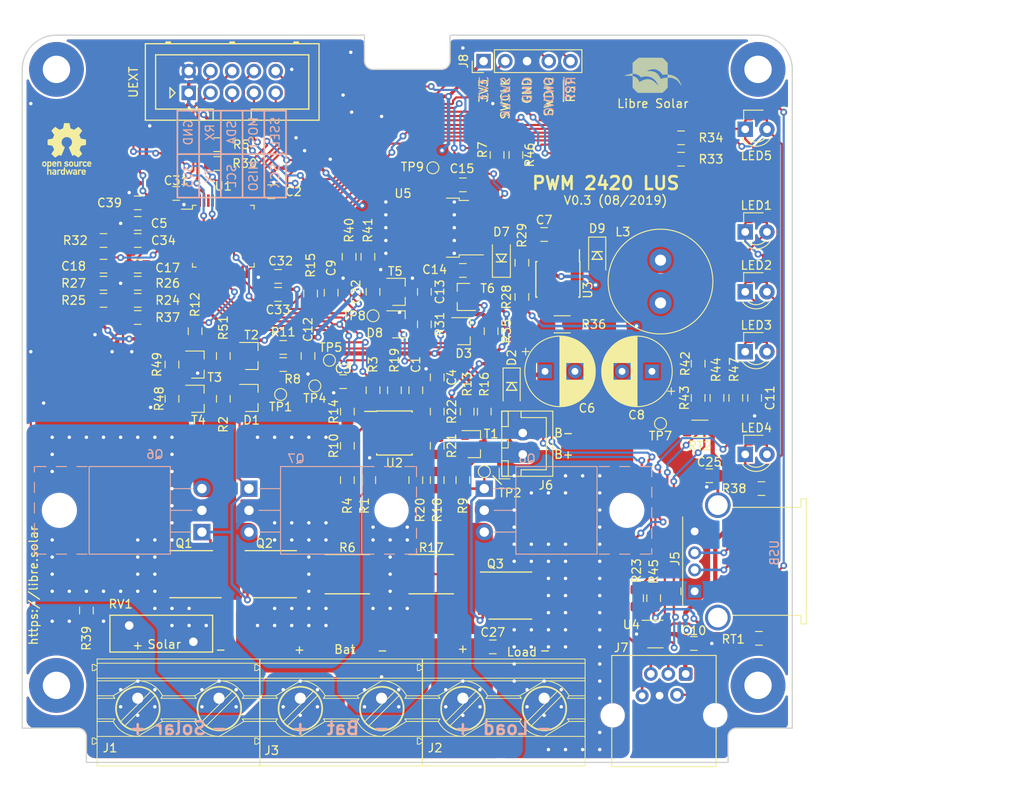
<source format=kicad_pcb>
(kicad_pcb (version 20221018) (generator pcbnew)
  (title_block (title "PWM 2420 LUS") (date "2019-08-26") (rev "0.3") (company "Libre Solar") (comment 1 "Design: Martin Jäger") (comment 2 "Website: http://libre.solar"))
  (layers (0 "F.Cu" signal "Top") (31 "B.Cu" signal "Bottom") (34 "B.Paste" user) (35 "F.Paste" user) (36 "B.SilkS" user "B.Silkscreen") (37 "F.SilkS" user "F.Silkscreen") (38 "B.Mask" user) (39 "F.Mask" user) (44 "Edge.Cuts" user))
  (net 0 "")
  (net 1 "GND")
  (net 2 "+3V3")
  (net 3 "+5V")
  (net 4 "/MCU/~{RESET}")
  (net 5 "/MCU/BOOT0")
  (net 6 "Net-(D1-Pad2)")
  (net 7 "/MCU/I2C1_SCL")
  (net 8 "/MCU/I2C1_SDA")
  (net 9 "/MCU/SPI1_MISO")
  (net 10 "/MCU/SPI1_MOSI")
  (net 11 "/MCU/SPI1_SCK")
  (net 12 "/MCU/SSEL")
  (net 13 "Net-(R11-Pad1)")
  (net 14 "Net-(R13-Pad1)")
  (net 15 "Net-(R20-Pad1)")
  (net 16 "/MCU/USART1_TX")
  (net 17 "/MCU/USART1_RX")
  (net 18 "/MCU/SWDIO")
  (net 19 "/MCU/SWCLK")
  (net 20 "Net-(C25-Pad1)")
  (net 21 "/MCU/USART2_TX")
  (net 22 "/MCU/USART2_RX")
  (net 23 "Net-(J5-Pad3)")
  (net 24 "Net-(J5-Pad2)")
  (net 25 "DAC")
  (net 26 "V_BAT")
  (net 27 "V_SOLAR")
  (net 28 "I_LOAD")
  (net 29 "Net-(D8-Pad1)")
  (net 30 "Net-(R16-Pad1)")
  (net 31 "BAT+")
  (net 32 "SOLAR-")
  (net 33 "I_SOLAR")
  (net 34 "Net-(R36-Pad1)")
  (net 35 "Net-(D9-Pad1)")
  (net 36 "Net-(C7-Pad1)")
  (net 37 "LOAD-")
  (net 38 "Net-(D7-Pad1)")
  (net 39 "LOAD_DIS")
  (net 40 "USB_PWR_DIS")
  (net 41 "PWM")
  (net 42 "/MCU/LED_A")
  (net 43 "/MCU/LED_B")
  (net 44 "/MCU/LED_C")
  (net 45 "/PWM power stage/L_SHUNT+")
  (net 46 "Net-(R8-Pad2)")
  (net 47 "Net-(R12-Pad1)")
  (net 48 "Net-(R10-Pad2)")
  (net 49 "Net-(R10-Pad1)")
  (net 50 "Net-(R1-Pad1)")
  (net 51 "Net-(R18-Pad1)")
  (net 52 "Net-(R21-Pad2)")
  (net 53 "/PWM power stage/S_SHUNT-")
  (net 54 "Net-(LED1-Pad2)")
  (net 55 "Net-(Q3-PadG)")
  (net 56 "Net-(J7-Pad6)")
  (net 57 "Net-(MK1-Pad1)")
  (net 58 "T_BAT")
  (net 59 "VDDA")
  (net 60 "I_LOAD_COMP")
  (net 61 "Net-(U1-Pad2)")
  (net 62 "Net-(U1-Pad3)")
  (net 63 "Net-(U1-Pad4)")
  (net 64 "Net-(U1-Pad5)")
  (net 65 "Net-(U1-Pad6)")
  (net 66 "Net-(U1-Pad18)")
  (net 67 "Net-(U1-Pad21)")
  (net 68 "Net-(U1-Pad22)")
  (net 69 "Net-(U1-Pad45)")
  (net 70 "Net-(U1-Pad46)")
  (net 71 "/MCU/BUTTON")
  (net 72 "/MCU/TEMP_INT_PD")
  (net 73 "/MCU/TEMP_EXT")
  (net 74 "Net-(C10-Pad1)")
  (net 75 "/PWM power stage/GQ12")
  (net 76 "Net-(R48-Pad1)")
  (net 77 "Net-(R51-Pad1)")
  (net 78 "+12V")
  (net 79 "Net-(LED4-Pad1)")
  (net 80 "/MCU/TX")
  (net 81 "/MCU/RX")
  (net 82 "Net-(MK2-Pad1)")
  (net 83 "Net-(MK3-Pad1)")
  (net 84 "Net-(MK4-Pad1)")
  (net 85 "Net-(C14-Pad1)")
  (net 86 "Net-(D3-Pad1)")
  (net 87 "/Power Supply/BAT_INPUT")
  (footprint "LibreSolar:LIBRESOLAR_LOGO" (layer "F.Cu") (at 169.9 59.7)
    (fp_text reference "LOGO1" hide)
    (fp_text value "LIBRE_SOLAR" hide)
  )
  (footprint "LibreSolar:5X6_MOSFET" (layer "F.Cu") (at 127.55 116 -90)
    (fp_text reference "Q2")
    (fp_text value "PSMN7R5-60YLX" hide)
  )
  (footprint "LibreSolar:5X6_MOSFET" (layer "F.Cu") (at 155.05 118.5 -90)
    (fp_text reference "Q3")
    (fp_text value "PSMN7R5-60YLX" hide)
  )
  (footprint "LibreSolar:R_Bourns_CRE2512" (layer "F.Cu") (at 136.5 116)
    (fp_text reference "R6")
    (fp_text value "2m")
  )
  (footprint "LibreSolar:Box_Header_2x05x2.54mm_Straight" (layer "F.Cu") (at 117.96 59.74)
    (fp_text reference "J4" hide)
    (fp_text value "UEXT")
  )
  (footprint "LibreSolar:SOT-23" (layer "F.Cu") (at 151.3 100.8)
    (fp_text reference "T1")
    (fp_text value "MMBT3904")
  )
  (footprint "LibreSolar:Fiducial_0.7mm" (layer "F.Cu") (at 108.9 55.7)
    (fp_text reference "REF**" hide)
    (fp_text value "Fiducial_0.7mm")
  )
  (footprint "LibreSolar:Fiducial_0.7mm" (layer "F.Cu") (at 175.5 135 90)
    (fp_text reference "REF**" hide)
    (fp_text value "Fiducial_0.7mm")
  )
  (footprint "LibreSolar:R_Bourns_CRE2512" (layer "F.Cu") (at 146.3 116)
    (fp_text reference "R17")
    (fp_text value "2m")
  )
  (footprint "Symbol:OSHW-Logo_5.7x6mm_SilkScreen" (layer "F.Cu") (at 103.7 66.3)
    (fp_text reference "LOGO2" hide)
    (fp_text value "OPEN_HARDWARE" hide)
  )
  (footprint "MountingHole:MountingHole_3.2mm_M3_Pad" (layer "F.Cu") (at 184.5 129)
    (fp_text reference "MK3" hide)
    (fp_text value "Mounting_Hole")
  )
  (footprint "MountingHole:MountingHole_3.2mm_M3_Pad" (layer "F.Cu") (at 184.5 57)
    (fp_text reference "MK2" hide)
    (fp_text value "Mounting_Hole")
  )
  (footprint "LibreSolar:5X6_MOSFET" (layer "F.Cu") (at 118.75 116 90)
    (fp_text reference "Q1")
    (fp_text value "PSMN7R5-60YLX" hide)
  )
  (footprint "MountingHole:MountingHole_3.2mm_M3_Pad" (layer "F.Cu") (at 102.5 57)
    (fp_text reference "MK4" hide)
    (fp_text value "Mounting_Hole")
  )
  (footprint "TestPoint:TestPoint_Pad_D1.0mm" (layer "F.Cu") (at 132.7 94 180)
    (fp_text reference "TP4")
    (fp_text value "I_SOLAR")
  )
  (footprint "TestPoint:TestPoint_Pad_D1.0mm" (layer "F.Cu") (at 173.1 98.4 180)
    (fp_text reference "TP7")
    (fp_text value "5V")
  )
  (footprint "TestPoint:TestPoint_Pad_D1.0mm" (layer "F.Cu") (at 146.5 68.5)
    (fp_text reference "TP9")
    (fp_text value "3V3")
  )
  (footprint "LibreSolar:R_0805_2012" (layer "F.Cu") (at 108 77 180)
    (fp_text reference "R32")
    (fp_text value "100R")
  )
  (footprint "Varistor:RV_Disc_D12mm_W4.3mm_P7.5mm" (layer "F.Cu") (at 111 122)
    (fp_text reference "RV1")
    (fp_text value "56V")
  )
  (footprint "Package_SO:SOIC-8_3.9x4.9mm_P1.27mm" (layer "F.Cu") (at 161.103418 81.54384 -90)
    (fp_text reference "U3")
    (fp_text value "MC34063AD")
  )
  (footprint "LibreSolar:SOT-23" (layer "F.Cu") (at 125.3 90.5)
    (fp_text reference "T2")
    (fp_text value "MMBT3906")
  )
  (footprint "LibreSolar:SOT-23" (layer "F.Cu") (at 119 91.5)
    (fp_text reference "T3")
    (fp_text value "MMBT3904")
  )
  (footprint "LibreSolar:R_0805_2012" (layer "F.Cu") (at 175.5 67.5)
    (fp_text reference "R33")
    (fp_text value "470")
  )
  (footprint "LibreSolar:R_0805_2012" (layer "F.Cu") (at 175.5 65)
    (fp_text reference "R34")
    (fp_text value "470")
  )
  (footprint "LibreSolar:Phoenix_Contact_MKDS_5-2-952" (layer "F.Cu") (at 150 130.5)
    (fp_text reference "J2")
    (fp_text value "MKDS 5/ 2-9,5" hide)
  )
  (footprint "LibreSolar:R_1206_3216" (layer "F.Cu") (at 161.6 86.8 180)
    (fp_text reference "R36")
    (fp_text value "0.33")
  )
  (footprint "LibreSolar:R_0805_2012" (layer "F.Cu") (at 129 91.5 180)
    (fp_text reference "R8")
    (fp_text value "470")
  )
  (footprint "LibreSolar:R_0805_2012" (layer "F.Cu") (at 132.2 83.2 -90)
    (fp_text reference "R15")
    (fp_text value "120k")
  )
  (footprint "LibreSolar:R_0805_2012" (layer "F.Cu") (at 136.5 97 90)
    (fp_text reference "R14")
    (fp_text value "2.2k")
  )
  (footprint "LibreSolar:R_0805_2012" (layer "F.Cu") (at 150.5 97 90)
    (fp_text reference "R13")
    (fp_text value "2.2k")
  )
  (footprint "LibreSolar:R_0805_2012" (layer "F.Cu") (at 118.7 87.6 90)
    (fp_text reference "R12")
    (fp_text value "2.2k")
  )
  (footprint "LibreSolar:R_0805_2012" (layer "F.Cu") (at 129 89.5)
    (fp_text reference "R11")
    (fp_text value "120k")
  )
  (footprint "LibreSolar:R_0805_2012" (layer "F.Cu") (at 136.5 101 90)
    (fp_text reference "R10")
    (fp_text value "68k")
  )
  (footprint "LibreSolar:R_0805_2012" (layer "F.Cu") (at 147 97 90)
    (fp_text reference "R22")
    (fp_text value "39k")
  )
  (footprint "LibreSolar:R_0805_2012" (layer "F.Cu") (at 150 105 -90)
    (fp_text reference "R9")
    (fp_text value "2.2k")
  )
  (footprint "LibreSolar:R_0805_2012" (layer "F.Cu") (at 156.9 83.6 90)
    (fp_text reference "R28")
    (fp_text value "39k")
  )
  (footprint "LibreSolar:R_0805_2012" (layer "F.Cu") (at 108 82)
    (fp_text reference "R27")
    (fp_text value "12k")
  )
  (footprint "LibreSolar:R_0805_2012" (layer "F.Cu") (at 112 82 180)
    (fp_text reference "R26")
    (fp_text value "12k")
  )
  (footprint "LibreSolar:R_0805_2012" (layer "F.Cu") (at 108 84 180)
    (fp_text reference "R25")
    (fp_text value "120k")
  )
  (footprint "LibreSolar:R_0805_2012" (layer "F.Cu") (at 112 84)
    (fp_text reference "R24")
    (fp_text value "8.2k")
  )
  (footprint "LibreSolar:R_0805_2012" (layer "F.Cu") (at 170.3 118.8 -90)
    (fp_text reference "R23")
    (fp_text value "8.2k")
  )
  (footprint "LibreSolar:R_0805_2012" (layer "F.Cu") (at 147 105 -90)
    (fp_text reference "R18")
    (fp_text value "2.2k")
  )
  (footprint "LibreSolar:R_0805_2012" (layer "F.Cu") (at 154 67 -90)
    (fp_text reference "R7")
    (fp_text value "2.2k")
  )
  (footprint "LibreSolar:R_0805_2012" (layer "F.Cu") (at 121.3 68 180)
    (fp_text reference "R30")
    (fp_text value "2.2k")
  )
  (footprint "LibreSolar:R_0805_2012" (layer "F.Cu") (at 147 101 90)
    (fp_text reference "R21")
    (fp_text value "68k")
  )
  (footprint "LibreSolar:R_0805_2012" (layer "F.Cu") (at 122 95.5 -90)
    (fp_text reference "R2")
    (fp_text value "39k")
  )
  (footprint "LibreSolar:R_0805_2012" (layer "F.Cu") (at 139.5 94.5 90)
    (fp_text reference "R3")
    (fp_text value "68k")
  )
  (footprint "LibreSolar:R_0805_2012" (layer "F.Cu") (at 136.5 105 -90)
    (fp_text reference "R4")
    (fp_text value "2.2k")
  )
  (footprint "LibreSolar:R_0805_2012" (layer "F.Cu") (at 121.3 65.8 180)
    (fp_text reference "R5")
    (fp_text value "2.2k")
  )
  (footprint "LibreSolar:R_0805_2012" (layer "F.Cu") (at 184.6 123.5)
    (fp_text reference "RT1")
    (fp_text value "10k")
  )
  (footprint "LibreSolar:RJ25_6P6C_TabUp" (layer "F.Cu") (at 173.5 132.5)
    (fp_text reference "J7")
    (fp_text value "6P6C")
  )
  (footprint "LibreSolar:D_SOD-123F" (layer "F.Cu") (at 165.7 78.8 -90)
    (fp_text reference "D9")
    (fp_text value "SS14FL")
  )
  (footprint "Capacitor_THT:CP_Radial_D8.0mm_P3.50mm" (layer "F.Cu") (at 172.1 92.3 180)
    (fp_text reference "C8")
    (fp_text value "470u")
  )
  (footprint "Capacitor_THT:CP_Radial_D8.0mm_P3.50mm" (layer "F.Cu") (at 159.6 92.3)
    (fp_text reference "C6")
    (fp_text value "180u")
  )
  (footprint "LibreSolar:LED_0603_D3.0mm" (layer "F.Cu") (at 184.3 100.5)
    (fp_text reference "LED4")
    (fp_text value "green")
  )
  (footprint "LibreSolar:LED_0603_D3.0mm" (layer "F.Cu") (at 184.3 88.5)
    (fp_text reference "LED3")
    (fp_text value "yellow")
  )
  (footprint "LibreSolar:LED_0603_D3.0mm" (layer "F.Cu") (at 184.3 81.5)
    (fp_text reference "LED2")
    (fp_text value "yellow")
  )
  (footprint "LibreSolar:LED_0603_D3.0mm" (layer "F.Cu") (at 184.3 74.5)
    (fp_text reference "LED1")
    (fp_text value "yellow")
  )
  (footprint "Inductor_THT:L_Radial_D12.0mm_P5.00mm_Fastron_11P" (layer "F.Cu") (at 173.1 79.3 -90)
    (fp_text reference "L3")
    (fp_text value "150uH")
  )
  (footprint "LibreSolar:C_0805_2012" (layer "F.Cu") (at 108 80)
    (fp_text reference "C18")
    (fp_text value "10n")
  )
  (footprint "LibreSolar:C_0805_2012" (layer "F.Cu") (at 153.5 124.5)
    (fp_text reference "C27")
    (fp_text value "10n")
  )
  (footprint "LibreSolar:C_0805_2012" (layer "F.Cu") (at 116.5 71.5)
    (fp_text reference "C31")
    (fp_text value "100n")
  )
  (footprint "LibreSolar:C_0805_2012" (layer "F.Cu") (at 144.5 94.5 90)
    (fp_text reference "C1")
    (fp_text value "100n")
  )
  (footprint "LibreSolar:C_0805_2012" (layer "F.Cu") (at 112 72.6 180)
    (fp_text reference "C39")
    (fp_text value "100n")
  )
  (footprint "LibreSolar:C_0805_2012" (layer "F.Cu") (at 136 93.5 180)
    (fp_text reference "C3")
    (fp_text value "10n")
  )
  (footprint "LibreSolar:C_0805_2012" (layer "F.Cu") (at 147 93 90)
    (fp_text reference "C4")
    (fp_text value "10n")
  )
  (footprint "LibreSolar:C_0805_2012" (layer "F.Cu") (at 112 75 180)
    (fp_text reference "C5")
    (fp_text value "4.7u")
  )
  (footprint "LibreSolar:C_0805_2012" (layer "F.Cu") (at 159.5 76.3 180)
    (fp_text reference "C7")
    (fp_text value "330p")
  )
  (footprint "LibreSolar:C_0805_2012" (layer "F.Cu") (at 112 80 180)
    (fp_text reference "C17")
    (fp_text value "10n")
  )
  (footprint "LibreSolar:C_0805_2012" (layer "F.Cu") (at 178.8 104.5 180)
    (fp_text reference "C25")
    (fp_text value "100n")
  )
  (footprint "LibreSolar:C_0805_2012" (layer "F.Cu") (at 128.4 81.2 180)
    (fp_text reference "C32")
    (fp_text value "100n")
  )
  (footprint "MountingHole:MountingHole_3.2mm_M3_Pad" (layer "F.Cu") (at 102.5 129)
    (fp_text reference "MK1" hide)
    (fp_text value "Mounting_Hole")
  )
  (footprint "LibreSolar:R_0805_2012" (layer "F.Cu") (at 144.5 105 -90)
    (fp_text reference "R20")
    (fp_text value "2.2k")
  )
  (footprint "LibreSolar:Phoenix_Contact_MKDS_5-2-952" (layer "F.Cu") (at 131 130.5)
    (fp_text reference "J3")
    (fp_text value "MKDS 5/ 2-9,5" hide)
  )
  (footprint "LibreSolar:R_0805_2012" (layer "F.Cu") (at 139 105 -90)
    (fp_text reference "R1")
    (fp_text value "2.2k")
  )
  (footprint "LibreSolar:R_0805_2012" (layer "F.Cu") (at 112 86)
    (fp_text reference "R37")
    (fp_text value "120k")
  )
  (footprint "LibreSolar:R_0805_2012" (layer "F.Cu") (at 142 94.5 -90)
    (fp_text reference "R19")
    (fp_text value "68k")
  )
  (footprint "LibreSolar:R_0805_2012" (layer "F.Cu") (at 138.9 78.9 90)
    (fp_text reference "R41")
    (fp_text value "8.2k")
  )
  (footprint "LibreSolar:R_0805_2012" (layer "F.Cu") (at 136.7 78.9 -90)
    (fp_text reference "R40")
    (fp_text value "12k")
  )
  (footprint "LibreSolar:R_0805_2012" (layer "F.Cu") (at 156.9 79.6 90)
    (fp_text reference "R29")
    (fp_text value "12k")
  )
  (footprint "LibreSolar:D_SOD-123" (layer "F.Cu") (at 154.5 79 90)
    (fp_text reference "D7")
    (fp_text value "1N4148")
  )
  (footprint "LibreSolar:USB_A_Wuerth_61400416021_Horizontal" (layer "F.Cu") (at 177.09 118 90)
    (fp_text reference "J5")
    (fp_text value "USB_A")
  )
  (footprint "LibreSolar:R_0805_2012" (layer "F.Cu") (at 184.9 106)
    (fp_text reference "R38")
    (fp_text value "0R")
  )
  (footprint "LibreSolar:C_0805_2012" (layer "F.Cu") (at 134.6 83.1 90)
    (fp_text reference "C9")
    (fp_text value "10n")
  )
  (footprint "LibreSolar:R_0805_2012" (layer "F.Cu") (at 106 120.25 90)
    (fp_text reference "R39")
    (fp_text value "12k")
  )
  (footprint "LibreSolar:LED_0603_D3.0mm" (layer "F.Cu") (at 184.3 62.5)
    (fp_text reference "LED5")
    (fp_text value "green")
  )
  (footprint "LibreSolar:R_0805_2012" (layer "F.Cu") (at 152.5 97 90)
    (fp_text reference "R16")
    (fp_text value "68k")
  )
  (footprint "LibreSolar:C_0805_2012" (layer "F.Cu") (at 139.5 83 90)
    (fp_text reference "C22")
    (fp_text value "4.7u")
  )
  (footprint "TestPoint:TestPoint_Pad_D1.0mm" (layer "F.Cu") (at 139.5 85.8)
    (fp_text reference "TP8")
    (fp_text value "12V")
  )
  (footprint "Package_QFP:LQFP-48_7x7mm_P0.5mm" (layer "F.Cu") (at 122 76.5)
    (fp_text reference "U1")
    (fp_text value "STM32L072CZTx")
  )
  (footprint "LibreSolar:SOIC-8_3.9x4.9mm_Pitch1.27mm" (layer "F.Cu") (at 142 99.5)
    (fp_text reference "U2")
    (fp_text value "TLV9002")
  )
  (footprint "LibreSolar:C_0805_2012" (layer "F.Cu") (at 177 124.1)
    (fp_text reference "C10")
    (fp_text value "100n")
  )
  (footprint "LibreSolar:C_0805_2012" (layer "F.Cu") (at 127.6 71.3)
    (fp_text reference "C2")
    (fp_text value "100n")
  )
  (footprint "LibreSolar:SOT-23-6" (layer "F.Cu") (at 172.5 123)
    (fp_text reference "U4")
    (fp_text value "D1213A-04SO")
  )
  (footprint "LibreSolar:R_1206_3216" (layer "F.Cu") (at 177.7 99 180)
    (fp_text reference "RT2")
    (fp_text value "200mA")
  )
  (footprint "LibreSolar:R_0805_2012" (layer "F.Cu") (at 172.3 118.8 90)
    (fp_text reference "R45")
    (fp_text value "2.2k")
  )
  (footprint "LibreSolar:R_0805_2012" (layer "F.Cu") (at 179.7 95.4 90)
    (fp_text reference "R44")
    (fp_text value "470")
  )
  (footprint "LibreSolar:R_0805_2012" (layer "F.Cu") (at 156.2 67 -90)
    (fp_text reference "R46")
    (fp_text value "120k")
  )
  (footprint "LibreSolar:R_0805_2012" (layer "F.Cu") (at 181.9 95.4 90)
    (fp_text reference "R47")
    (fp_text value "2.2k")
  )
  (footprint "LibreSolar:SOT-23" (layer "F.Cu") (at 119 95.5)
    (fp_text reference "T4")
    (fp_text value "MMBT3904")
  )
  (footprint "LibreSolar:SOT-23" (layer "F.Cu") (at 142.5 83)
    (fp_text reference "T5")
    (fp_text value "MMBT3904")
  )
  (footprint "LibreSolar:R_0805_2012" (layer "F.Cu") (at 116 95.5 -90)
    (fp_text reference "R48")
    (fp_text value "120k")
  )
  (footprint "LibreSolar:R_0805_2012" (layer "F.Cu") (at 116 91.5 -90)
    (fp_text reference "R49")
    (fp_text value "120k")
  )
  (footprint "LibreSolar:R_0805_2012" (layer "F.Cu") (at 177.5 91.4 -90)
    (fp_text reference "R42")
    (fp_text value "120k")
  )
  (footprint "Connector_PinHeader_2.54mm:PinHeader_1x05_P2.54mm_Vertical" (layer "F.Cu") (at 152.42 56.04 90)
    (fp_text reference "J8")
    (fp_text value "ST_Nucleo_SWD_5p")
  )
  (footprint "LibreSolar:C_0805_2012" (layer "F.Cu") (at 128.4 83.3 180)
    (fp_text reference "C33")
    (fp_text value "4.7u")
  )
  (footprint "LibreSolar:C_0805_2012" (layer "F.Cu") (at 112 77 180)
    (fp_text reference "C34")
    (fp_text value "10n")
  )
  (footprint "TestPoint:TestPoint_Pad_D1.0mm" (layer "F.Cu") (at 134.4 91 180)
    (fp_text reference "TP5")
    (fp_text value "I_LOAD")
  )
  (footprint "LibreSolar:C_0805_2012" (layer "F.Cu") (at 131.9 90.5 -90)
    (fp_text reference "C12")
    (fp_text value "100n")
  )
  (footprint "TestPoint:TestPoint_Pad_D1.0mm" (layer "F.Cu") (at 152.5 104)
    (fp_text reference "TP2")
    (fp_text value "G_LOAD")
  )
  (footprint "Package_TO_SOT_SMD:TO-252-2" (layer "F.Cu") (at 147.1 75.5 180)
    (fp_text reference "U5")
    (fp_text value "LP2950-3.3_TO252")
  )
  (footprint "LibreSolar:R_0805_2012" (layer "F.Cu") (at 122 90.5 90)
    (fp_text reference "R51")
    (fp_text value "120k")
  )
  (footprint "LibreSolar:C_0805_2012" (layer "F.Cu") (at 145.5 83 90)
    (fp_text reference "C13")
    (fp_text value "1u")
  )
  (footprint "LibreSolar:C_0805_2012" (layer "F.Cu") (at 150 80.5 180)
    (fp_text reference "C14")
    (fp_text value "1u")
  )
  (footprint "LibreSolar:C_0805_2012" (layer "F.Cu") (at 150 70.5 180)
    (fp_text reference "C15")
    (fp_text value "4.7u")
  )
  (footprint "TestPoint:TestPoint_Pad_D1.0mm" (layer "F.Cu") (at 128.7 95 180)
    (fp_text reference "TP1")
    (fp_text value "G_PWM")
  )
  (footprint "Diode_SMD:D_SOT-23_ANK" (layer "F.Cu") (at 125.3 95.4)
    (fp_text reference "D1")
    (fp_text value "12V")
  )
  (footprint "LibreSolar:D_SOD-123F" (layer "F.Cu") (at 155.7 94.1 -90)
    (fp_text reference "D2")
    (fp_text value "SS14FL")
  )
  (footprint "LibreSolar:R_0805_2012" (layer "F.Cu") (at 177.5 95.4 90)
    (fp_text reference "R43")
    (fp_text value "470")
  )
  (footprint "Connector_JST:JST_XH_B02B-XH-A_1x02_P2.50mm_Vertical" (layer "F.Cu") (at 157 102 90)
    (fp_text reference "J6")
    (fp_text value "PWR_12V")
  )
  (footprint "LibreSolar:C_0805_2012" (layer "F.Cu") (at 184.1 95.4 -90)
    (fp_text reference "C11")
    (fp_text value "100n")
  )
  (footprint "LibreSolar:Phoenix_Contact_MKDS_5-2-952" (layer "F.Cu") (at 112 130.5)
    (fp_text reference "J1")
    (fp_text value "MKDS 5/ 2-9,5" hide)
  )
  (footprint "LibreSolar:R_0805_2012" (layer "F.Cu") (at 153.3 87.6 90)
    (fp_text reference "R35")
    (fp_text value "12k")
  )
  (footprint "LibreSolar:SOT-23" (layer "F.Cu") (at 150.1 83.6 180)
    (fp_text reference "T6")
    (fp_text value "MMBT3904")
  )
  (footprint "LibreSolar:R_0805_2012" (layer "F.Cu") (at 145.5 86.8 90)
    (fp_text reference "R31")
    (fp_text value "12k")
  )
  (footprint "Diode_SMD:D_SOT-23_ANK" (layer "F.Cu") (at 142.5 86.8)
    (fp_text reference "D8")
    (fp_text value "12V")
  )
  (footprint "Diode_SMD:D_SOT-23_ANK" (layer "F.Cu") (at 150.1 87.6)
    (fp_text reference "D3")
    (fp_text value "12V")
  )
  (footprint "Package_TO_SOT_THT:TO-220-3_Horizontal_TabUp" (layer "B.Cu") (at 119.5 111.08 90)
    (fp_text reference "Q6")
    (fp_text value "AOT266L")
  )
  (footprint "Package_TO_SOT_THT:TO-220-3_Horizontal_TabUp" (layer "B.Cu") (at 152.5 106 -90)
    (fp_text reference "Q8")
    (fp_text value "AOT266L")
  )
  (footprint "Package_TO_SOT_THT:TO-220-3_Horizontal_TabUp" (layer "B.Cu") (at 125 106 -90)
    (fp_text reference "Q7")
    (fp_text value "AOT266L")
  )
  (gr_line (start 119.17 61.825) (end 119.17 71.985) (stroke (width 0.2)) (layer "B.SilkS"))
  (gr_line (start 116.63 66.905) (end 129.33 66.905) (stroke (width 0.2)) (layer "B.SilkS"))
  (gr_line (start 129.33 61.825) (end 116.63 61.825) (stroke (width 0.2)) (layer "B.SilkS"))
  (gr_line (start 121.71 61.825) (end 121.71 71.985) (stroke (width 0.2)) (layer "B.SilkS"))
  (gr_line (start 124.25 61.825) (end 124.25 71.985) (stroke (width 0.2)) (layer "B.SilkS"))
  (gr_line (start 116.63 71.985) (end 129.33 71.985) (stroke (width 0.2)) (layer "B.SilkS"))
  (gr_line (start 116.63 61.825) (end 116.63 71.985) (stroke (width 0.2)) (layer "B.SilkS"))
  (gr_line (start 126.79 61.825) (end 126.79 71.985) (stroke (width 0.2)) (layer "B.SilkS"))
  (gr_line (start 129.33 71.985) (end 129.33 61.825) (stroke (width 0.2)) (layer "B.SilkS"))
  (gr_line (start 153.5 104.5) (end 154 105) (stroke (width 0.15)) (layer "F.SilkS"))
  (gr_line (start 154 105) (end 154.5 105.5) (stroke (width 0.15)) (layer "F.SilkS"))
  (gr_line (start 106 138) (end 181 138) (stroke (width 0.15)) (layer "Edge.Cuts"))
  (gr_line (start 102.5 53) (end 138.5 53) (stroke (width 0.15)) (layer "Edge.Cuts"))
  (gr_line (start 98.5 134) (end 98.5 57) (stroke (width 0.15)) (layer "Edge.Cuts"))
  (gr_arc (start 181 135) (mid 181.292893 134.292893) (end 182 134) (stroke (width 0.15)) (layer "Edge.Cuts"))
  (gr_arc (start 105 134) (mid 105.707107 134.292893) (end 106 135) (stroke (width 0.15)) (layer "Edge.Cuts"))
  (gr_arc (start 139.5 57) (mid 138.792893 56.707107) (end 138.5 56) (stroke (width 0.15)) (layer "Edge.Cuts"))
  (gr_arc (start 148.5 56) (mid 148.207107 56.707107) (end 147.5 57) (stroke (width 0.15)) (layer "Edge.Cuts"))
  (gr_line (start 148.5 53) (end 184.5 53) (stroke (width 0.15)) (layer "Edge.Cuts"))
  (gr_line (start 139.5 57) (end 147.5 57) (stroke (width 0.15)) (layer "Edge.Cuts"))
  (gr_line (start 148.5 53) (end 148.5 56) (stroke (width 0.15)) (layer "Edge.Cuts"))
  (gr_line (start 138.5 53) (end 138.5 56) (stroke (width 0.15)) (layer "Edge.Cuts"))
  (gr_line (start 188.5 134) (end 182 134) (stroke (width 0.15)) (layer "Edge.Cuts"))
  (gr_line (start 98.5 134) (end 105 134) (stroke (width 0.15)) (layer "Edge.Cuts"))
  (gr_arc (start 98.5 57) (mid 99.671573 54.171573) (end 102.5 53) (stroke (width 0.15)) (layer "Edge.Cuts"))
  (gr_arc (start 184.5 53) (mid 187.328427 54.171573) (end 188.5 57) (stroke (width 0.15)) (layer "Edge.Cuts"))
  (gr_line (start 181 135) (end 181 138) (stroke (width 0.15)) (layer "Edge.Cuts"))
  (gr_line (start 106 138) (end 106 135) (stroke (width 0.15)) (layer "Edge.Cuts"))
  (gr_line (start 188.5 134) (end 188.5 57) (stroke (width 0.15)) (layer "Edge.Cuts"))
  (gr_text "Bat" (at 136 134) (layer "B.SilkS") (effects (font (size 1.5 1.5) (thickness 0.3)) (justify mirror)))
  (gr_text "Load" (at 155 134) (layer "B.SilkS") (effects (font (size 1.5 1.5) (thickness 0.3)) (justify mirror)))
  (gr_text "+" (at 131 134) (layer "B.SilkS") (effects (font (size 1.5 1.5) (thickness 0.3)) (justify mirror)))
  (gr_text "+" (at 112 134) (layer "B.SilkS") (effects (font (size 1.5 1.5) (thickness 0.3)) (justify mirror)))
  (gr_text "+" (at 150 134) (layer "B.SilkS") (effects (font (size 1.5 1.5) (thickness 0.3)) (justify mirror)))
  (gr_text "-" (at 159.5 134) (layer "B.SilkS") (effects (font (size 1.5 1.5) (thickness 0.3)) (justify mirror)))
  (gr_text "-" (at 140.5 134) (layer "B.SilkS") (effects (font (size 1.5 1.5) (thickness 0.3)) (justify mirror)))
  (gr_text "-" (at 121.5 134) (layer "B.SilkS") (effects (font (size 1.5 1.5) (thickness 0.3)) (justify mirror)))
  (gr_text "USB" (at 187 113.5 90) (layer "B.SilkS") (effects (font (size 1 1)) (justify bottom mirror)))
  (gr_text "GND" (at 117.9 64.365 90) (layer "B.SilkS") (effects (font (size 1 1)) (justify mirror)))
  (gr_text "3V3" (at 117.9 69.445 90) (layer "B.SilkS") (effects (font (size 1 1)) (justify mirror)))
  (gr_text "RX" (at 120.44 64.365 90) (layer "B.SilkS") (effects (font (size 1 1)) (justify mirror)))
  (gr_text "TX" (at 120.44 69.445 90) (layer "B.SilkS") (effects (font (size 1 1)) (justify mirror)))
  (gr_text "SDA" (at 122.98 64.365 90) (layer "B.SilkS") (effects (font (size 1 1)) (justify mirror)))
  (gr_text "SCL" (at 122.98 69.445 90) (layer "B.SilkS") (effects (font (size 1 1)) (justify mirror)))
  (gr_text "MOSI" (at 125.52 64.365 90) (layer "B.SilkS") (effects (font (size 1 1)) (justify mirror)))
  (gr_text "SSEL" (at 128.06 64.365 90) (layer "B.SilkS") (effects (font (size 1 1)) (justify mirror)))
  (gr_text "SCK" (at 128.06 69.445 90) (layer "B.SilkS") (effects (font (size 1 1)) (justify mirror)))
  (gr_text "MISO" (at 125.52 69.445 90) (layer "B.SilkS") (effects (font (size 1 1)) (justify mirror)))
  (gr_text "~{RST}" (at 162.635 57.736 90) (layer "B.SilkS") (effects (font (size 1 1)) (justify left mirror)))
  (gr_text "SWDIO" (at 160.095 57.736 90) (layer "B.SilkS") (effects (font (size 1 1)) (justify left mirror)))
  (gr_text "SWCLK" (at 155.015 57.736 90) (layer "B.SilkS") (effects (font (size 1 1)) (justify left mirror)))
  (gr_text "GND" (at 157.555 57.736 90) (layer "B.SilkS") (effects (font (size 1 1)) (justify left mirror)))
  (gr_text "3V3" (at 152.475 57.736 90) (layer "B.SilkS") (effects (font (size 1 1)) (justify left mirror)))
  (gr_text "Solar" (at 117 134) (layer "B.SilkS") (effects (font (size 1.5 1.5) (thickness 0.3)) (justify mirror)))
  (gr_text "UEXT" (at 111.5 58.5 90) (layer "F.SilkS") (effects (font (size 1 1))))
  (gr_text "3V3" (at 152.42 59.506 90) (layer "F.SilkS") (effects (font (size 1 1))))
  (gr_text "GND" (at 157.5 59.506 90) (layer "F.SilkS") (effects (font (size 1 1))))
  (gr_text "~{RST}" (at 162.58 59.506 90) (layer "F.SilkS") (effects (font (size 1 1))))
  (gr_text "SWDIO" (at 160.04 60.2 90) (layer "F.SilkS") (effects (font (size 1 1))))
  (gr_text "SWCLK" (at 154.96 60.4 90) (layer "F.SilkS") (effects (font (size 1 1))))
  (gr_text "B-" (at 161.8 99.5) (layer "F.SilkS") (effects (font (size 1 1))))
  (gr_text "-" (at 121.7 124.8) (layer "F.SilkS") (effects (font (size 1 1))))
  (gr_text "-" (at 140.6 124.9) (layer "F.SilkS") (effects (font (size 1 1))))
  (gr_text "-" (at 159.6 124.9) (layer "F.SilkS") (effects (font (size 1 1))))
  (gr_text "+" (at 130.9 124.8) (layer "F.SilkS") (effects (font (size 1 1))))
  (gr_text "+" (at 150 124.7) (layer "F.SilkS") (effects (font (size 1 1))))
  (gr_text "Bat" (at 136.2 124.8) (layer "F.SilkS") (effects (font (size 1 1))))
  (gr_text "Load" (at 156.9 125.1) (layer "F.SilkS") (effects (font (size 1 1))))
  (gr_text "V0.3 (08/2019)" (at 161.7 72.9) (layer "F.SilkS") (effects (font (size 1 1)) (justify left bottom)))
  (gr_text "Solar" (at 115.1 124.2) (layer "F.SilkS") (effects (font (size 1 1))))
  (gr_text "B+" (at 161.8 102) (layer "F.SilkS") (effects (font (size 1 1))))
  (gr_text "https://libre.solar" (at 100.4 124.4 90) (layer "F.SilkS") (effects (font (size 1 1)) (justify left bottom)))
  (gr_text "+" (at 112 124.3) (layer "F.SilkS") (effects (font (size 1 1))))
  (gr_text "PWM 2420 LUS" (at 166.7 70.3) (layer "F.SilkS") (effects (font (size 1.5 1.5) (thickness 0.3))))
  (segment (start 124.25 81.5) (end 124.25 80.6625) (width 0.25) (layer "F.Cu") (net 1))
  (segment (start 119.75 71.5) (end 119.75 72.3375) (width 0.25) (layer "F.Cu") (net 1))
  (segment (start 109 82) (end 110 82) (width 0.25) (layer "F.Cu") (net 1))
  (segment (start 112.02501 73.97499) (end 113.55575 73.97499) (width 0.25) (layer "F.Cu") (net 1))
  (segment (start 146.1 107.4) (end 146.1 115.8) (width 0.25) (layer "F.Cu") (net 1))
  (segment (start 119.35 71.1) (end 119.75 71.5) (width 0.25) (layer "F.Cu") (net 1))
  (segment (start 139.5 82) (end 139.5 81.3) (width 0.4) (layer "F.Cu") (net 1))
  (segment (start 139.2 101.405) (end 139.2 102.3) (width 0.3) (layer "F.Cu") (net 1))
  (segment (start 127.4 81.2) (end 126.2 81.2) (width 0.25) (layer "F.Cu") (net 1))
  (segment (start 145 92) (end 145.7 92) (width 0.4) (layer "F.Cu") (net 1))
  (segment (start 138.9 106) (end 139 106) (width 0.25) (layer "F.Cu") (net 1))
  (segment (start 113.55575 73.97499) (end 114.5 74.91924) (width 0.25) (layer "F.Cu") (net 1))
  (segment (start 171.4 123) (end 170.3 123) (width 0.3) (layer "F.Cu") (net 1))
  (segment (start 134.6 82.1) (end 135.3 81.4) (width 0.4) (layer "F.Cu") (net 1))
  (segment (start 149 80.5) (end 147 80.5) (width 0.5) (layer "F.Cu") (net 1))
  (segment (start 139.9 79.9) (end 140.4 80.4) (width 0.4) (layer "F.Cu") (net 1))
  (segment (start 117.5 71.5) (end 117.4 71.6) (width 0.4) (layer "F.Cu") (net 1))
  (segment (start 136.9 116) (end 136.7 115.8) (width 0.25) (layer "F.Cu") (net 1))
  (segment (start 118.7 71.1) (end 119.35 71.1) (width 0.25) (layer "F.Cu") (net 1))
  (segment (start 146.1 115.8) (end 145.9 116) (width 0.25) (layer "F.Cu") (net 1))
  (segment (start 131.9 91.5) (end 131.9 92.6) (width 0.5) (layer "F.Cu") (net 1))
  (segment (start 118.3 71.5) (end 118.7 71.1) (width 0.25) (layer "F.Cu") (net 1))
  (segment (start 135 93.5) (end 135 94.7) (width 0.3) (layer "F.Cu") (net 1))
  (segment (start 178 124.1) (end 179.1 124.1) (width 0.5) (layer "F.Cu") (net 1))
  (segment (start 184.1 96.4) (end 184.1 97.5) (width 0.4) (layer "F.Cu") (net 1))
  (segment (start 142.6 85.6) (end 142.6 85.4) (width 0.4) (layer "F.Cu") (net 1))
  (segment (start 126.05 83.3) (end 124.25 81.5) (width 0.25) (layer "F.Cu") (net 1))
  (segment (start 114.5 74.91924) (end 114.5 76) (width 0.25) (layer "F.Cu") (net 1))
  (segment (start 149 70.5) (end 149 72.5) (width 0.5) (layer "F.Cu") (net 1))
  (segment (start 135 94.7) (end 134.9 94.8) (width 0.3) (layer "F.Cu") (net 1))
  (segment (start 116.05 92.45) (end 116 92.5) (width 0.4) (layer "F.Cu") (net 1))
  (segment (start 135.3 81.4) (end 135.434315 81.4) (width 0.4) (layer "F.Cu") (net 1))
  (segment (start 149 80.5) (end 149 78.5) (width 0.5) (layer "F.Cu") (net 1))
  (segment (start 145.5 82) (end 144.7 82) (width 0.5) (layer "F.Cu") (net 1))
  (segment (start 144.5 92.5) (end 145 92) (width 0.4) (layer "F.Cu") (net 1))
  (segment (start 136.7 108.2) (end 138.9 106) (width 0.25) (layer "F.Cu") (net 1))
  (segment (start 111 72.6) (end 111 71.4) (width 0.4) (layer "F.Cu") (net 1))
  (segment (start 117.95 92.45) (end 118.95 92.45) (width 0.4) (layer "F.Cu") (net 1))
  (segment (start 139.2 102.3) (end 139.1 102.4) (width 0.3) (layer "F.Cu") (net 1))
  (segment (start 156.2 68) (end 157.6 68) (width 0.4) (layer "F.Cu") (net 1))
  (segment (start 117.25 71.5) (end 118.3 71.5) (width 0.25) (layer "F.Cu") (net 1))
  (segment (start 147 92) (end 145.7 92) (width 0.4) (layer "F.Cu") (net 1))
  (segment (start 111 75) (end 110 75) (width 0.25) (layer "F.Cu") (net 1))
  (segment (start 127.4 81.2) (end 127.4 83.3) (width 0.25) (layer "F.Cu") (net 1))
  (segment (start 127.186411 74.25) (end 128.6 72.836411) (width 0.25) (layer "F.Cu") (net 1))
  (segment (start 111 75) (end 112.02501 73.97499) (width 0.25) (layer "F.Cu") (net 1))
  (segment (start 126.2 81.2) (end 126.1 81.3) (width 0.25) (layer "F.Cu") (net 1))
  (segment (start 128.6 72.836411) (end 128.6 72.1) (width 0.25) (layer "F.Cu") (net 1))
  (segment (start 145.9 116) (end 144.1 116) (width 0.25) (layer "F.Cu") (net 1))
  (segment (start 109 80) (end 109 82) (width 0.25) (layer "F.Cu") (net 1))
  (segment (start 117 77.25) (end 117.8375 77.25) (width 0.25) (layer "F.Cu") (net 1))
  (segment (start 127.4 83.3) (end 126.05 83.3) (width 0.25) (layer "F.Cu") (net 1))
  (segment (start 144.5 106) (end 144.7 106) (width 0.25) (layer "F.Cu") (net 1))
  (segment (start 128.6 71.3) (end 128.6 70.9) (width 0.4) (layer "F.Cu") (net 1))
  (segment (start 128.6 72.1) (end 128.6 71.3) (width 0.25) (layer "F.Cu") (net 1))
  (segment (start 126.1625 74.25) (end 127.186411 74.25) (width 0.25) (layer "F.Cu") (net 1))
  (segment (start 111 77) (end 111 75) (width 0.25) (layer "F.Cu") (net 1))
  (segment (start 111.1 82) (end 111.1 80) (width 0.25) (layer "F.Cu") (net 1))
  (segment (start 144.7 106) (end 146.1 107.4) (width 0.25) (layer "F.Cu") (net 1))
  (segment (start 135.434315 81.4) (end 136 81.4) (width 0.4) (layer "F.Cu") (net 1))
  (segment (start 136.7 115.8) (end 136.7 108.2) (width 0.25) (layer "F.Cu") (net 1))
  (segment (start 139.5 81.3) (end 140.4 80.4) (width 0.4) (layer "F.Cu") (net 1))
  (segment (start 138.7 116) (end 136.9 116) (width 0.25) (layer "F.Cu") (net 1))
  (segment (start 147 80.5) (end 145.5 82) (width 0.5) (layer "F.Cu") (net 1))
  (segment (start 141.5 85.85) (end 142.35 85.85) (width 0.4) (layer "F.Cu") (net 1))
  (segment (start 110 82) (end 111.1 82) (width 0.25) (layer "F.Cu") (net 1))
  (segment (start 115.75 77.25) (end 117 77.25) (width 0.25) (layer "F.Cu") (net 1))
  (segment (start 118.95 92.45) (end 119 92.5) (width 0.4) (layer "F.Cu") (net 1))
  (segment (start 144.5 93.5) (end 144.5 92.5) (width 0.4) (layer "F.Cu") (net 1))
  (segment (start 144.7 82) (end 144.1 81.4) (width 0.5) (layer "F.Cu") (net 1))
  (segment (start 114.5 76) (end 115.75 77.25) (width 0.25) (layer "F.Cu") (net 1))
  (segment (start 117.25 71.5) (end 117.5 71.5) (width 0.4) (layer "F.Cu") (net 1))
  (segment (start 138.9 79.9) (end 139.9 79.9) (width 0.4) (layer "F.Cu") (net 1))
  (segment (start 142.35 85.85) (end 142.6 85.6) (width 0.4) (layer "F.Cu") (net 1))
  (segment (start 117.4 71.6) (end 117.4 72.8) (width 0.4) (layer "F.Cu") (net 1))
  (segment (start 128.6 70.9) (end 127.9 70.2) (width 0.4) (layer "F.Cu") (net 1))
  (segment (start 117.95 92.45) (end 116.05 92.45) (width 0.4) (layer "F.Cu") (net 1))
  (via (at 141.5 116) (size 0.8) (drill 0.4) (layers "F.Cu" "B.Cu") (net 1))
  (via (at 141.5 114) (size 0.8) (drill 0.4) (layers "F.Cu" "B.Cu") (net 1))
  (via (at 141.5 118) (size 0.8) (drill 0.4) (layers "F.Cu" "B.Cu") (net 1))
  (via (at 141.5 112) (size 0.8) (drill 0.4) (layers "F.Cu" "B.Cu") (net 1))
  (via (at 139.5 112) (size 0.8) (drill 0.4) (layers "F.Cu" "B.Cu") (net 1))
  (via (at 143.5 112) (size 0.8) (drill 0.4) (layers "F.Cu" "B.Cu") (net 1))
  (via (at 143.5 110.5) (size 0.8) (drill 0.4) (layers "F.Cu" "B.Cu") (net 1))
  (via (at 139.5 110.5) (size 0.8) (drill 0.4) (layers "F.Cu" "B.Cu") (net 1))
  (via (at 141.5 120) (size 0.8) (drill 0.4) (layers "F.Cu" "B.Cu") (net 1))
  (via (at 143.5 120) (size 0.8) (drill 0.4) (layers "F.Cu" "B.Cu") (net 1))
  (via (at 139.5 120) (size 0.8) (drill 0.4) (layers "F.Cu" "B.Cu") (net 1))
  (via (at 99.5 61) (size 0.8) (drill 0.4) (layers "F.Cu" "B.Cu") (net 1))
  (via (at 179.1 124.1) (size 0.8) (drill 0.4) (layers "F.Cu" "B.Cu") (net 1))
  (via (at 107 88) (size 0.8) (drill 0.4) (layers "F.Cu" "B.Cu") (net 1))
  (via (at 144.1 81.4) (size 0.8) (drill 0.4) (layers "F.Cu" "B.Cu") (net 1))
  (via (at 142.6 85.4) (size 0.8) (drill 0.4) (layers "F.Cu" "B.Cu") (net 1))
  (via (at 99.5 90) (size 0.8) (drill 0.4) (layers "F.Cu" "B.Cu") (net 1))
  (via (at 117.4 72.8) (size 0.8) (drill 0.4) (layers "F.Cu" "B.Cu") (net 1))
  (via (at 157.6 68) (size 0.8) (drill 0.4) (layers "F.Cu" "B.Cu") (net 1))
  (via (at 113.4 63.6) (size 0.8) (drill 0.4) (layers "F.Cu" "B.Cu") (net 1))
  (via (at 139.1 102.4) (size 0.8) (drill 0.4) (layers "F.Cu" "B.Cu") (net 1))
  (via (at 149 77) (size 0.8) (drill 0.4) (layers "F.Cu" "B.Cu") (net 1))
  (via (at 137 62) (size 0.8) (drill 0.4) (layers "F.Cu" "B.Cu") (net 1))
  (via (at 149 74) (size 0.8) (drill 0.4) (layers "F.Cu" "B.Cu") (net 1))
  (via (at 136 81.4) (size 0.8) (drill 0.4) (layers "F.Cu" "B.Cu") (net 1))
  (via (at 149 78.5) (size 0.8) (drill 0.4) (layers "F.Cu" "B.Cu") (net 1))
  (via (at 111 71.4) (size 0.8) (drill 0.4) (layers "F.Cu" "B.Cu") (net 1))
  (via (at 134.9 94.8) (size 0.8) (drill 0.4) (layers "F.Cu" "B.Cu") (net 1))
  (via (at 149 75.5) (size 0.8) (drill 0.4) (layers "F.Cu" "B.Cu") (net 1))
  (via (at 141 72.5) (size 0.8) (drill 0.4) (layers "F.Cu" "B.Cu") (net 1))
  (via (at 131.5 66.5) (size 0.8) (drill 0.4) (layers "F.Cu" "B.Cu") (net 1))
  (via (at 136 60) (size 0.8) (drill 0.4) (layers "F.Cu" "B.Cu") (net 1))
  (via (at 140.5 62.5) (size 0.8) (drill 0.4) (layers "F.Cu" "B.Cu") (net 1))
  (via (at 130 57) (size 0.8) (drill 0.4) (layers "F.Cu" "B.Cu") (net 1))
  (via (at 184.1 97.5) (size 0.8) (drill 0.4) (layers "F.Cu" "B.Cu") (net 1))
  (via (at 142.5 129.5) (size 0.8) (drill 0.4) (layers "F.Cu" "B.Cu") (net 1))
  (via (at 110 75) (size 0.8) (drill 0.4) (layers "F.Cu" "B.Cu") (net 1))
  (via (at 119 92.5) (size 0.8) (drill 0.4) (layers "F.Cu" "B.Cu") (net 1))
  (via (at 142.5 131.5) (size 0.8) (drill 0.4) (layers "F.Cu" "B.Cu") (net 1))
  (via (at 141 74) (size 0.8) (drill 0.4) (layers "F.Cu" "B.Cu") (net 1))
  (via (at 138.5 129.5) (size 0.8) (drill 0.4) (layers "F.Cu" "B.Cu") (net 1))
  (via (at 140.5 128) (size 0.8) (drill 0.4) (layers "F.Cu" "B.Cu") (net 1))
  (via (at 110 82) (size 0.8) (drill 0.4) (layers "F.Cu" "B.Cu") (net 1))
  (via (at 131.9 92.6) (size 0.8) (drill 0.4) (layers "F.Cu" "B.Cu") (net 1))
  (via (at 111.3 90) (size 0.8) (drill 0.4) (layers "F.Cu" "B.Cu") (net 1))
  (via (at 153.5 61) (size 0.8) (drill 0.4) (layers "F.Cu" "B.Cu") (net 1))
  (via (at 140.4 80.4) (size 0.8) (drill 0.4) (layers "F.Cu" "B.Cu") (net 1))
  (via (at 126.1 81.3) (size 0.8) (drill 0.4) (layers "F.Cu" "B.Cu") (net 1))
  (via (at 136.9 55) (size 0.8) (drill 0.4) (layers "F.Cu" "B.Cu") (net 1))
  (via (at 127.9 70.2) (size 0.8) (drill 0.4) (layers "F.Cu" "B.Cu") (net 1))
  (via (at 141 77) (size 0.8) (drill 0.4) (layers "F.Cu" "B.Cu") (net 1))
  (via (at 134.5 67.5) (size 0.8) (drill 0.4) (layers "F.Cu" "B.Cu") (net 1))
  (via (at 138.5 131.5) (size 0.8) (drill 0.4) (layers "F.Cu" "B.Cu") (net 1))
  (via (at 101 96) (size 0.8) (drill 0.4) (layers "F.Cu" "B.Cu") (net 1))
  (via (at 145.7 92) (size 0.8) (drill 0.4) (layers "F.Cu" "B.Cu") (net 1))
  (via (at 149 72.5) (size 0.8) (drill 0.4) (layers "F.Cu" "B.Cu") (net 1))
  (via (at 113.5 96.5) (size 0.8) (drill 0.4) (layers "F.Cu" "B.Cu") (net 1))
  (via (at 109 90) (size 0.8) (drill 0.4) (layers "F.Cu" "B.Cu") (net 1))
  (via (at 141 78.5) (size 0.8) (drill 0.4) (layers "F.Cu" "B.Cu") (net 1))
  (via (at 130.5 65) (size 0.8) (drill 0.4) (layers "F.Cu" "B.Cu") (net 1))
  (via (at 141 75.5) (size 0.8) (drill 0.4) (layers "F.Cu" "B.Cu") (net 1))
  (via (at 170.3 123) (size 0.8) (drill 0.4) (layers "F.Cu" "B.Cu") (net 1))
  (via (at 150 54.5) (size 0.8) (drill 0.4) (layers "F.Cu" "B.Cu") (net 1))
  (segment (start 148.724058 59.752963) (end 148.324059 60.152962) (width 0.4) (layer "F.Cu") (net 2))
  (segment (start 126.6 71.3) (end 126.6 70.2) (width 0.4) (layer "F.Cu") (net 2))
  (segment (start 146.5 68.5) (end 146.5 67.537102) (width 0.5) (layer "F.Cu") (net 2))
  (segment (start 155.158012 70.5) (end 156.858012 72.2) (width 0.5) (layer "F.Cu") (net 2))
  (segment (start 132.2 82.2) (end 131.5 81.5) (width 0.4) (layer "F.Cu") (net 2))
  (segment (start 120.5 85.5) (end 117.5 85.5) (width 0.4) (layer "F.Cu") (net 2))
  (segment (start 133.025019 68.125019) (end 133.600001 68.700001) (width 0.4) (layer "F.Cu") (net 2))
  (segment (start 116.75 73.75) (end 117.8375 73.75) (width 0.25) (layer "F.Cu") (net 2))
  (segment (start 117.999999 58.450001) (end 118.560001 58.450001) (width 0.4) (layer "F.Cu") (net 2))
  (segment (start 156.858012 72.2) (end 175.5 72.2) (width 0.5) (layer "F.Cu") (net 2))
  (segment (start 115.75 72) (end 115.75 72.75) (width 0.25) (layer "F.Cu") (net 2))
  (segment (start 127.05 73.75) (end 127.3 73.5) (width 0.25) (layer "F.Cu") (net 2))
  (segment (start 105.6 78.4) (end 105.6 84.6) (width 0.4) (layer "F.Cu") (net 2))
  (segment (start 152.42 56.057021) (end 148.724058 59.752963) (width 0.4) (layer "F.Cu") (net 2))
  (segment (start 154.700001 85.200005) (end 155.1 85.600004) (width 0.4) (layer "F.Cu") (net 2))
  (segment (start 154.57386 89.409807) (end 152.583667 91.4) (width 0.4) (layer "F.Cu") (net 2))
  (segment (start 148.7 94.8) (end 148.7 96.4) (width 0.4) (layer "F.Cu") (net 2))
  (segment (start 147.168552 66.86855) (end 147.568551 66.468551) (width 0.5) (layer "F.Cu") (net 2))
  (segment (start 148 68.5) (end 147.207106 68.5) (width 0.5) (layer "F.Cu") (net 2))
  (segment (start 108.100001 87.100001) (end 108.5 87.5) (width 0.4) (layer "F.Cu") (net 2))
  (segment (start 125.23751 80.17499) (end 128.37499 80.17499) (width 0.25) (layer "F.Cu") (net 2))
  (segment (start 107 77) (end 105.6 78.4) (width 0.4) (layer "F.Cu") (net 2))
  (segment (start 126.823257 88.663188) (end 123.663188 88.663188) (width 0.4) (layer "F.Cu") (net 2))
  (segment (start 127.3 72) (end 126.6 71.3) (width 0.25) (layer "F.Cu") (net 2))
  (segment (start 113 68.2) (end 113 65.95) (width 0.4) (layer "F.Cu") (net 2))
  (segment (start 130.174981 68.125019) (end 133.025019 68.125019) (width 0.4) (layer "F.Cu") (net 2))
  (segment (start 105.6 84.6) (end 108.100001 87.100001) (width 0.4) (layer "F.Cu") (net 2))
  (segment (start 153 70.5) (end 155.158012 70.5) (width 0.5) (layer "F.Cu") (net 2))
  (segment (start 176 98.4) (end 176.2 98.6) (width 0.5) (layer "F.Cu") (net 2))
  (segment (start 153 70.5) (end 153 83.500004) (width 0.4) (layer "F.Cu") (net 2))
  (segment (start 129.4 81.2) (end 129.4 82.7) (width 0.4) (layer "F.Cu") (net 2))
  (segment (start 115.5 70.7) (end 113 68.2) (width 0.4) (layer "F.Cu") (net 2))
  (segment (start 176 89) (end 176 90.4) (width 0.5) (layer "F.Cu") (net 2))
  (segment (start 118.877304 73.622696) (end 118.877304 73.328304) (width 0.25) (layer "F.Cu") (net 2))
  (segment (start 151 70.5) (end 151 69.7) (width 0.5) (layer "F.Cu") (net 2))
  (segment (start 128.249999 68.550001) (end 129.749999 68.550001) (width 0.4) (layer "F.Cu") (net 2))
  (segment (start 115.25 71.5) (end 115.75 72) (width 0.25) (layer "F.Cu") (net 2))
  (segment (start 147.758374 60.152962) (end 148.324059 60.152962) (width 0.4) (layer "F.Cu") (net 2))
  (segment (start 120.099999 62.699999) (end 119.7 62.3) (width 0.4) (layer "F.Cu") (net 2))
  (segment (start 177.5 90.4) (end 176 90.4) (width 0.5) (layer "F.Cu") (net 2))
  (segment (start 151.3 73.22) (end 151.3 70.8) (width 0.5) (layer "F.Cu") (net 2))
  (segment (start 120.3 65.8) (end 120.3 62.9) (width 0.4) (layer "F.Cu") (net 2))
  (segment (start 111.565685 88.5) (end 111 88.5) (width 0.4) (layer "F.Cu") (net 2))
  (segment (start 117.8375 73.75) (end 118.75 73.75) (width 0.25) (layer "F.Cu") (net 2))
  (segment (start 144.5 97.495) (end 144.6 97.595) (width 0.3) (layer "F.Cu") (net 2))
  (segment (start 145.95001 96.95001) (end 145.111905 96.111905) (width 0.4) (layer "F.Cu") (net 2))
  (segment (start 123.663188 88.663188) (end 120.5 85.5) (width 0.4) (layer "F.Cu") (net 2))
  (segment (start 129.4 83.3) (end 129.4 81.2) (width 0.25) (layer "F.Cu") (net 2))
  (segment (start 129.7 81.5) (end 129.4 81.2) (width 0.4) (layer "F.Cu") (net 2))
  (segment (start 117.96 60.99) (end 117.96 59.74) (width 0.4) (layer "F.Cu") (net 2))
  (segment (start 128.37499 80.17499) (end 128.788095 80.588095) (width 0.25) (layer "F.Cu") (net 2))
  (segment (start 153 83.500004) (end 154.700001 85.200005) (width 0.4) (layer "F.Cu") (net 2))
  (segment (start 153 70.5) (end 152.5 70.5) (width 0.5) (layer "F.Cu") (net 2))
  (segment (start 120.3 62.9) (end 120.099999 62.699999) (width 0.4) (layer "F.Cu") (net 2))
  (segment (start 133.449999 55.949999) (end 137.899999 60.399999) (width 0.4) (layer "F.Cu") (net 2))
  (segment (start 144.5 95.5) (end 144.5 97.495) (width 0.3) (layer "F.Cu") (net 2))
  (segment (start 149.8 68.5) (end 148 68.5) (width 0.5) (layer "F.Cu") (net 2))
  (segment (start 126.1625 73.75) (end 127.05 73.75) (width 0.25) (layer "F.Cu") (net 2))
  (segment (start 147.207106 68.5) (end 146.5 68.5) (width 0.5) (layer "F.Cu") (net 2))
  (segment (start 130.361504 80.588095) (end 130.011905 80.588095) (width 0.5) (layer "F.Cu") (net 2))
  (segment (start 131.5 81.5) (end 129.7 81.5) (width 0.4) (layer "F.Cu") (net 2))
  (segment (start 137.899999 60.399999) (end 147.511337 60.399999) (width 0.4) (layer "F.Cu") (net 2))
  (segment (start 129.4 82.7) (end 130.6 82.7) (width 0.4) (layer "F.Cu") (net 2))
  (segment (start 142.449599 68.5) (end 130.361504 80.588095) (width 0.5) (layer "F.Cu") (net 2))
  (segment (start 127.3 73.5) (end 127.3 72) (width 0.25) (layer "F.Cu") (net 2))
  (segment (start 115.75 72.75) (end 116.75 73.75) (width 0.25) (layer "F.Cu") (net 2))
  (segment (start 119.750001 55.949999) (end 133.449999 55.949999) (width 0.4) (layer "F.Cu") (net 2))
  (segment (start 130.011905 80.588095) (end 129.4 81.2) (width 0.5) (layer "F.Cu") (net 2))
  (segment (start 120.3 68) (end 120.3 65.8) (width 0.4) (layer "F.Cu") (net 2))
  (segment (start 145.111905 96.111905) (end 144.5 95.5) (width 0.4) (layer "F.Cu") (net 2))
  (segment (start 124.75 80.6625) (end 125.23751 80.17499) (width 0.25) (layer "F.Cu") (net 2))
  (segment (start 119.25 72.955608) (end 119.25 72.3375) (width 0.25) (layer "F.Cu") (net 2))
  (segment (start 146.5 67.537102) (end 147.168552 66.86855) (width 0.5) (layer "F.Cu") (net 2))
  (segment (start 148.14999 96.95001) (end 145.95001 96.95001) (width 0.4) (layer "F.Cu") (net 2))
  (segment (start 117.5 85.5) (end 114.5 88.5) (width 0.4) (layer "F.Cu") (net 2))
  (segment (start 179 75.7) (end 179 86) (width 0.5) (layer "F.Cu") (net 2))
  (segment (start 128.788095 80.588095) (end 129.4 81.2) (width 0.25) (layer "F.Cu") (net 2))
  (segment (start 113 65.95) (end 117.96 60.99) (width 0.4) (layer "F.Cu") (net 2))
  (segment (start 117.96 58.49) (end 117.999999 58.450001) (width 0.4) (layer "F.Cu") (net 2))
  (segment (start 152.5 70.5) (end 151 70.5) (width 0.5) (layer "F.Cu") (net 2))
  (segment (start 129.749999 68.550001) (end 130.174981 68.125019) (width 0.4) (layer "F.Cu") (net 2))
  (segment (start 152.465685 91.4) (end 151.9 91.4) (width 0.4) (layer "F.Cu") (net 2))
  (segment (start 176 90.4) (end 176 98.4) (width 0.5) (layer "F.Cu") (net 2))
  (segment (start 152.583667 91.4) (end 152.465685 91.4) (width 0.4) (layer "F.Cu") (net 2))
  (segment (start 115.5 71.5) (end 115.5 70.7) (width 0.4) (layer "F.Cu") (net 2))
  (segment (start 126.6 70.2) (end 128.249999 68.550001) (width 0.4) (layer "F.Cu") (net 2))
  (segment (start 146.5 68.5) (end 142.449599 68.5) (width 0.5) (layer "F.Cu") (net 2))
  (segment (start 114.5 88.5) (end 111.565685 88.5) (width 0.4) (layer "F.Cu") (net 2))
  (segment (start 151.3 70.8) (end 151 70.5) (width 0.5) (layer "F.Cu") (net 2))
  (segment (start 133.600001 68.700001) (end 134 69.1) (width 0.4) (layer "F.Cu") (net 2))
  (segment (start 147.511337 60.399999) (end 147.758374 60.152962) (width 0.4) (layer "F.Cu") (net 2))
  (segment (start 179 86) (end 176 89) (width 0.5) (layer "F.Cu") (net 2))
  (segment (start 119.249999 57.760003) (end 119.249999 56.450001) (width 0.4) (layer "F.Cu") (net 2))
  (segment (start 148.7 96.4) (end 148.14999 96.95001) (width 0.4) (layer "F.Cu") (net 2))
  (segment (start 118.560001 58.450001) (end 119.249999 57.760003) (width 0.4) (layer "F.Cu") (net 2))
  (segment (start 117.96 59.74) (end 117.96 58.49) (width 0.4) (layer "F.Cu") (net 2))
  (segment (start 119.249999 56.450001) (end 119.750001 55.949999) (width 0.4) (layer "F.Cu") (net 2))
  (segment (start 175.5 72.2) (end 179 75.7) (width 0.5) (layer "F.Cu") (net 2))
  (segment (start 153 70.5) (end 153.1 70.6) (width 0.3) (layer "F.Cu") (net 2))
  (segment (start 152.42 56.04) (end 152.42 56.057021) (width 0.4) (layer "F.Cu") (net 2))
  (segment (start 118.75 73.75) (end 118.877304 73.622696) (width 0.25) (layer "F.Cu") (net 2))
  (segment (start 118.877304 73.328304) (end 119.25 72.955608) (width 0.25) (layer "F.Cu") (net 2))
  (via (at 126.823257 88.663188) (size 0.8) (drill 0.4) (layers "F.Cu" "B.Cu") (net 2))
  (via (at 138.230865 72.930865) (size 0.8) (drill 0.4) (layers "F.Cu" "B.Cu") (net 2))
  (via (at 130.6 82.7) (size 0.8) (drill 0.4) (layers "F.Cu" "B.Cu") (net 2))
  (via (at 148.7 94.8) (size 0.8) (drill 0.4) (layers "F.Cu" "B.Cu") (net 2))
  (via (at 151.9 91.4) (size 0.8) (drill 0.4) (layers "F.Cu" "B.Cu") (net 2))
  (via (at 111 88.5) (size 0.8) (drill 0.4) (layers "F.Cu" "B.Cu") (net 2))
  (via (at 134 69.1) (size 0.8) (drill 0.4) (layers "F.Cu" "B.Cu") (net 2))
  (via (at 119.7 62.3) (size 0.8) (drill 0.4) (layers "F.Cu" "B.Cu") (net 2))
  (via (at 108.5 87.5) (size 0.8) (drill 0.4) (layers "F.Cu" "B.Cu") (net 2))
  (via (at 147.568551 66.468551) (size 0.8) (drill 0.4) (layers "F.Cu" "B.Cu") (net 2))
  (via (at 148.324059 60.152962) (size 0.8) (drill 0.4) (layers "F.Cu" "B.Cu") (net 2))
  (via (at 155.1 85.600004) (size 0.8) (drill 0.4) (layers "F.Cu" "B.Cu") (net 2))
  (via (at 154.57386 89.409807) (size 0.8) (drill 0.4) (layers "F.Cu" "B.Cu") (net 2))
  (segment (start 130.6 82.7) (end 130.6 84.886445) (width 0.4) (layer "B.Cu") (net 2))
  (segment (start 148.324059 65.713043) (end 147.96855 66.068552) (width 0.4) (layer "B.Cu") (net 2))
  (segment (start 109.5 88.5) (end 108.899999 87.899999) (width 0.4) (layer "B.Cu") (net 2))
  (segment (start 154.57386 89.409807) (end 155.1 88.883667) (width 0.4) (layer "B.Cu") (net 2))
  (segment (start 151.9 91.6) (end 151.9 91.4) (width 0.4) (layer "B.Cu") (net 2))
  (segment (start 130.6 84.886445) (end 127.223256 88.263189) (width 0.4) (layer "B.Cu") (net 2))
  (segment (start 137.830865 72.930865) (end 138.230865 72.930865) (width 0.4) (layer "B.Cu") (net 2))
  (segment (start 134 69.1) (end 137.830865 72.930865) (width 0.4) (layer "B.Cu") (net 2))
  (segment (start 127.223256 88.263189) (end 126.823257 88.663188) (width 0.4) (layer "B.Cu") (net 2))
  (segment (start 117.96 60.99) (end 119.27 62.3) (width 0.4) (layer "B.Cu") (net 2))
  (segment (start 155.1 86.165689) (end 155.1 85.600004) (width 0.4) (layer "B.Cu") (net 2))
  (segment (start 119.27 62.3) (end 119.7 62.3) (width 0.4) (layer "B.Cu") (net 2))
  (segment (start 111 88.5) (end 109.5 88.5) (width 0.4) (layer "B.Cu") (net 2))
  (segment (start 117.96 59.74) (end 117.96 60.99) (width 0.4) (layer "B.Cu") (net 2))
  (segment (start 147.96855 66.068552) (end 147.568551 66.468551) (width 0.4) (layer "B.Cu") (net 2))
  (segment (start 148.324059 60.152962) (end 148.324059 65.713043) (width 0.4) (layer "B.Cu") (net 2))
  (segment (start 148.7 94.8) (end 151.9 91.6) (width 0.4) (layer "B.Cu") (net 2))
  (segment (start 108.899999 87.899999) (end 108.5 87.5) (width 0.4) (layer "B.Cu") (net 2))
  (segment (start 155.1 88.883667) (end 155.1 86.165689) (width 0.4) (layer "B.Cu") (net 2))
  (segment (start 156.9 84.6) (end 158.1 85.8) (width 0.3) (layer "F.Cu") (net 3))
  (via (at 158.1 85.8) (size 0.8) (drill 0.4) (layers "F.Cu" "B.Cu") (net 3))
  (via (at 170.3 87) (size 0.8) (drill 0.4) (layers "F.Cu" "B.Cu") (net 3))
  (segment (start 158.1 85.8) (end 159.3 87) (width 0.3) (layer "B.Cu") (net 3))
  (segment (start 159.3 87) (end 170.3 87) (width 0.3) (layer "B.Cu") (net 3))
  (segment (start 151.3 54.6) (end 150.9 55) (width 0.25) (layer "F.Cu") (net 4))
  (segment (start 114.1 72.6) (end 113 72.6) (width 0.25) (layer "F.Cu") (net 4))
  (segment (start 146.950011 59.849989) (end 138.349989 59.849989) (width 0.25) (layer "F.Cu") (net 4))
  (segment (start 112.250001 69.050001) (end 112.6 69.4) (width 0.25) (layer "F.Cu") (net 4))
  (segment (start 117 76.75) (end 115.5 75.25) (width 0.25) (layer "F.Cu") (net 4))
  (segment (start 117.367521 55.2) (end 112.250001 60.31752) (width 0.25) (layer "F.Cu") (net 4))
  (segment (start 150.9 55) (end 150.9 55.9) (width 0.25) (layer "F.Cu") (net 4))
  (segment (start 117.8375 76.75) (end 117 76.75) (width 0.25) (layer "F.Cu") (net 4))
  (segment (start 115.5 74) (end 114.1 72.6) (width 0.25) (layer "F.Cu") (net 4))
  (segment (start 156.448601 54.414988) (end 156.263589 54.6) (width 0.25) (layer "F.Cu") (net 4))
  (segment (start 113 71.6) (end 112.6 71.2) (width 0.25) (layer "F.Cu") (net 4))
  (segment (start 113 72.6) (end 113 71.6) (width 0.25) (layer "F.Cu") (net 4))
  (segment (start 115.5 75.25) (end 115.5 74) (width 0.25) (layer "F.Cu") (net 4))
  (segment (start 150.9 55.9) (end 146.950011 59.849989) (width 0.25) (layer "F.Cu") (net 4))
  (segment (start 112.250001 60.31752) (end 112.250001 69.050001) (width 0.25) (layer "F.Cu") (net 4))
  (segment (start 138.349989 59.849989) (end 133.7 55.2) (width 0.25) (layer "F.Cu") (net 4))
  (segment (start 160.954988 54.414988) (end 156.448601 54.414988) (width 0.25) (layer "F.Cu") (net 4))
  (segment (start 156.263589 54.6) (end 151.3 54.6) (width 0.25) (layer "F.Cu") (net 4))
  (segment (start 162.58 56.04) (end 160.954988 54.414988) (width 0.25) (layer "F.Cu") (net 4))
  (segment (start 133.7 55.2) (end 117.367521 55.2) (width 0.25) (layer "F.Cu") (net 4))
  (via (at 112.6 69.4) (size 0.8) (drill 0.4) (layers "F.Cu" "B.Cu") (net 4))
  (via (at 112.6 71.2) (size 0.8) (drill 0.4) (layers "F.Cu" "B.Cu") (net 4))
  (segment (start 112.6 71.2) (end 112.6 69.4) (width 0.25) (layer "B.Cu") (net 4))
  (segment (start 114.1 66.8) (end 114.665685 66.8) (width 0.25) (layer "F.Cu") (net 5))
  (segment (start 154 68) (end 156 66) (width 0.25) (layer "F.Cu") (net 5))
  (segment (start 150.565685 66.2) (end 150 66.2) (width 0.25) (layer "F.Cu") (net 5))
  (segment (start 121.25 72.3375) (end 121.25 70.09539) (width 0.25) (layer "F.Cu") (net 5))
  (segment (start 156.9 65.3) (end 156.2 66) (width 0.25) (layer "F.Cu") (net 5))
  (segment (start 145.734315 59) (end 146.3 59) (width 0.25) (layer "F.Cu") (net 5))
  (segment (start 181.9 94.4) (end 180.875032 93.375032) (width 0.25) (layer "F.Cu") (net 5))
  (segment (start 170.4 65.3) (end 156.9 65.3) (width 0.25) (layer "F.Cu") (net 5))
  (segment (start 152.2 66.2) (end 150.565685 66.2) (width 0.25) (layer "F.Cu") (net 5))
  (segment (start 138.5 59) (end 145.734315 59) (width 0.25) (layer "F.Cu") (net 5))
  (segment (start 111.5 66.6) (end 111.5 59.8) (width 0.25) (layer "F.Cu") (net 5))
  (segment (start 134.1 54.6) (end 138.5 59) (width 0.25) (layer "F.Cu") (net 5))
  (segment (start 156 66) (end 156.2 66) (width 0.25) (layer "F.Cu") (net 5))
  (segment (start 180.875032 73.475032) (end 176.7 69.3) (width 0.25) (layer "F.Cu") (net 5))
  (segment (start 114.665685 66.8) (end 115.665685 67.8) (width 0.25) (layer "F.Cu") (net 5))
  (segment (start 111.5 59.8) (end 116.7 54.6) (width 0.25) (layer "F.Cu") (net 5))
  (segment (start 180.875032 93.375032) (end 180.875032 73.475032) (width 0.25) (layer "F.Cu") (net 5))
  (segment (start 154 68) (end 152.2 66.2) (width 0.25) (layer "F.Cu") (net 5))
  (segment (start 181.9 94.4) (end 184.1 94.4) (width 0.25) (layer "F.Cu") (net 5))
  (segment (start 176.7 69.3) (end 174.4 69.3) (width 0.25) (layer "F.Cu") (net 5))
  (segment (start 116.7 54.6) (end 134.1 54.6) (width 0.25) (layer "F.Cu") (net 5))
  (segment (start 121.082702 69.928092) (end 120.732703 69.578093) (width 0.25) (layer "F.Cu") (net 5))
  (segment (start 174.4 69.3) (end 170.4 65.3) (width 0.25) (layer "F.Cu") (net 5))
  (segment (start 117.2 67.8) (end 117.7 68.3) (width 0.25) (layer "F.Cu") (net 5))
  (segment (start 121.25 70.09539) (end 121.082702 69.928092) (width 0.25) (layer "F.Cu") (net 5))
  (segment (start 115.665685 67.8) (end 117.2 67.8) (width 0.25) (layer "F.Cu") (net 5))
  (via (at 120.732703 69.578093) (size 0.8) (drill 0.4) (layers "F.Cu" "B.Cu") (net 5))
  (via (at 111.5 66.6) (size 0.8) (drill 0.4) (layers "F.Cu" "B.Cu") (net 5))
  (via (at 114.1 66.8) (size 0.8) (drill 0.4) (layers "F.Cu" "B.Cu") (net 5))
  (via (at 117.7 68.3) (size 0.8) (drill 0.4) (layers "F.Cu" "B.Cu") (net 5))
  (via (at 146.3 59) (size 0.8) (drill 0.4) (layers "F.Cu" "B.Cu") (net 5))
  (via (at 150 66.2) (size 0.8) (drill 0.4) (layers "F.Cu" "B.Cu") (net 5))
  (segment (start 150.3 60.5) (end 150.3 61.7) (width 0.25) (layer "B.Cu") (net 5))
  (segment (start 146.7 59.4) (end 149.2 59.4) (width 0.25) (layer "B.Cu") (net 5))
  (segment (start 111.5 66.6) (end 113.9 66.6) (width 0.25) (layer "B.Cu") (net 5))
  (segment (start 149.7 65.9) (end 150 66.2) (width 0.25) (layer "B.Cu") (net 5))
  (segment (start 149.7 62.3) (end 149.7 65.9) (width 0.25) (layer "B.Cu") (net 5))
  (segment (start 149.2 59.4) (end 150.3 60.5) (width 0.25) (layer "B.Cu") (net 5))
  (segment (start 113.9 66.6) (end 114.1 66.8) (width 0.25) (layer "B.Cu") (net 5))
  (segment (start 150.3 61.7) (end 149.7 62.3) (width 0.25) (layer "B.Cu") (net 5))
  (segment (start 117.7 68.3) (end 119.45461 68.3) (width 0.25) (layer "B.Cu") (net 5))
  (segment (start 146.3 59) (end 146.7 59.4) (width 0.25) (layer "B.Cu") (net 5))
  (segment (start 120.382704 69.228094) (end 120.732703 69.578093) (width 0.25) (layer "B.Cu") (net 5))
  (segment (start 119.45461 68.3) (end 120.382704 69.228094) (width 0.25) (layer "B.Cu") (net 5))
  (segment (start 124.3 94.45) (end 124.25 94.45) (width 0.25) (layer "F.Cu") (net 6))
  (segment (start 122 96.5) (end 122 103.5475) (width 0.25) (layer "F.Cu") (net 6))
  (segment (start 119.5475 106) (end 119.5 106) (width 0.25) (layer "F.Cu") (net 6))
  (segment (start 117.95 96.45) (end 121.95 96.45) (width 0.25) (layer "F.Cu") (net 6))
  (segment (start 121.95 96.45) (end 122 96.5) (width 0.25) (layer "F.Cu") (net 6))
  (segment (start 122.2 96.5) (end 122 96.5) (width 0.25) (layer "F.Cu") (net 6))
  (segment (start 124.25 94.45) (end 122.2 96.5) (width 0.25) (layer "F.Cu") (net 6))
  (segment (start 122 103.5475) (end 119.5475 106) (width 0.25) (layer "F.Cu") (net 6))
  (segment (start 123.20001 67.09999) (end 123.20001 61.102091) (width 0.3) (layer "F.Cu") (net 7))
  (segment (start 122.3 68) (end 123.20001 67.09999) (width 0.3) (layer "F.Cu") (net 7))
  (segment (start 122.25 68.05) (end 122.3 68) (width 0.25) (layer "F.Cu") (net 7))
  (segment (start 123.04 60.942081) (end 123.04 59.74) (width 0.3) (layer "F.Cu") (net 7))
  (segment (start 122.25 72.3375) (end 122.25 68.05) (width 0.25) (layer "F.Cu") (net 7))
  (segment (start 123.20001 61.102091) (end 123.04 60.942081) (width 0.3) (layer "F.Cu") (net 7))
  (segment (start 122.3 65.8) (end 122.3 65) (width 0.3) (layer "F.Cu") (net 8))
  (segment (start 121.75 72.3375) (end 121.75 69.03076) (width 0.25) (layer "F.Cu") (net 8))
  (segment (start 121.42499 66.67501) (end 121.688095 66.411905) (width 0.25) (layer "F.Cu") (net 8))
  (segment (start 121.75 69.03076) (end 121.42499 68.70575) (width 0.25) (layer "F.Cu") (net 8))
  (segment (start 121.839999 64.539999) (end 121.839999 58.400001) (width 0.3) (layer "F.Cu") (net 8))
  (segment (start 122.3 65) (end 121.839999 64.539999) (width 0.3) (layer "F.Cu") (net 8))
  (segment (start 121.42499 68.70575) (end 121.42499 66.67501) (width 0.25) (layer "F.Cu") (net 8))
  (segment (start 121.688095 66.411905) (end 122.3 65.8) (width 0.25) (layer "F.Cu") (net 8))
  (segment (start 121.839999 58.400001) (end 122.190001 58.049999) (width 0.3) (layer "F.Cu") (net 8))
  (segment (start 122.190001 58.049999) (end 123.04 57.2) (width 0.3) (layer "F.Cu") (net 8))
  (segment (start 125.58 59.74) (end 125.58 65.091658) (width 0.25) (layer "F.Cu") (net 9))
  (segment (start 131.349999 69.749999) (end 131 69.4) (width 0.25) (layer "F.Cu") (net 9))
  (segment (start 126.1625 75.75) (end 128.35 75.75) (width 0.25) (layer "F.Cu") (net 9))
  (segment (start 131.349999 72.750001) (end 131.349999 69.749999) (width 0.25) (layer "F.Cu") (net 9))
  (segment (start 125.58 65.091658) (end 125.644173 65.155831) (width 0.25) (layer "F.Cu") (net 9))
  (segment (start 125.644173 65.155831) (end 125.994172 65.50583) (width 0.25) (layer "F.Cu") (net 9))
  (segment (start 128.35 75.75) (end 131.349999 72.750001) (width 0.25) (layer "F.Cu") (net 9))
  (via (at 125.994172 65.50583) (size 0.8) (drill 0.4) (layers "F.Cu" "B.Cu") (net 9))
  (via (at 131 69.4) (size 0.8) (drill 0.4) (layers "F.Cu" "B.Cu") (net 9))
  (segment (start 125.994172 66.000804) (end 125.994172 65.50583) (width 0.25) (layer "B.Cu") (net 9))
  (segment (start 131 69.4) (end 129.393368 69.4) (width 0.25) (layer "B.Cu") (net 9))
  (segment (start 129.393368 69.4) (end 125.994172 66.000804) (width 0.25) (layer "B.Cu") (net 9))
  (segment (start 125.58 57.2) (end 124.404999 58.375001) (width 0.25) (layer "F.Cu") (net 10))
  (segment (start 124.404999 65.504987) (end 125.050013 66.150001) (width 0.25) (layer "F.Cu") (net 10))
  (segment (start 126.1625 75.25) (end 128.05 75.25) (width 0.25) (layer "F.Cu") (net 10))
  (segment (start 130.4 70.794978) (end 130.4 70.300004) (width 0.25) (layer "F.Cu") (net 10))
  (segment (start 130.4 72.9) (end 130.4 70.794978) (width 0.25) (layer "F.Cu") (net 10))
  (segment (start 125.050013 66.150001) (end 125.400012 66.5) (width 0.25) (layer "F.Cu") (net 10))
  (segment (start 128.05 75.25) (end 130.4 72.9) (width 0.25) (layer "F.Cu") (net 10))
  (segment (start 124.404999 58.375001) (end 124.404999 65.504987) (width 0.25) (layer "F.Cu") (net 10))
  (via (at 130.4 70.300004) (size 0.8) (drill 0.4) (layers "F.Cu" "B.Cu") (net 10))
  (via (at 125.400012 66.5) (size 0.8) (drill 0.4) (layers "F.Cu" "B.Cu") (net 10))
  (segment (start 125.750011 66.849999) (end 125.400012 66.5) (width 0.25) (layer "B.Cu") (net 10))
  (segment (start 129.200016 70.300004) (end 125.750011 66.849999) (width 0.25) (layer "B.Cu") (net 10))
  (segment (start 130.4 70.300004) (end 129.200016 70.300004) (width 0.25) (layer "B.Cu") (net 10))
  (segment (start 123.75 70.349002) (end 123.75 71.5) (width 0.25) (layer "F.Cu") (net 11))
  (segment (start 128.12 60.942081) (end 128.3 61.122081) (width 0.25) (layer "F.Cu") (net 11))
  (segment (start 123.75 71.5) (end 123.75 72.3375) (width 0.25) (layer "F.Cu") (net 11))
  (segment (start 127.5 59.8) (end 127.44 59.74) (width 0.3) (layer "F.Cu") (net 11))
  (segment (start 128.3 61.122081) (end 128.3 65.799002) (width 0.25) (layer "F.Cu") (net 11))
  (segment (start 128.3 65.799002) (end 123.75 70.349002) (width 0.25) (layer "F.Cu") (net 11))
  (segment (start 128.12 59.74) (end 128.12 60.942081) (width 0.25) (layer "F.Cu") (net 11))
  (segment (start 128.969999 58.049999) (end 128.12 57.2) (width 0.25) (layer "F.Cu") (net 12))
  (segment (start 124.25 72.3375) (end 124.25 70.51359) (width 0.25) (layer "F.Cu") (net 12))
  (segment (start 124.25 70.51359) (end 129.295001 65.468589) (width 0.25) (layer "F.Cu") (net 12))
  (segment (start 129.295001 58.375001) (end 128.969999 58.049999) (width 0.25) (layer "F.Cu") (net 12))
  (segment (start 129.295001 65.468589) (end 129.295001 58.375001) (width 0.25) (layer "F.Cu") (net 12))
  (segment (start 128 89.5) (end 124 89.5) (width 0.25) (layer "F.Cu") (net 13))
  (segment (start 122.05 89.55) (end 122 89.5) (width 0.25) (layer "F.Cu") (net 13))
  (segment (start 124 89.5) (end 123.95 89.55) (width 0.25) (layer "F.Cu") (net 13))
  (segment (start 123.95 89.55) (end 122.05 89.55) (width 0.25) (layer "F.Cu") (net 13))
  (segment (start 150.25 99.85) (end 150.25 98.25) (width 0.25) (layer "F.Cu") (net 14))
  (segment (start 150.25 98.25) (end 150.5 98) (width 0.25) (layer "F.Cu") (net 14))
  (segment (start 144.5 104) (end 146.5 102) (width 0.3) (layer "F.Cu") (net 15))
  (segment (start 146.5 102) (end 147 102) (width 0.3) (layer "F.Cu") (net 15))
  (segment (start 145.135 100.135) (end 144.6 100.135) (width 0.3) (layer "F.Cu") (net 15))
  (segment (start 147 102) (end 145.135 100.135) (width 0.3) (layer "F.Cu") (net 15))
  (segment (start 159.199999 65.800001) (end 158.8 66.2) (width 0.25) (layer "F.Cu") (net 16))
  (segment (start 142.995644 62.949999) (end 156.450001 62.949999) (width 0.25) (layer "F.Cu") (net 16))
  (segment (start 156.450001 62.949999) (end 156.8 62.6) (width 0.25) (layer "F.Cu") (net 16))
  (segment (start 179.7 94.4) (end 180.425021 93.674979) (width 0.25) (layer "F.Cu") (net 16))
  (segment (start 174.1 69.9) (end 170.000001 65.800001) (width 0.25) (layer "F.Cu") (net 16))
  (segment (start 176.3 69.9) (end 174.1 69.9) (width 0.25) (layer "F.Cu") (net 16))
  (segment (start 126.1625 76.75) (end 129.195643 76.75) (width 0.25) (layer "F.Cu") (net 16))
  (segment (start 129.195643 76.75) (end 142.995644 62.949999) (width 0.25) (layer "F.Cu") (net 16))
  (segment (start 180.425021 74.025021) (end 176.3 69.9) (width 0.25) (layer "F.Cu") (net 16))
  (segment (start 180.425021 93.674979) (end 180.425021 74.025021) (width 0.25) (layer "F.Cu") (net 16))
  (segment (start 170.000001 65.800001) (end 159.199999 65.800001) (width 0.25) (layer "F.Cu") (net 16))
  (via (at 156.8 62.6) (size 0.8) (drill 0.4) (layers "F.Cu" "B.Cu") (net 16))
  (via (at 158.8 66.2) (size 0.8) (drill 0.4) (layers "F.Cu" "B.Cu") (net 16))
  (segment (start 156.8 62.6) (end 156.9 62.6) (width 0.25) (layer "B.Cu") (net 16))
  (segment (start 158.8 64.5) (end 158.8 66.2) (width 0.25) (layer "B.Cu") (net 16))
  (segment (start 156.9 62.6) (end 158.8 64.5) (width 0.25) (layer "B.Cu") (net 16))
  (segment (start 126.1625 76.25) (end 129.059232 76.25) (width 0.25) (layer "F.Cu") (net 17))
  (segment (start 157.3 61.7) (end 157.850001 62.250001) (width 0.25) (layer "F.Cu") (net 17))
  (segment (start 155.449999 62.450001) (end 156.2 61.7) (width 0.25) (layer "F.Cu") (net 17))
  (segment (start 157.850001 62.250001) (end 158.2 62.6) (width 0.25) (layer "F.Cu") (net 17))
  (segment (start 179.975011 89.924989) (end 178.111905 91.788095) (width 0.25) (layer "F.Cu") (net 17))
  (segment (start 129.059232 76.25) (end 142.859231 62.450001) (width 0.25) (layer "F.Cu") (net 17))
  (segment (start 177.5 92.4) (end 177.5 94.4) (width 0.25) (layer "F.Cu") (net 17))
  (segment (start 170.2 66.8) (end 174 70.6) (width 0.25) (layer "F.Cu") (net 17))
  (segment (start 156.2 61.7) (end 157.3 61.7) (width 0.25) (layer "F.Cu") (net 17))
  (segment (start 178.111905 91.788095) (end 177.5 92.4) (width 0.25) (layer "F.Cu") (net 17))
  (segment (start 159.6 66.8) (end 170.2 66.8) (width 0.25) (layer "F.Cu") (net 17))
  (segment (start 179.975011 74.575011) (end 179.975011 89.924989) (width 0.25) (layer "F.Cu") (net 17))
  (segment (start 176 70.6) (end 179.975011 74.575011) (width 0.25) (layer "F.Cu") (net 17))
  (segment (start 174 70.6) (end 176 70.6) (width 0.25) (layer "F.Cu") (net 17))
  (segment (start 142.859231 62.450001) (end 155.449999 62.450001) (width 0.25) (layer "F.Cu") (net 17))
  (via (at 158.2 62.6) (size 0.8) (drill 0.4) (layers "F.Cu" "B.Cu") (net 17))
  (via (at 159.6 66.8) (size 0.8) (drill 0.4) (layers "F.Cu" "B.Cu") (net 17))
  (segment (start 158.599999 62.999999) (end 158.2 62.6) (width 0.25) (layer "B.Cu") (net 17))
  (segment (start 159.6 64) (end 158.599999 62.999999) (width 0.25) (layer "B.Cu") (net 17))
  (segment (start 159.6 66.8) (end 159.6 64) (width 0.25) (layer "B.Cu") (net 17))
  (segment (start 130.402449 68.65003) (end 132.477028 68.65003) (width 0.25) (layer "F.Cu") (net 18))
  (segment (start 126.1625 74.75) (end 127.85 74.75) (width 0.25) (layer "F.Cu") (net 18))
  (segment (start 129.47501 69.577469) (end 130.402449 68.65003) (width 0.25) (layer "F.Cu") (net 18))
  (segment (start 156.324999 56.675001) (end 156.324999 55.175001) (width 0.25) (layer "F.Cu") (net 18))
  (segment (start 156.635001 54.864999) (end 158.864999 54.864999) (width 0.25) (layer "F.Cu") (net 18))
  (segment (start 159.190001 55.190001) (end 160.04 56.04) (width 0.25) (layer "F.Cu") (net 18))
  (segment (start 132.477028 68.65003) (end 133.651999 69.825001) (width 0.25) (layer "F.Cu") (net 18))
  (segment (start 142.722788 61.950033) (end 151.049967 61.950033) (width 0.25) (layer "F.Cu") (net 18))
  (segment (start 158.864999 54.864999) (end 159.190001 55.190001) (width 0.25) (layer "F.Cu") (net 18))
  (segment (start 129.47501 73.12499) (end 129.47501 69.577469) (width 0.25) (layer "F.Cu") (net 18))
  (segment (start 133.651999 69.825001) (end 134.84782 69.825001) (width 0.25) (layer "F.Cu") (net 18))
  (segment (start 134.84782 69.825001) (end 142.722788 61.950033) (width 0.25) (layer "F.Cu") (net 18))
  (segment (start 151.049967 61.950033) (end 156.324999 56.675001) (width 0.25) (layer "F.Cu") (net 18))
  (segment (start 127.85 74.75) (end 129.47501 73.12499) (width 0.25) (layer "F.Cu") (net 18))
  (segment (start 156.324999 55.175001) (end 156.635001 54.864999) (width 0.25) (layer "F.Cu") (net 18))
  (segment (start 148.750985 61.050011) (end 148.849989 60.951007) (width 0.25) (layer "F.Cu") (net 19))
  (segment (start 150.725001 60.274999) (end 154.110001 56.889999) (width 0.25) (layer "F.Cu") (net 19))
  (segment (start 149.226989 60.274999) (end 150.725001 60.274999) (width 0.25) (layer "F.Cu") (net 19))
  (segment (start 129.950011 66.849989) (end 135.749989 61.050011) (width 0.25) (layer "F.Cu") (net 19))
  (segment (start 148.849989 60.951007) (end 148.849989 60.651999) (width 0.25) (layer "F.Cu") (net 19))
  (segment (start 128.607534 66.849989) (end 129.950011 66.849989) (width 0.25) (layer "F.Cu") (net 19))
  (segment (start 154.110001 56.889999) (end 154.96 56.04) (width 0.25) (layer "F.Cu") (net 19))
  (segment (start 135.749989 61.050011) (end 148.750985 61.050011) (width 0.25) (layer "F.Cu") (net 19))
  (segment (start 148.849989 60.651999) (end 149.226989 60.274999) (width 0.25) (layer "F.Cu") (net 19))
  (segment (start 124.75 72.3375) (end 124.75 70.707523) (width 0.25) (layer "F.Cu") (net 19))
  (segment (start 124.75 70.707523) (end 128.607534 66.849989) (width 0.25) (layer "F.Cu") (net 19))
  (segment (start 179.8 104.5) (end 179.8 107.93) (width 0.3) (layer "F.Cu") (net 20))
  (segment (start 118.675 79.25) (end 119.7 78.225) (width 0.25) (layer "F.Cu") (net 21))
  (segment (start 119.7 78.225) (end 119.7 74.594974) (width 0.25) (layer "F.Cu") (net 21))
  (segment (start 118.974998 61.725002) (end 118.974998 69.730028) (width 0.25) (layer "F.Cu") (net 21))
  (segment (start 119.7 74.594974) (end 119.7 74.1) (width 0.25) (layer "F.Cu") (net 21))
  (segment (start 118.974998 69.730028) (end 118.9 69.805026) (width 0.25) (layer "F.Cu") (net 21))
  (segment (start 119.650001 61.049999) (end 118.974998 61.725002) (width 0.25) (layer "F.Cu") (net 21))
  (segment (start 118.9 69.805026) (end 118.9 70.3) (width 0.25) (layer "F.Cu") (net 21))
  (segment (start 119.650001 60.589999) (end 119.650001 61.049999) (width 0.25) (layer "F.Cu") (net 21))
  (segment (start 117.8375 79.25) (end 118.675 79.25) (width 0.25) (layer "F.Cu") (net 21))
  (segment (start 120.5 59.74) (end 119.650001 60.589999) (width 0.25) (layer "F.Cu") (net 21))
  (via (at 118.9 70.3) (size 0.8) (drill 0.4) (layers "F.Cu" "B.Cu") (net 21))
  (via (at 119.7 74.1) (size 0.8) (drill 0.4) (layers "F.Cu" "B.Cu") (net 21))
  (segment (start 119.7 71.1) (end 119.249999 70.649999) (width 0.25) (layer "B.Cu") (net 21))
  (segment (start 119.249999 70.649999) (end 118.9 70.3) (width 0.25) (layer "B.Cu") (net 21))
  (segment (start 119.7 74.1) (end 119.7 71.1) (width 0.25) (layer "B.Cu") (net 21))
  (segment (start 120.5 57.83641) (end 120.5 57.2) (width 0.25) (layer "F.Cu") (net 22))
  (segment (start 120.7 74.394974) (end 120.7 73.9) (width 0.25) (layer "F.Cu") (net 22))
  (segment (start 120.7 78.136411) (end 120.7 74.394974) (width 0.25) (layer "F.Cu") (net 22))
  (segment (start 119.135001 60.850001) (end 119.135001 59.201409) (width 0.25) (layer "F.Cu") (net 22))
  (segment (start 118.5 68.8) (end 118.5 61.485002) (width 0.25) (layer "F.Cu") (net 22))
  (segment (start 117.9 69.4) (end 118.5 68.8) (width 0.25) (layer "F.Cu") (net 22))
  (segment (start 119.25 80.6625) (end 119.25 79.586411) (width 0.25) (layer "F.Cu") (net 22))
  (segment (start 119.25 79.586411) (end 120.7 78.136411) (width 0.25) (layer "F.Cu") (net 22))
  (segment (start 119.135001 59.201409) (end 120.5 57.83641) (width 0.25) (layer "F.Cu") (net 22))
  (segment (start 118.5 61.485002) (end 119.135001 60.850001) (width 0.25) (layer "F.Cu") (net 22))
  (via (at 117.9 69.4) (size 0.8) (drill 0.4) (layers "F.Cu" "B.Cu") (net 22))
  (via (at 120.7 73.9) (size 0.8) (drill 0.4) (layers "F.Cu" "B.Cu") (net 22))
  (segment (start 119.4 69.4) (end 120.7 70.7) (width 0.25) (layer "B.Cu") (net 22))
  (segment (start 117.9 69.4) (end 119.4 69.4) (width 0.25) (layer "B.Cu") (net 22))
  (segment (start 120.7 73.405026) (end 120.7 73.9) (width 0.25) (layer "B.Cu") (net 22))
  (segment (start 120.7 70.7) (end 120.7 73.405026) (width 0.25) (layer "B.Cu") (net 22))
  (segment (start 180.5 113.5) (end 183.9 110.1) (width 0.3) (layer "F.Cu") (net 23))
  (segment (start 183.9 110.1) (end 183.9 106) (width 0.3) (layer "F.Cu") (net 23))
  (via (at 180.5 113.5) (size 0.8) (drill 0.4) (layers "F.Cu" "B.Cu") (net 23))
  (segment (start 177.09 113.5) (end 180.5 113.5) (width 0.3) (layer "B.Cu") (net 23))
  (segment (start 180.5 115.5) (end 185 111) (width 0.3) (layer "F.Cu") (net 24))
  (segment (start 185 106.9) (end 185.9 106) (width 0.3) (layer "F.Cu") (net 24))
  (segment (start 185 111) (end 185 106.9) (width 0.3) (layer "F.Cu") (net 24))
  (via (at 180.5 115.5) (size 0.8) (drill 0.4) (layers "F.Cu" "B.Cu") (net 24))
  (segment (start 177.09 115.5) (end 180.5 115.5) (width 0.3) (layer "B.Cu") (net 24))
  (segment (start 142 93.5) (end 139.5 93.5) (width 0.3) (layer "F.Cu") (net 25))
  (segment (start 119.75 82.85) (end 123.9 87) (width 0.25) (layer "F.Cu") (net 25))
  (segment (start 123.9 87) (end 134.1 87) (width 0.25) (layer "F.Cu") (net 25))
  (segment (start 134.1 87) (end 135.999979 88.899979) (width 0.25) (layer "F.Cu") (net 25))
  (segment (start 138.3 92.3) (end 139.5 93.5) (width 0.25) (layer "F.Cu") (net 25))
  (segment (start 135.999979 88.899979) (end 138.034315 88.899979) (width 0.25) (layer "F.Cu") (net 25))
  (segment (start 138.034315 88.899979) (end 138.6 88.899979) (width 0.25) (layer "F.Cu") (net 25))
  (segment (start 119.75 80.6625) (end 119.75 82.85) (width 0.25) (layer "F.Cu") (net 25))
  (via (at 138.6 88.899979) (size 0.8) (drill 0.4) (layers "F.Cu" "B.Cu") (net 25))
  (via (at 138.3 92.3) (size 0.8) (drill 0.4) (layers "F.Cu" "B.Cu") (net 25))
  (segment (start 138.3 92.3) (end 138.3 89.199979) (width 0.25) (layer "B.Cu") (net 25))
  (segment (start 138.3 89.199979) (end 138.6 88.899979) (width 0.25) (layer "B.Cu") (net 25))
  (segment (start 107 80) (end 108.02501 78.97499) (width 0.25) (layer "F.Cu") (net 26))
  (segment (start 108.02501 78.97499) (end 109.97499 78.97499) (width 0.25) (layer "F.Cu") (net 26))
  (segment (start 107 80) (end 107 82) (width 0.25) (layer "F.Cu") (net 26))
  (segment (start 114.149999 78.349995) (end 113.8 78.699994) (width 0.25) (layer "F.Cu") (net 26))
  (segment (start 114.249994 78.25) (end 114.149999 78.349995) (width 0.25) (layer "F.Cu") (net 26))
  (segment (start 117.8375 78.25) (end 114.249994 78.25) (width 0.25) (layer "F.Cu") (net 26))
  (segment (start 107 84) (end 107 82) (width 0.25) (layer "F.Cu") (net 26))
  (segment (start 109.97499 78.97499) (end 110 79) (width 0.25) (layer "F.Cu") (net 26))
  (via (at 110 79) (size 0.8) (drill 0.4) (layers "F.Cu" "B.Cu") (net 26))
  (via (at 113.8 78.699994) (size 0.8) (drill 0.4) (layers "F.Cu" "B.Cu") (net 26))
  (segment (start 113.499994 79) (end 113.8 78.699994) (width 0.25) (layer "B.Cu") (net 26))
  (segment (start 110 79) (end 113.499994 79) (width 0.25) (layer "B.Cu") (net 26))
  (segment (start 117 78.75) (end 117.8375 78.75) (width 0.25) (layer "F.Cu") (net 27))
  (segment (start 115.75 80) (end 117 78.75) (width 0.25) (layer "F.Cu") (net 27))
  (segment (start 113 84) (end 113 86) (width 0.25) (layer "F.Cu") (net 27))
  (segment (start 113.1 80) (end 115.75 80) (width 0.25) (layer "F.Cu") (net 27))
  (segment (start 113 84) (end 113 82) (width 0.25) (layer "F.Cu") (net 27))
  (segment (start 113 80) (end 113 82) (width 0.25) (layer "F.Cu") (net 27))
  (segment (start 146.5 94.5) (end 143.91924 94.5) (width 0.25) (layer "F.Cu") (net 28))
  (segment (start 136.499999 91.000005) (end 136.1 91.400004) (width 0.25) (layer "F.Cu") (net 28))
  (segment (start 136.649995 88.149995) (end 136.649995 87.849995) (width 0.25) (layer "F.Cu") (net 28))
  (segment (start 135.750001 91.050005) (end 136.1 91.400004) (width 0.25) (layer "F.Cu") (net 28))
  (segment (start 136.649995 87.849995) (end 135.6 86.8) (width 0.25) (layer "F.Cu") (net 28))
  (segment (start 120.25 80.6625) (end 120.25 82.658002) (width 0.25) (layer "F.Cu") (net 28))
  (segment (start 143.91924 94.5) (end 143.074998 93.655758) (width 0.25) (layer "F.Cu") (net 28))
  (segment (start 124.041989 86.449991) (end 134.449991 86.449991) (width 0.25) (layer "F.Cu") (net 28))
  (segment (start 136.7 80.55) (end 136.7 79.9) (width 0.25) (layer "F.Cu") (net 28))
  (segment (start 141.400005 91.000005) (end 136.499999 91.000005) (width 0.25) (layer "F.Cu") (net 28))
  (segment (start 134.449991 86.449991) (end 134.8 86.8) (width 0.25) (layer "F.Cu") (net 28))
  (segment (start 147 94) (end 146.5 94.5) (width 0.25) (layer "F.Cu") (net 28))
  (segment (start 120.25 82.658002) (end 124.041989 86.449991) (width 0.25) (layer "F.Cu") (net 28))
  (segment (start 143.074998 93.655758) (end 143.074998 92.674998) (width 0.25) (layer "F.Cu") (net 28))
  (segment (start 134.4 91) (end 135.699996 91) (width 0.25) (layer "F.Cu") (net 28))
  (segment (start 136.9 80.75) (end 136.7 80.55) (width 0.25) (layer "F.Cu") (net 28))
  (segment (start 134.8 86.8) (end 135.6 86.8) (width 0.25) (layer "F.Cu") (net 28))
  (segment (start 147 96) (end 147 94) (width 0.3) (layer "F.Cu") (net 28))
  (segment (start 143.074998 92.674998) (end 141.400005 91.000005) (width 0.25) (layer "F.Cu") (net 28))
  (segment (start 136.9 83.5) (end 136.9 80.75) (width 0.25) (layer "F.Cu") (net 28))
  (segment (start 136.9 83.5) (end 137.8 84.4) (width 0.25) (layer "F.Cu") (net 28))
  (segment (start 135.699996 91) (end 135.750001 91.050005) (width 0.25) (layer "F.Cu") (net 28))
  (via (at 135.6 86.8) (size 0.8) (drill 0.4) (layers "F.Cu" "B.Cu") (net 28))
  (via (at 137.8 84.4) (size 0.8) (drill 0.4) (layers "F.Cu" "B.Cu") (net 28))
  (via (at 136.649995 88.149995) (size 0.8) (drill 0.4) (layers "F.Cu" "B.Cu") (net 28))
  (via (at 136.1 91.400004) (size 0.8) (drill 0.4) (layers "F.Cu" "B.Cu") (net 28))
  (segment (start 136.1 90.90503) (end 136.1 91.400004) (width 0.25) (layer "B.Cu") (net 28))
  (segment (start 137.8 84.4) (end 135.6 86.6) (width 0.25) (layer "B.Cu") (net 28))
  (segment (start 136.7 90.30503) (end 136.1 90.90503) (width 0.25) (layer "B.Cu") (net 28))
  (segment (start 136.7 88.2) (end 136.7 90.30503) (width 0.25) (layer "B.Cu") (net 28))
  (segment (start 135.6 86.6) (end 135.6 86.8) (width 0.25) (layer "B.Cu") (net 28))
  (segment (start 136.649995 88.149995) (end 136.7 88.2) (width 0.25) (layer "B.Cu") (net 28))
  (segment (start 141.940501 82.694693) (end 141.940501 82.540501) (width 0.25) (layer "F.Cu") (net 29))
  (segment (start 145.5 87.8) (end 144.5 87.8) (width 0.25) (layer "F.Cu") (net 29))
  (segment (start 143.5 86.8) (end 143.5 84.254192) (width 0.25) (layer "F.Cu") (net 29))
  (segment (start 143.5 84.254192) (end 141.940501 82.694693) (width 0.25) (layer "F.Cu") (net 29))
  (segment (start 141.940501 82.540501) (end 141.45 82.05) (width 0.25) (layer "F.Cu") (net 29))
  (segment (start 144.5 87.8) (end 143.5 86.8) (width 0.25) (layer "F.Cu") (net 29))
  (segment (start 152.5 98) (end 152.5 100.65) (width 0.5) (layer "F.Cu") (net 30))
  (segment (start 152.5 100.65) (end 152.35 100.8) (width 0.5) (layer "F.Cu") (net 30))
  (segment (start 152.35 100.8) (end 152.35 101.65) (width 0.5) (layer "F.Cu") (net 30))
  (segment (start 152.35 101.65) (end 150 104) (width 0.5) (layer "F.Cu") (net 30))
  (segment (start 99.5 92.5) (end 99.5 120.8) (width 0.25) (layer "F.Cu") (net 31))
  (segment (start 155.4 95.8) (end 155.7 95.5) (width 0.5) (layer "F.Cu") (net 31))
  (segment (start 155.4 100.4) (end 155.4 95.8) (width 0.5) (layer "F.Cu") (net 31))
  (segment (start 109.725009 87.774991) (end 107 90.5) (width 0.25) (layer "F.Cu") (net 31))
  (segment (start 101.600001 121.100001) (end 102 121.5) (width 0.25) (layer "F.Cu") (net 31))
  (segment (start 99.5 120.8) (end 99.800001 121.100001) (width 0.25) (layer "F.Cu") (net 31))
  (segment (start 101.5 90.5) (end 99.5 92.5) (width 0.25) (layer "F.Cu") (net 31))
  (segment (start 109 84) (end 109.725009 84.725009) (width 0.25) (layer "F.Cu") (net 31))
  (segment (start 157 102) (end 155.4 100.4) (width 0.5) (layer "F.Cu") (net 31))
  (segment (start 107 90.5) (end 101.5 90.5) (width 0.25) (layer "F.Cu") (net 31))
  (segment (start 99.800001 121.100001) (end 101.600001 121.100001) (width 0.25) (layer "F.Cu") (net 31))
  (segment (start 109.725009 84.725009) (end 109.725009 87.774991) (width 0.25) (layer "F.Cu") (net 31))
  (via (at 133 129.5) (size 0.8) (drill 0.4) (layers "F.Cu" "B.Cu") (net 31))
  (via (at 102 121.5) (size 0.8) (drill 0.4) (layers "F.Cu" "B.Cu") (net 31))
  (via (at 150 132.5) (size 0.8) (drill 0.4) (layers "F.Cu" "B.Cu") (net 31))
  (via (at 152 129.5) (size 0.8) (drill 0.4) (layers "F.Cu" "B.Cu") (net 31))
  (via (at 150 128.5) (size 0.8) (drill 0.4) (layers "F.Cu" "B.Cu") (net 31))
  (via (at 152 131.5) (size 0.8) (drill 0.4) (layers "F.Cu" "B.Cu") (net 31))
  (via (at 108 121.5) (size 0.8) (drill 0.4) (layers "F.Cu" "B.Cu") (net 31))
  (via (at 114 131.5) (size 0.8) (drill 0.4) (layers "F.Cu" "B.Cu") (net 31))
  (via (at 148 131.5) (size 0.8) (drill 0.4) (layers "F.Cu" "B.Cu") (net 31))
  (via (at 129 129.5) (size 0.8) (drill 0.4) (layers "F.Cu" "B.Cu") (net 31))
  (via (at 104 121.5) (size 0.8) (drill 0.4) (layers "F.Cu" "B.Cu") (net 31))
  (via (at 131 132.5) (size 0.8) (drill 0.4) (layers "F.Cu" "B.Cu") (net 31))
  (via (at 148 129.5) (size 0.8) (drill 0.4) (layers "F.Cu" "B.Cu") (net 31))
  (via (at 114 129.5) (size 0.8) (drill 0.4) (layers "F.Cu" "B.Cu") (net 31))
  (via (at 112 132.5) (size 0.8) (drill 0.4) (layers "F.Cu" "B.Cu") (net 31))
  (via (at 133 131.5) (size 0.8) (drill 0.4) (layers "F.Cu" "B.Cu") (net 31))
  (via (at 129 131.5) (size 0.8) (drill 0.4) (layers "F.Cu" "B.Cu") (net 31))
  (via (at 112 128.5) (size 0.8) (drill 0.4) (layers "F.Cu" "B.Cu") (net 31))
  (via (at 110 129.5) (size 0.8) (drill 0.4) (layers "F.Cu" "B.Cu") (net 31))
  (via (at 131 128.5) (size 0.8) (drill 0.4) (layers "F.Cu" "B.Cu") (net 31))
  (via (at 110 131.5) (size 0.8) (drill 0.4) (layers "F.Cu" "B.Cu") (net 31))
  (segment (start 113.5 99.5) (end 114 100) (width 0.3) (layer "F.Cu") (net 32))
  (segment (start 116 96.5) (end 116 100) (width 0.25) (layer "F.Cu") (net 32))
  (segment (start 110.399999 99.600001) (end 110.274999 99.475001) (width 0.25) (layer "F.Cu") (net 32))
  (segment (start 110.274999 86.725001) (end 111 86) (width 0.25) (layer "F.Cu") (net 32))
  (segment (start 110 100) (end 110.399999 99.600001) (width 0.25) (layer "F.Cu") (net 32))
  (segment (start 110.274999 99.475001) (end 110.274999 86.725001) (width 0.25) (layer "F.Cu") (net 32))
  (via (at 112 116) (size 0.8) (drill 0.4) (layers "F.Cu" "B.Cu") (net 32))
  (via (at 112 114) (size 0.8) (drill 0.4) (layers "F.Cu" "B.Cu") (net 32))
  (via (at 112 112) (size 0.8) (drill 0.4) (layers "F.Cu" "B.Cu") (net 32))
  (via (at 116 122) (size 0.8) (drill 0.4) (layers "F.Cu" "B.Cu") (net 32))
  (via (at 118 122) (size 0.8) (drill 0.4) (layers "F.Cu" "B.Cu") (net 32))
  (via (at 120 122) (size 0.8) (drill 0.4) (layers "F.Cu" "B.Cu") (net 32))
  (via (at 123.5 129.5) (size 0.8) (drill 0.4) (layers "F.Cu" "B.Cu") (net 32))
  (via (at 121.5 128.5) (size 0.8) (drill 0.4) (layers "F.Cu" "B.Cu") (net 32))
  (via (at 119.5 129.5) (size 0.8) (drill 0.4) (layers "F.Cu" "B.Cu") (net 32))
  (via (at 119.5 131.5) (size 0.8) (drill 0.4) (layers "F.Cu" "B.Cu") (net 32))
  (via (at 123.5 131.5) (size 0.8) (drill 0.4) (layers "F.Cu" "B.Cu") (net 32))
  (via (at 104 118) (size 0.8) (drill 0.4) (layers "F.Cu" "B.Cu") (net 32))
  (via (at 116 108) (size 0.8) (drill 0.4) (layers "F.Cu" "B.Cu") (net 32))
  (via (at 118 120) (size 0.8) (drill 0.4) (layers "F.Cu" "B.Cu") (net 32))
  (via (at 116 106) (size 0.8) (drill 0.4) (layers "F.Cu" "B.Cu") (net 32))
  (via (at 114 118) (size 0.8) (drill 0.4) (layers "F.Cu" "B.Cu") (net 32))
  (via (at 102 118) (size 0.8) (drill 0.4) (layers "F.Cu" "B.Cu") (net 32))
  (via (at 112 118) (size 0.8) (drill 0.4) (layers "F.Cu" "B.Cu") (net 32))
  (via (at 110 100) (size 0.8) (drill 0.4) (layers "F.Cu" "B.Cu") (net 32))
  (via (at 116 112) (size 0.8) (drill 0.4) (layers "F.Cu" "B.Cu") (net 32))
  (via (at 106 118) (size 0.8) (drill 0.4) (layers "F.Cu" "B.Cu") (net 32))
  (via (at 108 100) (size 0.8) (drill 0.4) (layers "F.Cu" "B.Cu") (net 32))
  (via (at 110 118) (size 0.8) (drill 0.4) (layers "F.Cu" "B.Cu") (net 32))
  (via (at 102 102) (size 0.8) (drill 0.4) (layers "F.Cu" "B.Cu") (net 32))
  (via (at 116 100) (size 0.8) (drill 0.4) (layers "F.Cu" "B.Cu") (net 32))
  (via (at 114 114) (size 0.8) (drill 0.4) (layers "F.Cu" "B.Cu") (net 32))
  (via (at 102 100) (size 0.8) (drill 0.4) (layers "F.Cu" "B.Cu") (net 32))
  (via (at 114 100) (size 0.8) (drill 0.4) (layers "F.Cu" "B.Cu") (net 32))
  (via (at 102 114) (size 0.8) (drill 0.4) (layers "F.Cu" "B.Cu") (net 32))
  (via (at 114 116) (size 0.8) (drill 0.4) (layers "F.Cu" "B.Cu") (net 32))
  (via (at 108 118) (size 0.8) (drill 0.4) (layers "F.Cu" "B.Cu") (net 32))
  (via (at 116 102) (size 0.8) (drill 0.4) (layers "F.Cu" "B.Cu") (net 32))
  (via (at 112 100) (size 0.8) (drill 0.4) (layers "F.Cu" "B.Cu") (net 32))
  (via (at 114 112) (size 0.8) (drill 0.4) (layers "F.Cu" "B.Cu") (net 32))
  (via (at 116 110) (size 0.8) (drill 0.4) (layers "F.Cu" "B.Cu") (net 32))
  (via (at 102 112) (size 0.8) (drill 0.4) (layers "F.Cu" "B.Cu") (net 32))
  (via (at 106 100) (size 0.8) (drill 0.4) (layers "F.Cu" "B.Cu") (net 32))
  (via (at 116 104) (size 0.8) (drill 0.4) (layers "F.Cu" "B.Cu") (net 32))
  (via (at 104 100) (size 0.8) (drill 0.4) (layers "F.Cu" "B.Cu") (net 32))
  (via (at 102 116) (size 0.8) (drill 0.4) (layers "F.Cu" "B.Cu") (net 32))
  (via (at 102 104) (size 0.8) (drill 0.4) (layers "F.Cu" "B.Cu") (net 32))
  (via (at 114 120) (size 0.8) (drill 0.4) (layers "F.Cu" "B.Cu") (net 32))
  (via (at 116 120) (size 0.8) (drill 0.4) (layers "F.Cu" "B.Cu") (net 32))
  (segment (start 137.54774 87.708103) (end 137.947739 88.108102) (width 0.25) (layer "F.Cu") (net 33))
  (segment (start 120.75 80.6625) (end 120.75 82.521591) (width 0.25) (layer "F.Cu") (net 33))
  (segment (start 134.3 92.4) (end 133.6 93.1) (width 0.25) (layer "F.Cu") (net 33))
  (segment (start 136.5 94) (end 137 93.5) (width 0.3) (layer "F.Cu") (net 33))
  (segment (start 120.75 82.521591) (end 124.228389 85.99998) (width 0.25) (layer "F.Cu") (net 33))
  (segment (start 137 92.139196) (end 137.315751 91.823445) (width 0.25) (layer "F.Cu") (net 33))
  (segment (start 135.839617 85.99998) (end 137.54774 87.708103) (width 0.25) (layer "F.Cu") (net 33))
  (segment (start 136.5 96) (end 136.5 94) (width 0.3) (layer "F.Cu") (net 33))
  (segment (start 137 93.5) (end 135.9 92.4) (width 0.25) (layer "F.Cu") (net 33))
  (segment (start 124.228389 85.99998) (end 135.839617 85.99998) (width 0.25) (layer "F.Cu") (net 33))
  (segment (start 133.6 93.1) (end 132.7 94) (width 0.25) (layer "F.Cu") (net 33))
  (segment (start 135.9 92.4) (end 134.3 92.4) (width 0.25) (layer "F.Cu") (net 33))
  (segment (start 137 93.5) (end 137 92.139196) (width 0.25) (layer "F.Cu") (net 33))
  (via (at 137.947739 88.108102) (size 0.8) (drill 0.4) (layers "F.Cu" "B.Cu") (net 33))
  (via (at 137.315751 91.823445) (size 0.8) (drill 0.4) (layers "F.Cu" "B.Cu") (net 33))
  (segment (start 137.315751 88.74009) (end 137.54774 88.508101) (width 0.25) (layer "B.Cu") (net 33))
  (segment (start 137.54774 88.508101) (end 137.947739 88.108102) (width 0.25) (layer "B.Cu") (net 33))
  (segment (start 137.315751 91.823445) (end 137.315751 88.74009) (width 0.25) (layer "B.Cu") (net 33))
  (segment (start 160.5 76.3) (end 160.5 78.812258) (width 0.3) (layer "F.Cu") (net 36))
  (segment (start 160.5 78.812258) (end 160.468418 78.84384) (width 0.3) (layer "F.Cu") (net 36))
  (segment (start 178.499998 105.199998) (end 178.499998 105.305026) (width 0.3) (layer "F.Cu") (net 37))
  (segment (start 161.079578 81.2) (end 161.5 81.2) (width 0.4) (layer "F.Cu") (net 37))
  (segment (start 158.954578 78.6) (end 159.198418 78.84384) (width 0.4) (layer "F.Cu") (net 37))
  (segment (start 177.8 104.5) (end 178.499998 105.199998) (width 0.3) (layer "F.Cu") (net 37))
  (segment (start 156.9 78.6) (end 158.954578 78.6) (width 0.4) (layer "F.Cu") (net 37))
  (segment (start 178.499998 105.305026) (end 178.499998 105.8) (width 0.3) (layer "F.Cu") (net 37))
  (segment (start 159.198418 78.84384) (end 159.198418 76.998418) (width 0.3) (layer "F.Cu") (net 37))
  (segment (start 159.198418 76.998418) (end 158.5 76.3) (width 0.3) (layer "F.Cu") (net 37))
  (segment (start 159.198418 78.84384) (end 159.198418 79.31884) (width 0.4) (layer "F.Cu") (net 37))
  (segment (start 159.198418 79.31884) (end 161.079578 81.2) (width 0.4) (layer "F.Cu") (net 37))
  (via (at 158 112.5) (size 0.8) (drill 0.4) (layers "F.Cu" "B.Cu") (net 37))
  (via (at 156 112.5) (size 0.8) (drill 0.4) (layers "F.Cu" "B.Cu") (net 37))
  (via (at 156 114.5) (size 0.8) (drill 0.4) (layers "F.Cu" "B.Cu") (net 37))
  (via (at 158 114.5) (size 0.8) (drill 0.4) (layers "F.Cu" "B.Cu") (net 37))
  (via (at 156 122.5) (size 0.8) (drill 0.4) (layers "F.Cu" "B.Cu") (net 37))
  (via (at 160 120.5) (size 0.8) (drill 0.4) (layers "F.Cu" "B.Cu") (net 37))
  (via (at 160 124.5) (size 0.8) (drill 0.4) (layers "F.Cu" "B.Cu") (net 37))
  (via (at 164 104.5) (size 0.8) (drill 0.4) (layers "F.Cu" "B.Cu") (net 37))
  (via (at 166 104.5) (size 0.8) (drill 0.4) (layers "F.Cu" "B.Cu") (net 37))
  (via (at 166 106.5) (size 0.8) (drill 0.4) (layers "F.Cu" "B.Cu") (net 37))
  (via (at 166 108.5) (size 0.8) (drill 0.4) (layers "F.Cu" "B.Cu") (net 37))
  (via (at 166 110.5) (size 0.8) (drill 0.4) (layers "F.Cu" "B.Cu") (net 37))
  (via (at 166 112.5) (size 0.8) (drill 0.4) (layers "F.Cu" "B.Cu") (net 37))
  (via (at 166 114.5) (size 0.8) (drill 0.4) (layers "F.Cu" "B.Cu") (net 37))
  (via (at 166 116.5) (size 0.8) (drill 0.4) (layers "F.Cu" "B.Cu") (net 37))
  (via (at 166 118.5) (size 0.8) (drill 0.4) (layers "F.Cu" "B.Cu") (net 37))
  (via (at 166 120.5) (size 0.8) (drill 0.4) (layers "F.Cu" "B.Cu") (net 37))
  (via (at 166 122.5) (size 0.8) (drill 0.4) (layers "F.Cu" "B.Cu") (net 37))
  (via (at 166 124.5) (size 0.8) (drill 0.4) (layers "F.Cu" "B.Cu") (net 37))
  (via (at 166 126.5) (size 0.8) (drill 0.4) (layers "F.Cu" "B.Cu") (net 37))
  (via (at 166 128.5) (size 0.8) (drill 0.4) (layers "F.Cu" "B.Cu") (net 37))
  (via (at 160 136.5) (size 0.8) (drill 0.4) (layers "F.Cu" "B.Cu") (net 37))
  (via (at 162 136.5) (size 0.8) (drill 0.4) (layers "F.Cu" "B.Cu") (net 37))
  (via (at 164 136.5) (size 0.8) (drill 0.4) (layers "F.Cu" "B.Cu") (net 37))
  (via (at 166 136.5) (size 0.8) (drill 0.4) (layers "F.Cu" "B.Cu") (net 37))
  (via (at 166 130.5) (size 0.8) (drill 0.4) (layers "F.Cu" "B.Cu") (net 37))
  (via (at 166 134.5) (size 0.8) (drill 0.4) (layers "F.Cu" "B.Cu") (net 37))
  (via (at 162 106.5) (size 0.8) (drill 0.4) (layers "F.Cu" "B.Cu") (net 37))
  (via (at 156 104.5) (size 0.8) (drill 0.4) (layers "F.Cu" "B.Cu") (net 37))
  (via (at 159.5 132.5) (size 0.8) (drill 0.4) (layers "F.Cu" "B.Cu") (net 37))
  (via (at 162 122.5) (size 0.8) (drill 0.4) (layers "F.Cu" "B.Cu") (net 37))
  (via (at 156 108.5) (size 0.8) (drill 0.4) (layers "F.Cu" "B.Cu") (net 37))
  (via (at 162 114.5) (size 0.8) (drill 0.4) (layers "F.Cu" "B.Cu") (net 37))
  (via (at 160 114.5) (size 0.8) (drill 0.4) (layers "F.Cu" "B.Cu") (net 37))
  (via (at 162 118.5) (size 0.8) (drill 0.4) (layers "F.Cu" "B.Cu") (net 37))
  (via (at 160 118.5) (size 0.8) (drill 0.4) (layers "F.Cu" "B.Cu") (net 37))
  (via (at 161.5 129.5) (size 0.8) (drill 0.4) (layers "F.Cu" "B.Cu") (net 37))
  (via (at 161.5 81.2) (size 0.8) (drill 0.4) (layers "F.Cu" "B.Cu") (net 37))
  (via (at 160 112.5) (size 0.8) (drill 0.4) (layers "F.Cu" "B.Cu") (net 37))
  (via (at 160 122.5) (size 0.8) (drill 0.4) (layers "F.Cu" "B.Cu") (net 37))
  (via (at 157.5 129.5) (size 0.8) (drill 0.4) (layers "F.Cu" "B.Cu") (net 37))
  (via (at 162 120.5) (size 0.8) (drill 0.4) (layers "F.Cu" "B.Cu") (net 37))
  (via (at 161.5 131.5) (size 0.8) (drill 0.4) (layers "F.Cu" "B.Cu") (net 37))
  (via (at 158 122.5) (size 0.8) (drill 0.4) (layers "F.Cu" "B.Cu") (net 37))
  (via (at 162 124.5) (size 0.8) (drill 0.4) (layers "F.Cu" "B.Cu") (net 37))
  (via (at 162 112.5) (size 0.8) (drill 0.4) (layers "F.Cu" "B.Cu") (net 37))
  (via (at 165.5 82.2) (size 0.8) (drill 0.4) (layers "F.Cu" "B.Cu") (net 37))
  (via (at 178.499998 105.8) (size 0.8) (drill 0.4) (layers "F.Cu" "B.Cu") (net 37))
  (via (at 156 110.5) (size 0.8) (drill 0.4) (layers "F.Cu" "B.Cu") (net 37))
  (via (at 160 106.5) (size 0.8) (drill 0.4) (layers "F.Cu" "B.Cu") (net 37))
  (via (at 156 126.5) (size 0.8) (drill 0.4) (layers "F.Cu" "B.Cu") (net 37))
  (via (at 157.5 131.5) (size 0.8) (drill 0.4) (layers "F.Cu" "B.Cu") (net 37))
  (via (at 162 104.5) (size 0.8) (drill 0.4) (layers "F.Cu" "B.Cu") (net 37))
  (via (at 156 124.5) (size 0.8) (drill 0.4) (layers "F.Cu" "B.Cu") (net 37))
  (via (at 156 128.5) (size 0.8) (drill 0.4) (layers "F.Cu" "B.Cu") (net 37))
  (via (at 159.5 128.5) (size 0.8) (drill 0.4) (layers "F.Cu" "B.Cu") (net 37))
  (via (at 160 116.5) (size 0.8) (drill 0.4) (layers "F.Cu" "B.Cu") (net 37))
  (via (at 158 106.5) (size 0.8) (drill 0.4) (layers "F.Cu" "B.Cu") (net 37))
  (via (at 162 116.5) (size 0.8) (drill 0.4) (layers "F.Cu" "B.Cu") (net 37))
  (via (at 158 124.5) (size 0.8) (drill 0.4) (layers "F.Cu" "B.Cu") (net 37))
  (segment (start 164.5 81.2) (end 165.5 82.2) (width 0.4) (layer "B.Cu") (net 37))
  (segment (start 161.5 81.2) (end 164.5 81.2) (width 0.4) (layer "B.Cu") (net 37))
  (segment (start 156.85 80.65) (end 156.9 80.6) (width 0.3) (layer "F.Cu") (net 38))
  (segment (start 156.9 82.6) (end 156.9 80.6) (width 0.3) (layer "F.Cu") (net 38))
  (segment (start 159.198418 83.198418) (end 159.198418 84.24384) (width 0.3) (layer "F.Cu") (net 38))
  (segment (start 156.9 82.6) (end 158.6 82.6) (width 0.3) (layer "F.Cu") (net 38))
  (segment (start 154.5 80.65) (end 156.85 80.65) (width 0.3) (layer "F.Cu") (net 38))
  (segment (start 158.6 82.6) (end 159.198418 83.198418) (width 0.3) (layer "F.Cu") (net 38))
  (segment (start 131.4 85) (end 131.588095 84.811905) (width 0.25) (layer "F.Cu") (net 39))
  (segment (start 147.58076 91) (end 143.3 91) (width 0.25) (layer "F.Cu") (net 39))
  (segment (start 142.118313 87.018313) (end 142.699974 87.599974) (width 0.25) (layer "F.Cu") (net 39))
  (segment (start 135.42499 83.22499) (end 139.218313 87.018313) (width 0.25) (layer "F.Cu") (net 39))
  (segment (start 143.3 91) (end 143.2 91.1) (width 0.25) (layer "F.Cu") (net 39))
  (segment (start 133.89425 83.22499) (end 135.42499 83.22499) (width 0.25) (layer "F.Cu") (net 39))
  (segment (start 131.588095 84.811905) (end 132.2 84.2) (width 0.25) (layer "F.Cu") (net 39))
  (segment (start 132.2 84.2) (end 132.91924 84.2) (width 0.25) (layer "F.Cu") (net 39))
  (segment (start 139.218313 87.018313) (end 142.118313 87.018313) (width 0.25) (layer "F.Cu") (net 39))
  (segment (start 150.5 96) (end 150.5 93.91924) (width 0.25) (layer "F.Cu") (net 39))
  (segment (start 125 85) (end 131.4 85) (width 0.25) (layer "F.Cu") (net 39))
  (segment (start 142.699974 87.599974) (end 143.099973 87.999973) (width 0.25) (layer "F.Cu") (net 39))
  (segment (start 124.2 84.2) (end 125 85) (width 0.25) (layer "F.Cu") (net 39))
  (segment (start 124.2 82.800996) (end 124.2 84.2) (width 0.25) (layer "F.Cu") (net 39))
  (segment (start 123.624002 82.224998) (end 124.2 82.800996) (width 0.25) (layer "F.Cu") (net 39))
  (segment (start 123.474998 82.224998) (end 123.624002 82.224998) (width 0.25) (layer "F.Cu") (net 39))
  (segment (start 122.75 80.6625) (end 122.75 81.5) (width 0.25) (layer "F.Cu") (net 39))
  (segment (start 150.5 93.91924) (end 147.58076 91) (width 0.25) (layer "F.Cu") (net 39))
  (segment (start 132.91924 84.2) (end 133.89425 83.22499) (width 0.25) (layer "F.Cu") (net 39))
  (segment (start 122.75 81.5) (end 123.474998 82.224998) (width 0.25) (layer "F.Cu") (net 39))
  (via (at 143.2 91.1) (size 0.8) (drill 0.4) (layers "F.Cu" "B.Cu") (net 39))
  (via (at 143.099973 87.999973) (size 0.8) (drill 0.4) (layers "F.Cu" "B.Cu") (net 39))
  (segment (start 143.2 88.1) (end 143.099973 87.999973) (width 0.25) (layer "B.Cu") (net 39))
  (segment (start 143.2 91.1) (end 143.2 88.1) (width 0.25) (layer "B.Cu") (net 39))
  (segment (start 127.1 65.900012) (end 127.1 65.894976) (width 0.25) (layer "F.Cu") (net 40))
  (segment (start 153 69.2) (end 151.4 67.6) (width 0.25) (layer "F.Cu") (net 40))
  (segment (start 149.834321 67.6) (end 149.000006 66.765685) (width 0.25) (layer "F.Cu") (net 40))
  (segment (start 149.174991 61.399999) (end 149.57499 61) (width 0.25) (layer "F.Cu") (net 40))
  (segment (start 153.599998 69.2) (end 153 69.2) (width 0.25) (layer "F.Cu") (net 40))
  (segment (start 154.5 77.35) (end 154.500001 71.899991) (width 0.25) (layer "F.Cu") (net 40))
  (segment (start 129.399993 67.600007) (end 132.899993 67.600007) (width 0.25) (layer "F.Cu") (net 40))
  (segment (start 127.1 65.894976) (end 127.1 65.400002) (width 0.25) (layer "F.Cu") (net 40))
  (segment (start 154.500001 71.899991) (end 154.9 71.499992) (width 0.25) (layer "F.Cu") (net 40))
  (segment (start 149.000006 66.2) (end 148.999987 66.2) (width 0.25) (layer "F.Cu") (net 40))
  (segment (start 132.899993 67.600007) (end 138.999978 61.500022) (width 0.25) (layer "F.Cu") (net 40))
  (segment (start 149.074968 61.500022) (end 149.174991 61.399999) (width 0.25) (layer "F.Cu") (net 40))
  (segment (start 122.75 72.3375) (end 122.75 70.250012) (width 0.25) (layer "F.Cu") (net 40))
  (segment (start 151.4 67.6) (end 149.834321 67.6) (width 0.25) (layer "F.Cu") (net 40))
  (segment (start 149.000006 66.765685) (end 149.000006 66.2) (width 0.25) (layer "F.Cu") (net 40))
  (segment (start 138.999978 61.500022) (end 149.074968 61.500022) (width 0.25) (layer "F.Cu") (net 40))
  (segment (start 122.75 70.250012) (end 127.1 65.900012) (width 0.25) (layer "F.Cu") (net 40))
  (via (at 149.57499 61) (size 0.8) (drill 0.4) (layers "F.Cu" "B.Cu") (net 40))
  (via (at 154.9 71.499992) (size 0.8) (drill 0.4) (layers "F.Cu" "B.Cu") (net 40))
  (via (at 129.399993 67.600007) (size 0.8) (drill 0.4) (layers "F.Cu" "B.Cu") (net 40))
  (via (at 127.1 65.400002) (size 0.8) (drill 0.4) (layers "F.Cu" "B.Cu") (net 40))
  (via (at 153.599998 69.2) (size 0.8) (drill 0.4) (layers "F.Cu" "B.Cu") (net 40))
  (via (at 148.999987 66.2) (size 0.8) (drill 0.4) (layers "F.Cu" "B.Cu") (net 40))
  (segment (start 154.500001 71.099993) (end 154.9 71.499992) (width 0.25) (layer "B.Cu") (net 40))
  (segment (start 149.174991 61.399999) (end 149.57499 61) (width 0.25) (layer "B.Cu") (net 40))
  (segment (start 153.599998 69.2) (end 153.599998 70.19999) (width 0.25) (layer "B.Cu") (net 40))
  (segment (start 153.599998 70.19999) (end 154.500001 71.099993) (width 0.25) (layer "B.Cu") (net 40))
  (segment (start 129.399993 67.600007) (end 127.199988 65.400002) (width 0.25) (layer "B.Cu") (net 40))
  (segment (start 127.199988 65.400002) (end 127.1 65.400002) (width 0.25) (layer "B.Cu") (net 40))
  (segment (start 148.999987 66.2) (end 148.999987 61.575003) (width 0.25) (layer "B.Cu") (net 40))
  (segment (start 148.999987 61.575003) (end 149.174991 61.399999) (width 0.25) (layer "B.Cu") (net 40))
  (segment (start 118.7 86.6) (end 120.299988 86.6) (width 0.25) (layer "F.Cu") (net 41))
  (segment (start 120.299988 86.6) (end 120.3 86.599988) (width 0.25) (layer "F.Cu") (net 41))
  (segment (start 122.25 80.6625) (end 122.25 81.949994) (width 0.25) (layer "F.Cu") (net 41))
  (segment (start 122.950001 82.649995) (end 123.3 82.999994) (width 0.25) (layer "F.Cu") (net 41))
  (segment (start 122.25 81.949994) (end 122.950001 82.649995) (width 0.25) (layer "F.Cu") (net 41))
  (via (at 120.3 86.599988) (size 0.8) (drill 0.4) (layers "F.Cu" "B.Cu") (net 41))
  (via (at 123.3 82.999994) (size 0.8) (drill 0.4) (layers "F.Cu" "B.Cu") (net 41))
  (segment (start 120.3 86.599988) (end 123.3 83.599988) (width 0.25) (layer "B.Cu") (net 41))
  (segment (start 123.3 83.599988) (end 123.3 83.494968) (width 0.25) (layer "B.Cu") (net 41))
  (segment (start 123.3 83.494968) (end 123.3 82.999994) (width 0.25) (layer "B.Cu") (net 41))
  (segment (start 126.1625 78.75) (end 130.75 78.75) (width 0.25) (layer "F.Cu") (net 42))
  (segment (start 173.85 67.5) (end 174.5 67.5) (width 0.25) (layer "F.Cu") (net 42))
  (segment (start 170.749989 64.849989) (end 173.4 67.5) (width 0.25) (layer "F.Cu") (net 42))
  (segment (start 130.75 78.75) (end 143.374987 66.125013) (width 0.25) (layer "F.Cu") (net 42))
  (segment (start 143.610402 66.125013) (end 144.885426 64.849989) (width 0.25) (layer "F.Cu") (net 42))
  (segment (start 143.374987 66.125013) (end 143.610402 66.125013) (width 0.25) (layer "F.Cu") (net 42))
  (segment (start 144.885426 64.849989) (end 170.749989 64.849989) (width 0.25) (layer "F.Cu") (net 42))
  (segment (start 173.4 67.5) (end 173.85 67.5) (width 0.25) (layer "F.Cu") (net 42))
  (segment (start 183 75.0125) (end 183.5125 74.5) (width 0.25) (layer "F.Cu") (net 43))
  (segment (start 126.1625 78.25) (end 130.150002 78.25) (width 0.25) (layer "F.Cu") (net 43))
  (segment (start 185.0875 81.5) (end 185.0875 78.7125) (width 0.25) (layer "F.Cu") (net 43))
  (segment (start 141.350001 67.050001) (end 141.7 66.700002) (width 0.25) (layer "F.Cu") (net 43))
  (segment (start 186.765001 84.225001) (end 186.439999 83.899999) (width 0.25) (layer "F.Cu") (net 43))
  (segment (start 186.765001 98.822499) (end 186.765001 84.225001) (width 0.25) (layer "F.Cu") (net 43))
  (segment (start 143.850033 63.949967) (end 182.949967 63.949967) (width 0.25) (layer "F.Cu") (net 43))
  (segment (start 130.150002 78.25) (end 141.350001 67.050001) (width 0.25) (layer "F.Cu") (net 43))
  (segment (start 185.54 102) (end 185.54 100.9525) (width 0.25) (layer "F.Cu") (net 43))
  (segment (start 185.54 100.9525) (end 185.0875 100.5) (width 0.25) (layer "F.Cu") (net 43))
  (segment (start 183 63.0125) (end 183.5125 62.5) (width 0.25) (layer "F.Cu") (net 43))
  (segment (start 186.765001 68.915001) (end 183 65.15) (width 0.25) (layer "F.Cu") (net 43))
  (segment (start 185.0875 100.5) (end 186.765001 98.822499) (width 0.25) (layer "F.Cu") (net 43))
  (segment (start 182.949967 63.949967) (end 183 64) (width 0.25) (layer "F.Cu") (net 43))
  (segment (start 183 65.15) (end 183 64) (width 0.25) (layer "F.Cu") (net 43))
  (segment (start 186.765001 77.034999) (end 186.765001 68.915001) (width 0.25) (layer "F.Cu") (net 43))
  (segment (start 185.0875 78.7125) (end 184.6125 78.7125) (width 0.25) (layer "F.Cu") (net 43))
  (segment (start 186.439999 83.899999) (end 185.54 83) (width 0.25) (layer "F.Cu") (net 43))
  (segment (start 183 76) (end 183 75.0125) (width 0.25) (layer "F.Cu") (net 43))
  (segment (start 183 64) (end 183 63.0125) (width 0.25) (layer "F.Cu") (net 43))
  (segment (start 185.54 81.9525) (end 185.0875 81.5) (width 0.25) (layer "F.Cu") (net 43))
  (segment (start 184.6125 78.7125) (end 184.5 78.6) (width 0.25) (layer "F.Cu") (net 43))
  (segment (start 185.54 83) (end 185.54 81.9525) (width 0.25) (layer "F.Cu") (net 43))
  (segment (start 185.0875 78.7125) (end 186.765001 77.034999) (width 0.25) (layer "F.Cu") (net 43))
  (segment (start 143 64.8) (end 143.850033 63.949967) (width 0.25) (layer "F.Cu") (net 43))
  (via (at 184.5 78.6) (size 0.8) (drill 0.4) (layers "F.Cu" "B.Cu") (net 43))
  (via (at 143 64.8) (size 0.8) (drill 0.4) (layers "F.Cu" "B.Cu") (net 43))
  (via (at 141.7 66.700002) (size 0.8) (drill 0.4) (layers "F.Cu" "B.Cu") (net 43))
  (segment (start 183 77.1) (end 183 76) (width 0.25) (layer "B.Cu") (net 43))
  (segment (start 142.650001 65.149999) (end 143 64.8) (width 0.25) (layer "B.Cu") (net 43))
  (segment (start 141.7 66.1) (end 142.650001 65.149999) (width 0.25) (layer "B.Cu") (net 43))
  (segment (start 141.7 66.700002) (end 141.7 66.1) (width 0.25) (layer "B.Cu") (net 43))
  (segment (start 184.5 78.6) (end 183 77.1) (width 0.25) (layer "B.Cu") (net 43))
  (segment (start 141.543462 65.675002) (end 143.424002 65.675002) (width 0.25) (layer "F.Cu") (net 44))
  (segment (start 181.500001 86.487501) (end 181.500001 70.800001) (width 0.25) (layer "F.Cu") (net 44))
  (segment (start 171.8 65) (end 173.85 65) (width 0.25) (layer "F.Cu") (net 44))
  (segment (start 171.199978 64.399978) (end 171.8 65) (width 0.25) (layer "F.Cu") (net 44))
  (segment (start 173.85 65) (end 174.5 65) (width 0.25) (layer "F.Cu") (net 44))
  (segment (start 175.62499 68.20575) (end 175.62499 66.12499) (width 0.25) (layer "F.Cu") (net 44))
  (segment (start 126.1625 77.75) (end 129.468464 77.75) (width 0.25) (layer "F.Cu") (net 44))
  (segment (start 183.5125 88.5) (end 181.500001 86.487501) (width 0.25) (layer "F.Cu") (net 44))
  (segment (start 129.468464 77.75) (end 141.543462 65.675002) (width 0.25) (layer "F.Cu") (net 44))
  (segment (start 183 90) (end 183 89.0125) (width 0.25) (layer "F.Cu") (net 44))
  (segment (start 143.424002 65.675002) (end 144.699026 64.399978) (width 0.25) (layer "F.Cu") (net 44))
  (segment (start 179.4 68.7) (end 176.11924 68.7) (width 0.25) (layer "F.Cu") (net 44))
  (segment (start 175.62499 66.12499) (end 174.5 65) (width 0.25) (layer "F.Cu") (net 44))
  (segment (start 181.500001 70.800001) (end 179.4 68.7) (width 0.25) (layer "F.Cu") (net 44))
  (segment (start 144.699026 64.399978) (end 171.199978 64.399978) (width 0.25) (layer "F.Cu") (net 44))
  (segment (start 176.11924 68.7) (end 175.62499 68.20575) (width 0.25) (layer "F.Cu") (net 44))
  (segment (start 183 89.0125) (end 183.5125 88.5) (width 0.25) (layer "F.Cu") (net 44))
  (segment (start 148.5 102.9) (end 148.5 102.8) (width 0.25) (layer "F.Cu") (net 45))
  (segment (start 147.3 106.2) (end 146.8 106.2) (width 0.25) (layer "F.Cu") (net 45))
  (segment (start 149.55 101.75) (end 150.25 101.75) (width 0.25) (layer "F.Cu") (net 45))
  (segment (start 146.55001 106.44999) (end 146.55001 115.85001) (width 0.25) (layer "F.Cu") (net 45))
  (segment (start 148.5 102.8) (end 149.55 101.75) (width 0.25) (layer "F.Cu") (net 45))
  (segment (start 146.55001 115.85001) (end 146.7 116) (width 0.25) (layer "F.Cu") (net 45))
  (segment (start 148.5 102.9) (end 148.5 116) (width 0.3) (layer "F.Cu") (net 45))
  (segment (start 146.7 116) (end 148.5 116) (width 0.25) (layer "F.Cu") (net 45))
  (segment (start 146.8 106.2) (end 146.55001 106.44999) (width 0.25) (layer "F.Cu") (net 45))
  (segment (start 128 91.5) (end 124 91.5) (width 0.25) (layer "F.Cu") (net 46))
  (segment (start 124 91.5) (end 123.95 91.45) (width 0.25) (layer "F.Cu") (net 46))
  (segment (start 117.9 90.5) (end 117.95 90.55) (width 0.25) (layer "F.Cu") (net 47))
  (segment (start 118.7 88.6) (end 118.7 89.8) (width 0.25) (layer "F.Cu") (net 47))
  (segment (start 116 90.5) (end 117.9 90.5) (width 0.25) (layer "F.Cu") (net 47))
  (segment (start 118.7 89.8) (end 117.95 90.55) (width 0.25) (layer "F.Cu") (net 47))
  (segment (start 136.5 100) (end 136.5 98) (width 0.3) (layer "F.Cu") (net 48))
  (segment (start 139.2 97.595) (end 136.905 97.595) (width 0.3) (layer "F.Cu") (net 48))
  (segment (start 136.905 97.595) (end 136.5 98) (width 0.3) (layer "F.Cu") (net 48))
  (segment (start 136.5 102) (end 136.5 104) (width 0.3) (layer "F.Cu") (net 49))
  (segment (start 137.55001 99.61499) (end 138.3 98.865) (width 0.3) (layer "F.Cu") (net 49))
  (segment (start 137.55001 100.94999) (end 137.55001 99.61499) (width 0.3) (layer "F.Cu") (net 49))
  (segment (start 136.5 102) (end 137.55001 100.94999) (width 0.3) (layer "F.Cu") (net 49))
  (segment (start 138.3 98.865) (end 139.2 98.865) (width 0.3) (layer "F.Cu") (net 49))
  (segment (start 140.7 103.1) (end 140.7 100.735) (width 0.3) (layer "F.Cu") (net 50))
  (segment (start 139.8 104) (end 140.7 103.1) (width 0.3) (layer "F.Cu") (net 50))
  (segment (start 139.5 95.5) (end 140.8 96.8) (width 0.3) (layer "F.Cu") (net 50))
  (segment (start 139 104) (end 139.8 104) (width 0.3) (layer "F.Cu") (net 50))
  (segment (start 140.8 96.8) (end 140.8 99.435) (width 0.3) (layer "F.Cu") (net 50))
  (segment (start 140.1 100.135) (end 139.2 100.135) (width 0.3) (layer "F.Cu") (net 50))
  (segment (start 140.8 99.435) (end 140.1 100.135) (width 0.3) (layer "F.Cu") (net 50))
  (segment (start 140.7 100.735) (end 140.1 100.135) (width 0.3) (layer "F.Cu") (net 50))
  (segment (start 143.783894 104.90001) (end 143.44999 104.566106) (width 0.3) (layer "F.Cu") (net 51))
  (segment (start 143.44999 101.65001) (end 143.695 101.405) (width 0.3) (layer "F.Cu") (net 51))
  (segment (start 142 95.5) (end 142 99.705) (width 0.3) (layer "F.Cu") (net 51))
  (segment (start 143.44999 104.566106) (end 143.44999 101.65001) (width 0.3) (layer "F.Cu") (net 51))
  (segment (start 147 104) (end 146.2 104) (width 0.3) (layer "F.Cu") (net 51))
  (segment (start 146.2 104) (end 145.29999 104.90001) (width 0.3) (layer "F.Cu") (net 51))
  (segment (start 142 99.705) (end 143.7 101.405) (width 0.3) (layer "F.Cu") (net 51))
  (segment (start 143.7 101.405) (end 144.6 101.405) (width 0.3) (layer "F.Cu") (net 51))
  (segment (start 145.29999 104.90001) (end 143.783894 104.90001) (width 0.3) (layer "F.Cu") (net 51))
  (segment (start 143.695 101.405) (end 144.6 101.405) (width 0.3) (layer "F.Cu") (net 51))
  (segment (start 144.6 98.865) (end 146.135 98.865) (width 0.3) (layer "F.Cu") (net 52))
  (segment (start 147 100) (end 147 98) (width 0.3) (layer "F.Cu") (net 52))
  (segment (start 146.135 98.865) (end 147 98) (width 0.3) (layer "F.Cu") (net 52))
  (segment (start 136.5 107.2) (end 136.2 107.5) (width 0.25) (layer "F.Cu") (net 53))
  (segment (start 136.2 115.73641) (end 135.93641 116) (width 0.25) (layer "F.Cu") (net 53))
  (segment (start 135.93641 116) (end 134.3 116) (width 0.25) (layer "F.Cu") (net 53))
  (segment (start 136.5 106) (end 136.5 107.2) (width 0.25) (layer "F.Cu") (net 53))
  (segment (start 136.2 107.5) (end 136.2 115.73641) (width 0.25) (layer "F.Cu") (net 53))
  (via (at 132 110) (size 0.8) (drill 0.4) (layers "F.Cu" "B.Cu") (net 53))
  (via (at 126 100) (size 0.8) (drill 0.4) (layers "F.Cu" "B.Cu") (net 53))
  (via (at 128 110) (size 0.8) (drill 0.4) (layers "F.Cu" "B.Cu") (net 53))
  (via (at 132 112) (size 0.8) (drill 0.4) (layers "F.Cu" "B.Cu") (net 53))
  (via (at 132 116) (size 0.8) (drill 0.4) (layers "F.Cu" "B.Cu") (net 53))
  (via (at 132 118) (size 0.8) (drill 0.4) (layers "F.Cu" "B.Cu") (net 53))
  (via (at 128 112) (size 0.8) (drill 0.4) (layers "F.Cu" "B.Cu") (net 53))
  (via (at 132 120) (size 0.8) (drill 0.4) (layers "F.Cu" "B.Cu") (net 53))
  (via (at 134 100) (size 0.8) (drill 0.4) (layers "F.Cu" "B.Cu") (net 53))
  (via (at 128 120) (size 0.8) (drill 0.4) (layers "F.Cu" "B.Cu") (net 53))
  (via (at 132 122) (size 0.8) (drill 0.4) (layers "F.Cu" "B.Cu") (net 53))
  (via (at 134 110) (size 0.8) (drill 0.4) (layers "F.Cu" "B.Cu") (net 53))
  (via (at 130 100) (size 0.8) (drill 0.4) (layers "F.Cu" "B.Cu") (net 53))
  (via (at 126 122) (size 0.8) (drill 0.4) (layers "F.Cu" "B.Cu") (net 53))
  (via (at 130 112) (size 0.8) (drill 0.4) (layers "F.Cu" "B.Cu") (net 53))
  (via (at 130 122) (size 0.8) (drill 0.4) (layers "F.Cu" "B.Cu") (net 53))
  (via (at 130 110) (size 0.8) (drill 0.4) (layers "F.Cu" "B.Cu") (net 53))
  (via (at 134 120) (size 0.8) (drill 0.4) (layers "F.Cu" "B.Cu") (net 53))
  (via (at 134 112) (size 0.8) (drill 0.4) (layers "F.Cu" "B.Cu") (net 53))
  (via (at 130 120) (size 0.8) (drill 0.4) (layers "F.Cu" "B.Cu") (net 53))
  (via (at 128 122) (size 0.8) (drill 0.4) (layers "F.Cu" "B.Cu") (net 53))
  (via (at 127.999998 100) (size 0.8) (drill 0.4) (layers "F.Cu" "B.Cu") (net 53))
  (via (at 132 100) (size 0.8) (drill 0.4) (layers "F.Cu" "B.Cu") (net 53))
  (via (at 134 122) (size 0.8) (drill 0.4) (layers "F.Cu" "B.Cu") (net 53))
  (via (at 132 114) (size 0.8) (drill 0.4) (layers "F.Cu" "B.Cu") (net 53))
  (segment (start 185.0875 85.0875) (end 183 83) (width 0.25) (layer "F.Cu") (net 54))
  (segment (start 185.54 74.9525) (end 185.0875 74.5) (width 0.25) (layer "F.Cu") (net 54))
  (segment (start 185.54 76) (end 185.54 74.9525) (width 0.25) (layer "F.Cu") (net 54))
  (segment (start 185.54 90) (end 185.54 88.9525) (width 0.25) (layer "F.Cu") (net 54))
  (segment (start 183.5125 81.5) (end 183.5125 78.0275) (width 0.25) (layer "F.Cu") (net 54))
  (segment (start 185.1 72.3) (end 185.1 74.4875) (width 0.25) (layer "F.Cu") (net 54))
  (segment (start 185.0875 88.5) (end 185.0875 85.0875) (width 0.25) (layer "F.Cu") (net 54))
  (segment (start 183 83) (end 183 82.0125) (width 0.25) (layer "F.Cu") (net 54))
  (segment (start 185.1 74.4875) (end 185.0875 74.5) (width 0.25) (layer "F.Cu") (net 54))
  (segment (start 176.5 67.5) (end 180.3 67.5) (width 0.25) (layer "F.Cu") (net 54))
  (segment (start 185.54 88.9525) (end 185.0875 88.5) (width 0.25) (layer "F.Cu") (net 54))
  (segment (start 183 82.0125) (end 183.5125 81.5) (width 0.25) (layer "F.Cu") (net 54))
  (segment (start 180.3 67.5) (end 185.1 72.3) (width 0.25) (layer "F.Cu") (net 54))
  (segment (start 183.5125 78.0275) (end 185.54 76) (width 0.25) (layer "F.Cu") (net 54))
  (segment (start 152.5 106) (end 152.5 104) (width 0.25) (layer "F.Cu") (net 55))
  (segment (start 150 106) (end 152.5 106) (width 0.3) (layer "F.Cu") (net 55))
  (segment (start 152.325 120.405) (end 152.325 121.075002) (width 0.3) (layer "F.Cu") (net 55))
  (segment (start 152.325 121.075002) (end 152 121.400002) (width 0.3) (layer "F.Cu") (net 55))
  (via (at 152 121.400002) (size 0.8) (drill 0.4) (layers "F.Cu" "B.Cu") (net 55))
  (segment (start 152.4525 106) (end 151 107.4525) (width 0.3) (layer "B.Cu") (net 55))
  (segment (start 151 120.400002) (end 151.650001 121.050003) (width 0.3) (layer "B.Cu") (net 55))
  (segment (start 151 107.4525) (end 151 120.400002) (width 0.3) (layer "B.Cu") (net 55))
  (segment (start 151.650001 121.050003) (end 152 121.400002) (width 0.3) (layer "B.Cu") (net 55))
  (segment (start 152.5 106) (end 152.4525 106) (width 0.3) (layer "B.Cu") (net 55))
  (segment (start 170.95 129.125198) (end 170.95 130.2) (width 0.3) (layer "F.Cu") (net 56))
  (segment (start 170.5 111.5) (end 170.8 111.2) (width 0.3) (layer "F.Cu") (net 56))
  (segment (start 180.749997 101.050003) (end 180.399998 101.400002) (width 0.25) (layer "F.Cu") (net 56))
  (segment (start 169.1 123.1) (end 169.1 112.9) (width 0.3) (layer "F.Cu") (net 56))
  (segment (start 169.1 112.9) (end 170.5 111.5) (width 0.3) (layer "F.Cu") (net 56))
  (segment (start 171.4 123.95) (end 169.95 123.95) (width 0.3) (layer "F.Cu") (net 56))
  (segment (start 171.4 123.95) (end 170.819999 124.530001) (width 0.3) (layer "F.Cu") (net 56))
  (segment (start 173.000001 103.700001) (end 172.8 103.5) (width 0.25) (layer "F.Cu") (net 56))
  (segment (start 169.95 123.95) (end 169.1 123.1) (width 0.3) (layer "F.Cu") (net 56))
  (segment (start 181.9 99.9) (end 180.749997 101.050003) (width 0.25) (layer "F.Cu") (net 56))
  (segment (start 173.000001 109.500001) (end 173.000001 103.700001) (width 0.25) (layer "F.Cu") (net 56))
  (segment (start 170.819999 128.995197) (end 170.95 129.125198) (width 0.3) (layer "F.Cu") (net 56))
  (segment (start 170.819999 124.530001) (end 170.819999 128.995197) (width 0.3) (layer "F.Cu") (net 56))
  (segment (start 181.9 96.4) (end 181.9 99.9) (width 0.25) (layer "F.Cu") (net 56))
  (segment (start 173.4 109.9) (end 173.000001 109.500001) (width 0.25) (layer "F.Cu") (net 56))
  (via (at 180.399998 101.400002) (size 0.8) (drill 0.4) (layers "F.Cu" "B.Cu") (net 56))
  (via (at 173.4 109.9) (size 0.8) (drill 0.4) (layers "F.Cu" "B.Cu") (net 56))
  (via (at 170.8 111.2) (size 0.8) (drill 0.4) (layers "F.Cu" "B.Cu") (net 56))
  (via (at 172.8 103.5) (size 0.8) (drill 0.4) (layers "F.Cu" "B.Cu") (net 56))
  (segment (start 172.1 109.9) (end 173.4 109.9) (width 0.25) (layer "B.Cu") (net 56))
  (segment (start 172.8 102.934315) (end 172.8 103.5) (width 0.25) (layer "B.Cu") (net 56))
  (segment (start 180.399998 101.400002) (end 179.099996 100.1) (width 0.25) (layer "B.Cu") (net 56))
  (segment (start 170.8 111.2) (end 172.1 109.9) (width 0.3) (layer "B.Cu") (net 56))
  (segment (start 179.099996 100.1) (end 175.634315 100.1) (width 0.25) (layer "B.Cu") (net 56))
  (segment (start 175.634315 100.1) (end 172.8 102.934315) (width 0.25) (layer "B.Cu") (net 56))
  (segment (start 121.25 81.5) (end 121.25 80.6625) (width 0.25) (layer "F.Cu") (net 58))
  (segment (start 134.6 84.1) (end 134.6 84.75) (width 0.25) (layer "F.Cu") (net 58))
  (segment (start 172.5 105.009412) (end 171.700001 104.209413) (width 0.25) (layer "F.Cu") (net 58))
  (segment (start 160.4 97.163589) (end 160.4 99.934311) (width 0.25) (layer "F.Cu") (net 58))
  (segment (start 134.6 84.75) (end 134.6 85.5) (width 0.25) (layer "F.Cu") (net 58))
  (segment (start 136.5 85.5) (end 140 89) (width 0.25) (layer "F.Cu") (net 58))
  (segment (start 172.5 116.95) (end 172.5 105.009412) (width 0.25) (layer "F.Cu") (net 58))
  (segment (start 121.25 82.38518) (end 121.25 81.5) (width 0.25) (layer "F.Cu") (net 58))
  (segment (start 140 89) (end 148.225 89) (width 0.25) (layer "F.Cu") (net 58))
  (segment (start 124.36482 85.5) (end 121.25 82.38518) (width 0.25) (layer "F.Cu") (net 58))
  (segment (start 171.700001 102.699999) (end 172.1 102.3) (width 0.25) (layer "F.Cu") (net 58))
  (segment (start 153.174989 93.949989) (end 157.1864 93.949989) (width 0.25) (layer "F.Cu") (net 58))
  (segment (start 148.225 89) (end 153.174989 93.949989) (width 0.25) (layer "F.Cu") (net 58))
  (segment (start 157.1864 93.949989) (end 160.4 97.163589) (width 0.25) (layer "F.Cu") (net 58))
  (segment (start 172.3 117.15) (end 172.5 116.95) (width 0.25) (layer "F.Cu") (net 58))
  (segment (start 134.6 85.5) (end 124.36482 85.5) (width 0.25) (layer "F.Cu") (net 58))
  (segment (start 134.6 85.5) (end 136.5 85.5) (width 0.25) (layer "F.Cu") (net 58))
  (segment (start 160.4 99.934311) (end 160.4 100.499996) (width 0.25) (layer "F.Cu") (net 58))
  (segment (start 171.700001 104.209413) (end 171.700001 102.699999) (width 0.25) (layer "F.Cu") (net 58))
  (segment (start 172.3 117.8) (end 172.3 117.15) (width 0.25) (layer "F.Cu") (net 58))
  (via (at 160.4 100.499996) (size 0.8) (drill 0.4) (layers "F.Cu" "B.Cu") (net 58))
  (via (at 172.1 102.3) (size 0.8) (drill 0.4) (layers "F.Cu" "B.Cu") (net 58))
  (segment (start 160.4 100.499996) (end 161.700004 101.8) (width 0.25) (layer "B.Cu") (net 58))
  (segment (start 161.700004 101.8) (end 171.6 101.8) (width 0.25) (layer "B.Cu") (net 58))
  (segment (start 171.700001 101.900001) (end 172.1 102.3) (width 0.25) (layer "B.Cu") (net 58))
  (segment (start 171.6 101.8) (end 171.700001 101.900001) (width 0.25) (layer "B.Cu") (net 58))
  (segment (start 123.7136 87.450011) (end 133.9136 87.450011) (width 0.25) (layer "F.Cu") (net 59))
  (segment (start 157 94.4) (end 159.395005 96.795005) (width 0.25) (layer "F.Cu") (net 59))
  (segment (start 113.75 77.75) (end 113 77) (width 0.25) (layer "F.Cu") (net 59))
  (segment (start 111.97499 78.02501) (end 110.02501 78.02501) (width 0.25) (layer "F.Cu") (net 59))
  (segment (start 170.3 117.8) (end 172 116.1) (width 0.25) (layer "F.Cu") (net 59))
  (segment (start 113 78) (end 113 77) (width 0.25) (layer "F.Cu") (net 59))
  (segment (start 113 77) (end 111.97499 78.02501) (width 0.25) (layer "F.Cu") (net 59))
  (segment (start 172 116.1) (end 172 105.470312) (width 0.25) (layer "F.Cu") (net 59))
  (segment (start 120.738578 84.474989) (end 123.7136 87.450011) (width 0.25) (layer "F.Cu") (net 59))
  (segment (start 109.611905 77.611905) (end 109 77) (width 0.25) (layer "F.Cu") (net 59))
  (segment (start 152.8 94.4) (end 157 94.4) (width 0.25) (layer "F.Cu") (net 59))
  (segment (start 146.351999 89.474999) (end 147.874999 89.474999) (width 0.25) (layer "F.Cu") (net 59))
  (segment (start 110.02501 78.02501) (end 109.611905 77.611905) (width 0.25) (layer "F.Cu") (net 59))
  (segment (start 111.87501 86.45577) (end 112.44425 87.02501) (width 0.25) (layer "F.Cu") (net 59))
  (segment (start 172 105.470312) (end 170.9 104.370312) (width 0.25) (layer "F.Cu") (net 59))
  (segment (start 159.395005 96.795005) (end 159.395005 100.136812) (width 0.25) (layer "F.Cu") (net 59))
  (segment (start 113 75) (end 113 77) (width 0.25) (layer "F.Cu") (net 59))
  (segment (start 147.874999 89.474999) (end 152.8 94.4) (width 0.25) (layer "F.Cu") (net 59))
  (segment (start 136.088578 89.624989) (end 146.202009 89.624989) (width 0.25) (layer "F.Cu") (net 59))
  (segment (start 111.87501 84.87501) (end 111.87501 86.45577) (width 0.25) (layer "F.Cu") (net 59))
  (segment (start 117.025011 84.474989) (end 120.738578 84.474989) (width 0.25) (layer "F.Cu") (net 59))
  (segment (start 170.9 103.265685) (end 170.9 102.7) (width 0.25) (layer "F.Cu") (net 59))
  (segment (start 133.9136 87.450011) (end 136.088578 89.624989) (width 0.25) (layer "F.Cu") (net 59))
  (segment (start 111 84) (end 111.97501 83.02499) (width 0.25) (layer "F.Cu") (net 59))
  (segment (start 159.395005 100.136812) (end 159.395005 100.702497) (width 0.25) (layer "F.Cu") (net 59))
  (segment (start 170.9 104.370312) (end 170.9 103.265685) (width 0.25) (layer "F.Cu") (net 59))
  (segment (start 111.97501 79.02499) (end 113 78) (width 0.25) (layer "F.Cu") (net 59))
  (segment (start 117.8375 77.75) (end 113.75 77.75) (width 0.25) (layer "F.Cu") (net 59))
  (segment (start 146.202009 89.624989) (end 146.351999 89.474999) (width 0.25) (layer "F.Cu") (net 59))
  (segment (start 114.47499 87.02501) (end 117.025011 84.474989) (width 0.25) (layer "F.Cu") (net 59))
  (segment (start 112.44425 87.02501) (end 114.47499 87.02501) (width 0.25) (layer "F.Cu") (net 59))
  (segment (start 111 84) (end 111.87501 84.87501) (width 0.25) (layer "F.Cu") (net 59))
  (segment (start 111.97501 83.02499) (end 111.97501 79.02499) (width 0.25) (layer "F.Cu") (net 59))
  (via (at 159.395005 100.702497) (size 0.8) (drill 0.4) (layers "F.Cu" "B.Cu") (net 59))
  (via (at 170.9 102.7) (size 0.8) (drill 0.4) (layers "F.Cu" "B.Cu") (net 59))
  (segment (start 170.334315 102.7) (end 170.9 102.7) (width 0.25) (layer "B.Cu") (net 59))
  (segment (start 169.934315 102.3) (end 170.334315 102.7) (width 0.25) (layer "B.Cu") (net 59))
  (segment (start 160.992508 102.3) (end 169.934315 102.3) (width 0.25) (layer "B.Cu") (net 59))
  (segment (start 159.395005 100.702497) (end 160.992508 102.3) (width 0.25) (layer "B.Cu") (net 59))
  (segment (start 133.57499 80.12501) (end 135.8 77.9) (width 0.25) (layer "F.Cu") (net 60))
  (segment (start 131.27501 83.22499) (end 132.75577 83.22499) (width 0.25) (layer "F.Cu") (net 60))
  (segment (start 133.57499 82.40577) (end 133.57499 80.12501) (width 0.25) (layer "F.Cu") (net 60))
  (segment (start 132.75577 83.22499) (end 133.57499 82.40577) (width 0.25) (layer "F.Cu") (net 60))
  (segment (start 125 83.5) (end 125.82501 84.32501) (width 0.25) (layer "F.Cu") (net 60))
  (segment (start 125.82501 84.32501) (end 130.17499 84.32501) (width 0.25) (layer "F.Cu") (net 60))
  (segment (start 123.25 78.75) (end 123.5 79) (width 0.25) (layer "F.Cu") (net 60))
  (segment (start 138.9 77.9) (end 136.7 77.9) (width 0.25) (layer "F.Cu") (net 60))
  (segment (start 123.25 72.3375) (end 123.25 78.75) (width 0.25) (layer "F.Cu") (net 60))
  (segment (start 135.8 77.9) (end 136.7 77.9) (width 0.25) (layer "F.Cu") (net 60))
  (segment (start 130.17499 84.32501) (end 131.27501 83.22499) (width 0.25) (layer "F.Cu") (net 60))
  (via (at 123.5 79) (size 0.8) (drill 0.4) (layers "F.Cu" "B.Cu") (net 60))
  (via (at 125 83.5) (size 0.8) (drill 0.4) (layers "F.Cu" "B.Cu") (net 60))
  (segment (start 125 80.5) (end 125 83.5) (width 0.25) (layer "B.Cu") (net 60))
  (segment (start 123.5 79) (end 125 80.5) (width 0.25) (layer "B.Cu") (net 60))
  (segment (start 130.88641 79.25) (end 143.561386 66.575024) (width 0.25) (layer "F.Cu") (net 71))
  (segment (start 126.1625 79.25) (end 130.88641 79.25) (width 0.25) (layer "F.Cu") (net 71))
  (segment (start 154 66) (end 153.3 65.3) (width 0.25) (layer "F.Cu") (net 71))
  (segment (start 143.561386 66.575024) (end 143.796802 66.575024) (width 0.25) (layer "F.Cu") (net 71))
  (segment (start 145.071826 65.3) (end 153.3 65.3) (width 0.25) (layer "F.Cu") (net 71))
  (segment (start 143.796802 66.575024) (end 145.071826 65.3) (width 0.25) (layer "F.Cu") (net 71))
  (segment (start 129.332054 77.25) (end 127 77.25) (width 0.25) (layer "F.Cu") (net 72))
  (segment (start 160.000044 63.499956) (end 143.082098 63.499956) (width 0.25) (layer "F.Cu") (net 72))
  (segment (start 160.4 63.1) (end 160.000044 63.499956) (width 0.25) (layer "F.Cu") (net 72))
  (segment (start 143.082098 63.499956) (end 129.332054 77.25) (width 0.25) (layer "F.Cu") (net 72))
  (segment (start 182.3 61.6) (end 180.8 63.1) (width 0.25) (layer "F.Cu") (net 72))
  (segment (start 185.6 123.5) (end 185.6 116.900006) (width 0.25) (layer "F.Cu") (net 72))
  (segment (start 180.8 63.1) (end 160.4 63.1) (width 0.25) (layer "F.Cu") (net 72))
  (segment (start 185.6 116.900006) (end 187.100007 115.399999) (width 0.25) (layer "F.Cu") (net 72))
  (segment (start 187.100007 115.399999) (end 187.500006 115) (width 0.25) (layer "F.Cu") (net 72))
  (segment (start 127 77.25) (end 126.1625 77.25) (width 0.25) (layer "F.Cu") (net 72))
  (segment (start 187.1 61.6) (end 182.3 61.6) (width 0.25) (layer "F.Cu") (net 72))
  (segment (start 187.5 62) (end 187.1 61.6) (width 0.25) (layer "F.Cu") (net 72))
  (via (at 187.500006 115) (size 0.8) (drill 0.4) (layers "F.Cu" "B.Cu") (net 72))
  (via (at 187.5 62) (size 0.8) (drill 0.4) (layers "F.Cu" "B.Cu") (net 72))
  (segment (start 187.5 114.999994) (end 187.500006 115) (width 0.25) (layer "B.Cu") (net 72))
  (segment (start 187.5 62) (end 187.5 114.999994) (width 0.25) (layer "B.Cu") (net 72))
  (segment (start 183.6 123.5) (end 182.6 123.5) (width 0.3) (layer "F.Cu") (net 73))
  (segment (start 182.020001 122.920001) (end 178.720001 122.920001) (width 0.3) (layer "F.Cu") (net 73))
  (segment (start 178.720001 122.920001) (end 177.399999 121.599999) (width 0.3) (layer "F.Cu") (net 73))
  (segment (start 177.399999 121.599999) (end 177 121.2) (width 0.3) (layer "F.Cu") (net 73))
  (segment (start 172.05 122.05) (end 172.30001 122.30001) (width 0.3) (layer "F.Cu") (net 73))
  (segment (start 182.6 123.5) (end 182.020001 122.920001) (width 0.3) (layer "F.Cu") (net 73))
  (segment (start 171.15 122.05) (end 171.4 122.05) (width 0.3) (layer "F.Cu") (net 73))
  (segment (start 172.3 119.8) (end 172.3 120.9) (width 0.3) (layer "F.Cu") (net 73))
  (segment (start 172.3 120.9) (end 172.5 121.1) (width 0.3) (layer "F.Cu") (net 73))
  (segment (start 170.3 119.8) (end 170.3 121.2) (width 0.3) (layer "F.Cu") (net 73))
  (segment (start 172.3 119.8) (end 170.3 119.8) (width 0.3) (layer "F.Cu") (net 73))
  (segment (start 172.30001 122.30001) (end 172.30001 126.19862) (width 0.3) (layer "F.Cu") (net 73))
  (segment (start 170.3 121.2) (end 171.15 122.05) (width 0.3) (layer "F.Cu") (net 73))
  (segment (start 171.97 126.52863) (end 171.97 127.66) (width 0.3) (layer "F.Cu") (net 73))
  (segment (start 171.4 122.05) (end 172.05 122.05) (width 0.3) (layer "F.Cu") (net 73))
  (segment (start 172.30001 126.19862) (end 171.97 126.52863) (width 0.3) (layer "F.Cu") (net 73))
  (via (at 172.5 121.1) (size 0.8) (drill 0.4) (layers "F.Cu" "B.Cu") (net 73))
  (via (at 177 121.2) (size 0.8) (drill 0.4) (layers "F.Cu" "B.Cu") (net 73))
  (segment (start 177 120.634315) (end 177 121.2) (width 0.3) (layer "B.Cu") (net 73))
  (segment (start 172.5 121.1) (end 173.5 120.1) (width 0.3) (layer "B.Cu") (net 73))
  (segment (start 173.5 120.1) (end 176.465685 120.1) (width 0.3) (layer "B.Cu") (net 73))
  (segment (start 176.465685 120.1) (end 177 120.634315) (width 0.3) (layer "B.Cu") (net 73))
  (segment (start 182.2 109.4) (end 179.5 112.1) (width 0.5) (layer "F.Cu") (net 74))
  (segment (start 176 127.61) (end 176.05 127.66) (width 0.5) (layer "F.Cu") (net 74))
  (segment (start 176 124.1) (end 176 122.702429) (width 0.5) (layer "F.Cu") (net 74))
  (segment (start 176.691577 119.8) (end 176.007274 120.484303) (width 0.5) (layer "F.Cu") (net 74))
  (segment (start 179.5 118.122947) (end 177.822947 119.8) (width 0.5) (layer "F.Cu") (net 74))
  (segment (start 176.007274 120.484303) (end 176.007274 121.049988) (width 0.5) (layer "F.Cu") (net 74))
  (segment (start 179.5 112.1) (end 179.5 118.122947) (width 0.5) (layer "F.Cu") (net 74))
  (segment (start 176 122.702429) (end 176.15221 122.550219) (width 0.5) (layer "F.Cu") (net 74))
  (segment (start 176 124.1) (end 176 127.61) (width 0.5) (layer "F.Cu") (net 74))
  (segment (start 177.822947 119.8) (end 176.691577 119.8) (width 0.5) (layer "F.Cu") (net 74))
  (segment (start 174.9 123) (end 173.6 123) (width 0.5) (layer "F.Cu") (net 74))
  (segment (start 176 124.1) (end 174.9 123) (width 0.5) (layer "F.Cu") (net 74))
  (segment (start 179.2 101.984002) (end 182.2 104.984002) (width 0.5) (layer "F.Cu") (net 74))
  (segment (start 179.2 99) (end 179.2 101.984002) (width 0.5) (layer "F.Cu") (net 74))
  (segment (start 182.2 104.984002) (end 182.2 109.4) (width 0.5) (layer "F.Cu") (net 74))
  (via (at 176.15221 122.550219) (size 0.8) (drill 0.4) (layers "F.Cu" "B.Cu") (net 74))
  (via (at 176.007274 121.049988) (size 0.8) (drill 0.4) (layers "F.Cu" "B.Cu") (net 74))
  (segment (start 176.007274 122.405283) (end 176.15221 122.550219) (width 0.5) (layer "B.Cu") (net 74))
  (segment (start 176.007274 121.049988) (end 176.007274 122.405283) (width 0.5) (layer "B.Cu") (net 74))
  (segment (start 122.77501 92.72499) (end 122 93.5) (width 0.25) (layer "F.Cu") (net 75))
  (segment (start 121.345 114.095) (end 120.5 113.25) (width 0.3) (layer "F.Cu") (net 75))
  (segment (start 120.05 95.5) (end 120.8 95.5) (width 0.25) (layer "F.Cu") (net 75))
  (segment (start 124.7 97.2) (end 123.9 98) (width 0.25) (layer "F.Cu") (net 75))
  (segment (start 123.9 93.2) (end 125.5 93.2) (width 0.25) (layer "F.Cu") (net 75))
  (segment (start 123.895808 90.5) (end 123.42499 90.970818) (width 0.25) (layer "F.Cu") (net 75))
  (segment (start 123.9 98) (end 123.9 104.9) (width 0.25) (layer "F.Cu") (net 75))
  (segment (start 124.825 117.905) (end 124.825 119) (width 0.3) (layer "F.Cu") (net 75))
  (segment (start 126.3 95.4) (end 126.3 96.6) (width 0.25) (layer "F.Cu") (net 75))
  (segment (start 123.42499 90.970818) (end 123.42499 92.72499) (width 0.25) (layer "F.Cu") (net 75))
  (segment (start 126.3 95.4) (end 126.321606 95.421606) (width 0.25) (layer "F.Cu") (net 75))
  (segment (start 128.278394 95.421606) (end 128.7 95) (width 0.25) (layer "F.Cu") (net 75))
  (segment (start 125.5 93.2) (end 126.3 94) (width 0.25) (layer "F.Cu") (net 75))
  (segment (start 120.8 95.5) (end 121.8 94.5) (width 0.25) (layer "F.Cu") (net 75))
  (segment (start 125.7 97.2) (end 124.7 97.2) (width 0.25) (layer "F.Cu") (net 75))
  (segment (start 122 93.5) (end 122 94.5) (width 0.25) (layer "F.Cu") (net 75))
  (segment (start 126.321606 95.421606) (end 128.278394 95.421606) (width 0.25) (layer "F.Cu") (net 75))
  (segment (start 121.475 114.095) (end 121.345 114.095) (width 0.3) (layer "F.Cu") (net 75))
  (segment (start 123.9 104.9) (end 125 106) (width 0.25) (layer "F.Cu") (net 75))
  (segment (start 126.3 94) (end 126.3 95.4) (width 0.25) (layer "F.Cu") (net 75))
  (segment (start 123.42499 92.72499) (end 123.9 93.2) (width 0.25) (layer "F.Cu") (net 75))
  (segment (start 120.5 112.0325) (end 119.5475 111.08) (width 0.3) (layer "F.Cu") (net 75))
  (segment (start 126.35 90.5) (end 123.895808 90.5) (width 0.25) (layer "F.Cu") (net 75))
  (segment (start 126.3 96.6) (end 125.7 97.2) (width 0.25) (layer "F.Cu") (net 75))
  (segment (start 121.8 94.5) (end 122 94.5) (width 0.25) (layer "F.Cu") (net 75))
  (segment (start 120.5 113.25) (end 120.5 112.0325) (width 0.3) (layer "F.Cu") (net 75))
  (segment (start 119.5475 111.08) (end 119.5 111.08) (width 0.3) (layer "F.Cu") (net 75))
  (segment (start 123.42499 92.72499) (end 122.77501 92.72499) (width 0.25) (layer "F.Cu") (net 75))
  (via (at 124.825 119) (size 0.8) (drill 0.4) (layers "F.Cu" "B.Cu") (net 75))
  (segment (start 123 111) (end 123 107.9525) (width 0.3) (layer "B.Cu") (net 75))
  (segment (start 123 107.9525) (end 124.9525 106) (width 0.3) (layer "B.Cu") (net 75))
  (segment (start 123 117.175) (end 124.475001 118.650001) (width 0.3) (layer "B.Cu") (net 75))
  (segment (start 122.92 111.08) (end 123 111) (width 0.3) (layer "B.Cu") (net 75))
  (segment (start 119.5 111.08) (end 122.92 111.08) (width 0.3) (layer "B.Cu") (net 75))
  (segment (start 124.9525 106) (end 125 106) (width 0.3) (layer "B.Cu") (net 75))
  (segment (start 124.475001 118.650001) (end 124.825 119) (width 0.3) (layer "B.Cu") (net 75))
  (segment (start 123 111) (end 123 117.175) (width 0.3) (layer "B.Cu") (net 75))
  (segment (start 117.95 94.55) (end 116.05 94.55) (width 0.25) (layer "F.Cu") (net 76))
  (segment (start 116.05 94.55) (end 116 94.5) (width 0.25) (layer "F.Cu") (net 76))
  (segment (start 122 91.5) (end 120.05 91.5) (width 0.25) (layer "F.Cu") (net 77))
  (segment (start 148.85 86.65) (end 147.4 88.1) (width 0.25) (layer "F.Cu") (net 78))
  (segment (start 131.9 89.5) (end 135.150401 89.5) (width 0.5) (layer "F.Cu") (net 78))
  (segment (start 135.850401 90.2) (end 146.7 90.2) (width 0.5) (layer "F.Cu") (net 78))
  (segment (start 152.5 95.106052) (end 152.5 95.35) (width 0.5) (layer "F.Cu") (net 78))
  (segment (start 130 91.5) (end 130 89.5) (width 0.5) (layer "F.Cu") (net 78))
  (segment (start 146.7 90.2) (end 147.593948 90.2) (width 0.5) (layer "F.Cu") (net 78))
  (segment (start 139.5 84) (end 138.75 84) (width 0.5) (layer "F.Cu") (net 78))
  (segment (start 139.5 84) (end 139.5 85.8) (width 0.5) (layer "F.Cu") (net 78))
  (segment (start 130.65 89.5) (end 131.9 89.5) (width 0.5) (layer "F.Cu") (net 78))
  (segment (start 149.1 86.65) (end 148.85 86.65) (width 0.25) (layer "F.Cu") (net 78))
  (segment (start 137.75 82.85) (end 137.75 83) (width 0.5) (layer "F.Cu") (net 78))
  (segment (start 152.5 95.35) (end 152.5 96) (width 0.5) (layer "F.Cu") (net 78))
  (segment (start 132.4 88.3) (end 133.1 88.3) (width 0.5) (layer "F.Cu") (net 78))
  (segment (start 138.75 84) (end 137.75 83) (width 0.5) (layer "F.Cu") (net 78))
  (segment (start 141.45 83.95) (end 139.55 83.95) (width 0.5) (layer "F.Cu") (net 78))
  (segment (start 135.150401 89.5) (end 135.850401 90.2) (width 0.5) (layer "F.Cu") (net 78))
  (segment (start 130.65 89.5) (end 130 89.5) (width 0.5) (layer "F.Cu") (net 78))
  (segment (start 131.9 89.5) (end 131.9 88.8) (width 0.5) (layer "F.Cu") (net 78))
  (segment (start 147.593948 90.2) (end 152.5 95.106052) (width 0.5) (layer "F.Cu") (net 78))
  (segment (start 139.55 83.95) (end 139.5 84) (width 0.5) (layer "F.Cu") (net 78))
  (segment (start 131.9 88.8) (end 132.4 88.3) (width 0.5) (layer "F.Cu") (net 78))
  (via (at 133.1 88.3) (size 0.8) (drill 0.4) (layers "F.Cu" "B.Cu") (net 78))
  (via (at 147.4 88.1) (size 0.8) (drill 0.4) (layers "F.Cu" "B.Cu") (net 78))
  (via (at 137.75 83) (size 0.8) (drill 0.4) (layers "F.Cu" "B.Cu") (net 78))
  (via (at 146.7 90.2) (size 0.8) (drill 0.4) (layers "F.Cu" "B.Cu") (net 78))
  (segment (start 133.1 87.65) (end 133.1 87.734315) (width 0.5) (layer "B.Cu") (net 78))
  (segment (start 133.1 87.734315) (end 133.1 88.3) (width 0.5) (layer "B.Cu") (net 78))
  (segment (start 147.4 89.5) (end 146.7 90.2) (width 0.25) (layer "B.Cu") (net 78))
  (segment (start 137.75 83) (end 133.1 87.65) (width 0.5) (layer "B.Cu") (net 78))
  (segment (start 147.4 88.1) (end 147.4 89.5) (width 0.25) (layer "B.Cu") (net 78))
  (segment (start 183 103.15) (end 183.075001 103.225001) (width 0.25) (layer "F.Cu") (net 79))
  (segment (start 185.54 62.9525) (end 185.0875 62.5) (width 0.25) (layer "F.Cu") (net 79))
  (segment (start 187.3 102.053002) (end 187.3 65.76) (width 0.25) (layer "F.Cu") (net 79))
  (segment (start 183 101.0125) (end 183.5125 100.5) (width 0.25) (layer "F.Cu") (net 79))
  (segment (start 176.5 65) (end 181.6 65) (width 0.25) (layer "F.Cu") (net 79))
  (segment (start 181.6 65) (end 182.200001 65.600001) (width 0.25) (layer "F.Cu") (net 79))
  (segment (start 187.3 65.76) (end 185.54 64) (width 0.25) (layer "F.Cu") (net 79))
  (segment (start 183 102) (end 183 101.0125) (width 0.25) (layer "F.Cu") (net 79))
  (segment (start 186.128001 103.225001) (end 187.3 102.053002) (width 0.25) (layer "F.Cu") (net 79))
  (segment (start 185.54 64) (end 185.54 62.9525) (width 0.25) (layer "F.Cu") (net 79))
  (segment (start 183 102) (end 183 103.15) (width 0.25) (layer "F.Cu") (net 79))
  (segment (start 183.075001 103.225001) (end 186.128001 103.225001) (width 0.25) (layer "F.Cu") (net 79))
  (segment (start 182.200001 65.600001) (end 182.6 66) (width 0.25) (layer "F.Cu") (net 79))
  (via (at 182.6 66) (size 0.8) (drill 0.4) (layers "F.Cu" "B.Cu") (net 79))
  (segment (start 185.54 64) (end 183.54 66) (width 0.25) (layer "B.Cu") (net 79))
  (segment (start 183.165685 66) (end 182.6 66) (width 0.25) (layer "B.Cu") (net 79))
  (segment (start 183.54 66) (end 183.165685 66) (width 0.25) (layer "B.Cu") (net 79))
  (segment (start 179.7 96.4) (end 178.22499 97.87501) (width 0.25) (layer "F.Cu") (net 80))
  (segment (start 173.6 125.6) (end 174.01 126.01) (width 0.3) (layer "F.Cu") (net 80))
  (segment (start 178.22499 97.87501) (end 178.22499 101.07501) (width 0.25) (layer "F.Cu") (net 80))
  (segment (start 178.22499 101.07501) (end 177.849999 101.450001) (width 0.25) (layer "F.Cu") (net 80))
  (segment (start 173.6 123.95) (end 174.45 123.95) (width 0.25) (layer "F.Cu") (net 80))
  (segment (start 177.849999 101.450001) (end 177.5 101.8) (width 0.25) (layer "F.Cu") (net 80))
  (segment (start 174.45 123.95) (end 174.7 124.2) (width 0.25) (layer "F.Cu") (net 80))
  (segment (start 173.6 123.95) (end 173.6 125.6) (width 0.3) (layer "F.Cu") (net 80))
  (segment (start 174.650002 120.814927) (end 174.851306 121.016231) (width 0.25) (layer "F.Cu") (net 80))
  (segment (start 174.650002 105.150002) (end 174.650002 120.814927) (width 0.25) (layer "F.Cu") (net 80))
  (segment (start 174.01 126.01) (end 174.01 127.66) (width 0.3) (layer "F.Cu") (net 80))
  (segment (start 174.7 124.2) (end 174.7 124.6) (width 0.25) (layer "F.Cu") (net 80))
  (via (at 174.650002 105.150002) (size 0.8) (drill 0.4) (layers "F.Cu" "B.Cu") (net 80))
  (via (at 177.5 101.8) (size 0.8) (drill 0.4) (layers "F.Cu" "B.Cu") (net 80))
  (via (at 174.7 124.6) (size 0.8) (drill 0.4) (layers "F.Cu" "B.Cu") (net 80))
  (via (at 174.851306 121.016231) (size 0.8) (drill 0.4) (layers "F.Cu" "B.Cu") (net 80))
  (segment (start 174.650002 104.649998) (end 174.650002 104.655028) (width 0.25) (layer "B.Cu") (net 80))
  (segment (start 174.7 121.167537) (end 174.851306 121.016231) (width 0.25) (layer "B.Cu") (net 80))
  (segment (start 177.5 101.8) (end 174.650002 104.649998) (width 0.25) (layer "B.Cu") (net 80))
  (segment (start 174.7 124.6) (end 174.7 121.167537) (width 0.25) (layer "B.Cu") (net 80))
  (segment (start 174.650002 104.655028) (end 174.650002 105.150002) (width 0.25) (layer "B.Cu") (net 80))
  (segment (start 174.2 110.4) (end 174.2 105.899002) (width 0.25) (layer "F.Cu") (net 81))
  (segment (start 173.900046 104.665685) (end 173.900046 104.1) (width 0.25) (layer "F.Cu") (net 81))
  (segment (start 173.6 122.05) (end 174.25 122.05) (width 0.25) (layer "F.Cu") (net 81))
  (segment (start 176.751998 122.025002) (end 177.025002 122.298006) (width 0.25) (layer "F.Cu") (net 81))
  (segment (start 177.17501 129.08636) (end 176.16137 130.1) (width 0.25) (layer "F.Cu") (net 81))
  (segment (start 177.025002 122.298006) (end 177.025002 126.76282) (width 0.25) (layer "F.Cu") (net 81))
  (segment (start 177.5 96.4) (end 177.5 99.527184) (width 0.25) (layer "F.Cu") (net 81))
  (segment (start 173.6 122.05) (end 173.6 111) (width 0.25) (layer "F.Cu") (net 81))
  (segment (start 177.025002 126.76282) (end 177.17501 126.912828) (width 0.25) (layer "F.Cu") (net 81))
  (segment (start 174.525002 121.774998) (end 176.401994 121.774998) (width 0.25) (layer "F.Cu") (net 81))
  (segment (start 176.449999 100.577185) (end 176.1 100.927184) (width 0.25) (layer "F.Cu") (net 81))
  (segment (start 177.17501 126.912828) (end 177.17501 129.08636) (width 0.25) (layer "F.Cu") (net 81))
  (segment (start 176.16137 130.1) (end 175.03 130.1) (width 0.25) (layer "F.Cu") (net 81))
  (segment (start 174.2 105.899002) (end 173.900046 105.599048) (width 0.25) (layer "F.Cu") (net 81))
  (segment (start 176.651998 122.025002) (end 176.751998 122.025002) (width 0.25) (layer "F.Cu") (net 81))
  (segment (start 173.6 111) (end 174.2 110.4) (width 0.25) (layer "F.Cu") (net 81))
  (segment (start 174.25 122.05) (end 174.525002 121.774998) (width 0.25) (layer "F.Cu") (net 81))
  (segment (start 176.401994 121.774998) (end 176.651998 122.025002) (width 0.25) (layer "F.Cu") (net 81))
  (segment (start 177.5 99.527184) (end 176.449999 100.577185) (width 0.25) (layer "F.Cu") (net 81))
  (segment (start 173.900046 105.599048) (end 173.900046 104.665685) (width 0.25) (layer "F.Cu") (net 81))
  (via (at 173.900046 104.1) (size 0.8) (drill 0.4) (layers "F.Cu" "B.Cu") (net 81))
  (via (at 176.1 100.927184) (size 0.8) (drill 0.4) (layers "F.Cu" "B.Cu") (net 81))
  (segment (start 173.900046 103.127138) (end 173.900046 103.534315) (width 0.25) (layer "B.Cu") (net 81))
  (segment (start 176.1 100.927184) (end 173.900046 103.127138) (width 0.25) (layer "B.Cu") (net 81))
  (segment (start 173.900046 103.534315) (end 173.900046 104.1) (width 0.25) (layer "B.Cu") (net 81))
  (segment (start 151 80.5) (end 151 78.08) (width 0.5) (layer "F.Cu") (net 85))
  (segment (start 151.15 80.65) (end 151 80.5) (width 0.5) (layer "F.Cu") (net 85))
  (segment (start 151.15 82.65) (end 151.15 80.65) (width 0.5) (layer "F.Cu") (net 85))
  (segment (start 151 78.08) (end 151.3 77.78) (width 0.5) (layer "F.Cu") (net 85))
  (segment (start 151.15 84.55) (end 152.45 84.55) (width 0.25) (layer "F.Cu") (net 86))
  (segment (start 152.45 84.55) (end 152.5 84.6) (width 0.25) (layer "F.Cu") (net 86))
  (segment (start 153.3 88.6) (end 152.3 87.6) (width 0.25) (layer "F.Cu") (net 86))
  (segment (start 151.1 87.6) (end 151.1 86.6) (width 0.25) (layer "F.Cu") (net 86))
  (segment (start 152.3 87.6) (end 151.1 87.6) (width 0.25) (layer "F.Cu") (net 86))
  (via (at 152.5 84.6) (size 0.8) (drill 0.4) (layers "F.Cu" "B.Cu") (net 86))
  (via (at 151.1 86.6) (size 0.8) (drill 0.4) (layers "F.Cu" "B.Cu") (net 86))
  (segment (start 151.1 86.6) (end 152.5 85.2) (width 0.25) (layer "B.Cu") (net 86))
  (segment (start 152.5 85.165685) (end 152.5 84.6) (width 0.25) (layer "B.Cu") (net 86))
  (segment (start 152.5 85.2) (end 152.5 85.165685) (width 0.25) (layer "B.Cu") (net 86))
  (segment (start 155.7 92.7) (end 159.2 92.7) (width 0.5) (layer "F.Cu") (net 87))
  (segment (start 159.2 92.7) (end 159.6 92.3) (width 0.5) (layer "F.Cu") (net 87))
  (segment (start 145.5 84) (end 144.55 84) (width 0.5) (layer "F.Cu") (net 87))
  (segment (start 144.55 84) (end 143.55 83) (width 0.5) (layer "F.Cu") (net 87))
  (segment (start 155.7 92.7) (end 155.7 87.8) (width 0.5) (layer "F.Cu") (net 87))
  (segment (start 152.3 85.6) (end 153.3 86.6) (width 0.5) (layer "F.Cu") (net 87))
  (segment (start 149.05 83.6) (end 145.9 83.6) (width 0.5) (layer "F.Cu") (net 87))
  (segment (start 145.9 83.6) (end 145.5 84) (width 0.5) (layer "F.Cu") (net 87))
  (segment (start 154.5 86.6) (end 153.3 86.6) (width 0.5) (layer "F.Cu") (net 87))
  (segment (start 155.7 87.8) (end 154.5 86.6) (width 0.5) (layer "F.Cu") (net 87))
  (segment (start 145.7 85.6) (end 145.5 85.8) (width 0.5) (layer "F.Cu") (net 87))
  (segment (start 145.5 85.8) (end 145.5 84) (width 0.5) (layer "F.Cu") (net 87))
  (segment (start 152.3 85.6) (end 145.7 85.6) (width 0.5) (layer "F.Cu") (net 87))
  (zone (net 87) (net_name "/Power Supply/BAT_INPUT") (layer "F.Cu") (connect_pads yes (clearance 0.3)) (min_thickness 0.254) (fill yes (thermal_gap 0.508) (thermal_bridge_width 0.508) (smoothing fillet) (radius 1))
    (polygon (pts (xy 144.5 81.7) (xy 150.5 81.7) (xy 150.5 85.8) (xy 144.5 85.8)))
  )
  (zone (net 1) (net_name "GND") (layer "F.Cu") (priority 6) (connect_pads (clearance 0.3)) (min_thickness 0.254) (fill yes (thermal_gap 0.508) (thermal_bridge_width 0.508) (smoothing fillet) (radius 1))
    (polygon (pts (xy 99 53.5) (xy 188 53.5) (xy 188 64) (xy 140 64) (xy 135.5 68.5) (xy 112.5 68.5) (xy 112.5 89.5) (xy 115 89.5) (xy 115 97) (xy 99 97)))
  )
  (zone (net 2) (net_name "+3V3") (layer "F.Cu") (priority 1) (connect_pads (clearance 0.3)) (min_thickness 0.254) (fill yes (thermal_gap 0.508) (thermal_bridge_width 0.508) (smoothing fillet) (radius 1))
    (polygon (pts (xy 129.5 69.5) (xy 135 69.5) (xy 140 64.5) (xy 173.7 64.5) (xy 173.7 74.5) (xy 156 74.5) (xy 156 81) (xy 129.5 81)))
  )
  (zone (net 1) (net_name "GND") (layer "F.Cu") (priority 7) (connect_pads yes (clearance 0.3)) (min_thickness 0.254) (fill yes (thermal_gap 0.508) (thermal_bridge_width 0.508) (smoothing fillet) (radius 1))
    (polygon (pts (xy 140 71.5) (xy 150 71.5) (xy 150 79.5) (xy 140 79.5)))
  )
  (zone (net 31) (net_name "BAT+") (layer "F.Cu") (priority 4) (connect_pads yes (clearance 0.3)) (min_thickness 0.3) (fill yes (thermal_gap 0.508) (thermal_bridge_width 0.508) (smoothing fillet) (radius 1))
    (polygon (pts (xy 99 120.5) (xy 111 120.5) (xy 113 122.5) (xy 113 127.5) (xy 118 132.5) (xy 124.5 132.5) (xy 126.5 130.5) (xy 126.5 128) (xy 137 128) (xy 137 132.5) (xy 142.5 132.5) (xy 145.5 129.5) (xy 145.5 123.5) (xy 153.5 123.5) (xy 153.5 129.5) (xy 157 133) (xy 157 137.5) (xy 99 137.5)))
  )
  (zone (net 3) (net_name "+5V") (layer "F.Cu") (connect_pads yes (clearance 0.3)) (min_thickness 0.254) (fill yes (thermal_gap 0.508) (thermal_bridge_width 0.508) (smoothing fillet) (radius 1))
    (polygon (pts (xy 175.3 100) (xy 178.9 103.6) (xy 178.9 119) (xy 175.3 119) (xy 175.3 104.8) (xy 170.7 100.2) (xy 170.7 89) (xy 169.1 87.4) (xy 169.1 82.2) (xy 175.3 82.2)))
  )
  (zone (net 35) (net_name "Net-(D9-Pad1)") (layer "F.Cu") (priority 5) (connect_pads yes (clearance 0.3)) (min_thickness 0.254) (fill yes (thermal_gap 0.508) (thermal_bridge_width 0.508) (smoothing fillet) (radius 1))
    (polygon (pts (xy 162.3 79.8) (xy 162.3 77.8) (xy 162.7 77.4) (xy 164.5 77.4) (xy 164.5 78.2) (xy 169.1 78.2) (xy 169.1 80.8) (xy 175.1 80.8) (xy 175.1 75.4) (xy 161.3 75.4) (xy 161.3 79.8)))
  )
  (zone (net 37) (net_name "LOAD-") (layer "F.Cu") (priority 5) (connect_pads yes (clearance 0.3)) (min_thickness 0.254) (fill yes (thermal_gap 0.508) (thermal_bridge_width 0.508) (smoothing fillet) (radius 1))
    (polygon (pts (xy 161.5 101.5) (xy 161.5 88.6) (xy 164.7 88.6) (xy 164.7 79) (xy 167.9 79) (xy 167.9 87.6) (xy 169.9 89.6) (xy 169.9 109.5) (xy 168.5 109.5) (xy 168.5 137.5) (xy 154 137.5) (xy 154 109.6) (xy 151.4 109.6) (xy 151.4 107.3) (xy 154 107.3) (xy 154 101.5)))
  )
  (zone (net 87) (net_name "/Power Supply/BAT_INPUT") (layer "F.Cu") (priority 5) (connect_pads yes (clearance 0.3)) (min_thickness 0.254) (fill yes (thermal_gap 0.508) (thermal_bridge_width 0.508) (smoothing fillet) (radius 1))
    (polygon (pts (xy 160.8 83.2) (xy 160.8 94.1) (xy 158.7 94.1) (xy 158.7 86.6) (xy 159.9 85.2) (xy 159.9 83.2)))
  )
  (zone (net 34) (net_name "Net-(R36-Pad1)") (layer "F.Cu") (priority 6) (connect_pads yes (clearance 0.3)) (min_thickness 0.254) (fill yes (thermal_gap 0.508) (thermal_bridge_width 0.508) (smoothing fillet) (radius 1))
    (polygon (pts (xy 162.6 77.8) (xy 164.1 77.8) (xy 164.1 87.8) (xy 161.6 87.8) (xy 161.6 85.8) (xy 161.2 85.4) (xy 161.2 83.2) (xy 162.6 81.8)))
  )
  (zone (net 6) (net_name "Net-(D1-Pad2)") (layer "F.Cu") (connect_pads yes (clearance 0.3)) (min_thickness 0.254) (fill yes (thermal_gap 0.508) (thermal_bridge_width 0.508) (smoothing fillet) (radius 1))
    (polygon (pts (xy 120.75 109.75) (xy 120.5 110) (xy 120.5 119) (xy 126 119) (xy 126 110) (xy 123.5 110) (xy 123.5 97.5) (xy 118.5 97.5) (xy 118.5 107) (xy 120.75 107)))
  )
  (zone (net 45) (net_name "/PWM power stage/L_SHUNT+") (layer "F.Cu") (connect_pads yes (clearance 0.3)) (min_thickness 0.254) (fill yes (thermal_gap 0.508) (thermal_bridge_width 0.508) (smoothing fillet) (radius 1))
    (polygon (pts (xy 147.05 107.6) (xy 151.1 107.6) (xy 151.1 110) (xy 153.5 110) (xy 153.5 123) (xy 146 123) (xy 146 118.5) (xy 147 118)))
  )
  (zone (net 1) (net_name "GND") (layer "F.Cu") (priority 6) (connect_pads yes (clearance 0.3)) (min_thickness 0.3) (fill yes (thermal_gap 0.508) (thermal_bridge_width 0.508) (smoothing fillet) (radius 1))
    (polygon (pts (xy 136.5 132.5) (xy 136.5 118.6) (xy 137.1 118) (xy 137.1 108.6) (xy 145.7 108.6) (xy 145.7 118) (xy 146 118.5) (xy 146 129.5) (xy 143 132.5)))
  )
  (zone (net 53) (net_name "/PWM power stage/S_SHUNT-") (layer "F.Cu") (priority 7) (connect_pads yes (clearance 0.3)) (min_thickness 0.3) (fill yes (thermal_gap 0.508) (thermal_bridge_width 0.508) (smoothing fillet) (radius 1))
    (polygon (pts (xy 126 127.5) (xy 123.5 125.5) (xy 123.5 119.5) (xy 126.5 119.5) (xy 126.5 109.5) (xy 124 109.5) (xy 124 97.5) (xy 135.5 97.5) (xy 135.5 107) (xy 135.8 107.4) (xy 135.8 118.3) (xy 137 119.5) (xy 137 127.5)))
  )
  (zone (net 32) (net_name "SOLAR-") (layer "F.Cu") (priority 6) (connect_pads yes (clearance 0.4)) (min_thickness 0.3) (fill yes (thermal_gap 0.508) (thermal_bridge_width 0.508) (smoothing fillet) (radius 1))
    (polygon (pts (xy 118.5 132.5) (xy 113.5 127.5) (xy 113.5 122.5) (xy 111 120) (xy 99 120) (xy 99 97.5) (xy 118 97.5) (xy 118 107.5) (xy 120.5 107.5) (xy 120.5 109.5) (xy 120.3 109.7) (xy 120.3 119.5) (xy 123 119.5) (xy 123 125.5) (xy 126 128) (xy 126 130.5) (xy 124 132.5)))
  )
  (zone (net 0) (net_name "") (layer "F.Cu") (connect_pads (clearance 0)) (min_thickness 0.254)
    (keepout (tracks allowed) (vias allowed) (pads allowed) (copperpour not_allowed) (footprints allowed))
    (fill (thermal_gap 0.508) (thermal_bridge_width 0.508))
    (polygon (pts (xy 150 71) (xy 151.9 71) (xy 152.9 72) (xy 152.9 74.5) (xy 150 74.5)))
  )
  (zone (net 31) (net_name "BAT+") (layer "B.Cu") (priority 4) (connect_pads yes (clearance 0.3)) (min_thickness 0.3) (fill yes (thermal_gap 0.508) (thermal_bridge_width 0.508) (smoothing fillet) (radius 1))
    (polygon (pts (xy 99 119.5) (xy 111 119.5) (xy 114 122.5) (xy 114 127.5) (xy 119 132.5) (xy 124.5 132.5) (xy 127 130) (xy 127 127.5) (xy 135 127.5) (xy 135 130) (xy 137.5 132.5) (xy 143 132.5) (xy 147 128.5) (xy 147 100.5) (xy 159 100.5) (xy 159 103) (xy 151 103) (xy 151 127) (xy 157 133) (xy 157 137.5) (xy 99 137.5)))
  )
  (zone (net 37) (net_name "LOAD-") (layer "B.Cu") (priority 2) (connect_pads yes (clearance 0.3)) (min_thickness 0.254) (fill yes (thermal_gap 0.508) (thermal_bridge_width 0.508) (smoothing fillet) (radius 1))
    (polygon (pts (xy 150.5 102) (xy 180 102) (xy 180 116.5) (xy 169.5 116.5) (xy 169.5 137.5) (xy 150.5 137.5)))
  )
  (zone (net 53) (net_name "/PWM power stage/S_SHUNT-") (layer "B.Cu") (priority 4) (connect_pads yes (clearance 0.3)) (min_thickness 0.254) (fill yes (thermal_gap 0.508) (thermal_bridge_width 0.508) (smoothing fillet) (radius 1))
    (polygon (pts (xy 123.5 98.5) (xy 138 98.5) (xy 138 124) (xy 135 127) (xy 127 127) (xy 123.5 123.5)))
  )
  (zone (net 32) (net_name "SOLAR-") (layer "B.Cu") (priority 2) (connect_pads yes (clearance 0.3)) (min_thickness 0.254) (fill yes (thermal_gap 0.508) (thermal_bridge_width 0.508) (smoothing fillet) (radius 1))
    (polygon (pts (xy 99 98.5) (xy 124 98.5) (xy 124 124.5) (xy 127 127.5) (xy 127 133) (xy 113.5 133) (xy 113.5 123.5) (xy 99 123.5)))
  )
  (zone (net 1) (net_name "GND") (layer "B.Cu") (connect_pads yes (clearance 0.25)) (min_thickness 0.3) (fill yes (thermal_gap 0.25) (thermal_bridge_width 0.5) (smoothing fillet) (radius 0.5))
    (polygon (pts (xy 188 53.5) (xy 188 137.5) (xy 99 137.5) (xy 99 53.5)))
  )
)
</source>
